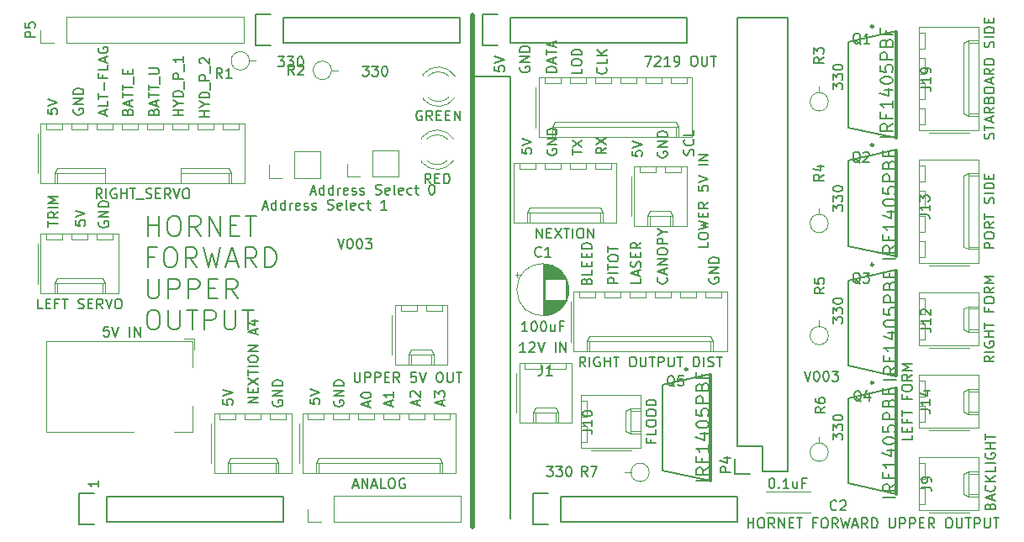
<source format=gbr>
G04 #@! TF.GenerationSoftware,KiCad,Pcbnew,(5.1.5-0-10_14)*
G04 #@! TF.CreationDate,2022-03-30T14:34:22+10:00*
G04 #@! TF.ProjectId,Hornet Forward Output Upper Shield,486f726e-6574-4204-966f-727761726420,rev?*
G04 #@! TF.SameCoordinates,Original*
G04 #@! TF.FileFunction,Legend,Top*
G04 #@! TF.FilePolarity,Positive*
%FSLAX46Y46*%
G04 Gerber Fmt 4.6, Leading zero omitted, Abs format (unit mm)*
G04 Created by KiCad (PCBNEW (5.1.5-0-10_14)) date 2022-03-30 14:34:22*
%MOMM*%
%LPD*%
G04 APERTURE LIST*
%ADD10C,0.150000*%
%ADD11C,0.500000*%
%ADD12C,0.120000*%
%ADD13C,0.300000*%
%ADD14C,0.250000*%
G04 APERTURE END LIST*
D10*
X197169071Y-121038880D02*
X197169071Y-120038880D01*
X197169071Y-120515071D02*
X197740500Y-120515071D01*
X197740500Y-121038880D02*
X197740500Y-120038880D01*
X198407166Y-120038880D02*
X198597642Y-120038880D01*
X198692880Y-120086500D01*
X198788119Y-120181738D01*
X198835738Y-120372214D01*
X198835738Y-120705547D01*
X198788119Y-120896023D01*
X198692880Y-120991261D01*
X198597642Y-121038880D01*
X198407166Y-121038880D01*
X198311928Y-120991261D01*
X198216690Y-120896023D01*
X198169071Y-120705547D01*
X198169071Y-120372214D01*
X198216690Y-120181738D01*
X198311928Y-120086500D01*
X198407166Y-120038880D01*
X199835738Y-121038880D02*
X199502404Y-120562690D01*
X199264309Y-121038880D02*
X199264309Y-120038880D01*
X199645261Y-120038880D01*
X199740500Y-120086500D01*
X199788119Y-120134119D01*
X199835738Y-120229357D01*
X199835738Y-120372214D01*
X199788119Y-120467452D01*
X199740500Y-120515071D01*
X199645261Y-120562690D01*
X199264309Y-120562690D01*
X200264309Y-121038880D02*
X200264309Y-120038880D01*
X200835738Y-121038880D01*
X200835738Y-120038880D01*
X201311928Y-120515071D02*
X201645261Y-120515071D01*
X201788119Y-121038880D02*
X201311928Y-121038880D01*
X201311928Y-120038880D01*
X201788119Y-120038880D01*
X202073833Y-120038880D02*
X202645261Y-120038880D01*
X202359547Y-121038880D02*
X202359547Y-120038880D01*
X204073833Y-120515071D02*
X203740500Y-120515071D01*
X203740500Y-121038880D02*
X203740500Y-120038880D01*
X204216690Y-120038880D01*
X204788119Y-120038880D02*
X204978595Y-120038880D01*
X205073833Y-120086500D01*
X205169071Y-120181738D01*
X205216690Y-120372214D01*
X205216690Y-120705547D01*
X205169071Y-120896023D01*
X205073833Y-120991261D01*
X204978595Y-121038880D01*
X204788119Y-121038880D01*
X204692880Y-120991261D01*
X204597642Y-120896023D01*
X204550023Y-120705547D01*
X204550023Y-120372214D01*
X204597642Y-120181738D01*
X204692880Y-120086500D01*
X204788119Y-120038880D01*
X206216690Y-121038880D02*
X205883357Y-120562690D01*
X205645261Y-121038880D02*
X205645261Y-120038880D01*
X206026214Y-120038880D01*
X206121452Y-120086500D01*
X206169071Y-120134119D01*
X206216690Y-120229357D01*
X206216690Y-120372214D01*
X206169071Y-120467452D01*
X206121452Y-120515071D01*
X206026214Y-120562690D01*
X205645261Y-120562690D01*
X206550023Y-120038880D02*
X206788119Y-121038880D01*
X206978595Y-120324595D01*
X207169071Y-121038880D01*
X207407166Y-120038880D01*
X207740500Y-120753166D02*
X208216690Y-120753166D01*
X207645261Y-121038880D02*
X207978595Y-120038880D01*
X208311928Y-121038880D01*
X209216690Y-121038880D02*
X208883357Y-120562690D01*
X208645261Y-121038880D02*
X208645261Y-120038880D01*
X209026214Y-120038880D01*
X209121452Y-120086500D01*
X209169071Y-120134119D01*
X209216690Y-120229357D01*
X209216690Y-120372214D01*
X209169071Y-120467452D01*
X209121452Y-120515071D01*
X209026214Y-120562690D01*
X208645261Y-120562690D01*
X209645261Y-121038880D02*
X209645261Y-120038880D01*
X209883357Y-120038880D01*
X210026214Y-120086500D01*
X210121452Y-120181738D01*
X210169071Y-120276976D01*
X210216690Y-120467452D01*
X210216690Y-120610309D01*
X210169071Y-120800785D01*
X210121452Y-120896023D01*
X210026214Y-120991261D01*
X209883357Y-121038880D01*
X209645261Y-121038880D01*
X211407166Y-120038880D02*
X211407166Y-120848404D01*
X211454785Y-120943642D01*
X211502404Y-120991261D01*
X211597642Y-121038880D01*
X211788119Y-121038880D01*
X211883357Y-120991261D01*
X211930976Y-120943642D01*
X211978595Y-120848404D01*
X211978595Y-120038880D01*
X212454785Y-121038880D02*
X212454785Y-120038880D01*
X212835738Y-120038880D01*
X212930976Y-120086500D01*
X212978595Y-120134119D01*
X213026214Y-120229357D01*
X213026214Y-120372214D01*
X212978595Y-120467452D01*
X212930976Y-120515071D01*
X212835738Y-120562690D01*
X212454785Y-120562690D01*
X213454785Y-121038880D02*
X213454785Y-120038880D01*
X213835738Y-120038880D01*
X213930976Y-120086500D01*
X213978595Y-120134119D01*
X214026214Y-120229357D01*
X214026214Y-120372214D01*
X213978595Y-120467452D01*
X213930976Y-120515071D01*
X213835738Y-120562690D01*
X213454785Y-120562690D01*
X214454785Y-120515071D02*
X214788119Y-120515071D01*
X214930976Y-121038880D02*
X214454785Y-121038880D01*
X214454785Y-120038880D01*
X214930976Y-120038880D01*
X215930976Y-121038880D02*
X215597642Y-120562690D01*
X215359547Y-121038880D02*
X215359547Y-120038880D01*
X215740500Y-120038880D01*
X215835738Y-120086500D01*
X215883357Y-120134119D01*
X215930976Y-120229357D01*
X215930976Y-120372214D01*
X215883357Y-120467452D01*
X215835738Y-120515071D01*
X215740500Y-120562690D01*
X215359547Y-120562690D01*
X217311928Y-120038880D02*
X217502404Y-120038880D01*
X217597642Y-120086500D01*
X217692880Y-120181738D01*
X217740500Y-120372214D01*
X217740500Y-120705547D01*
X217692880Y-120896023D01*
X217597642Y-120991261D01*
X217502404Y-121038880D01*
X217311928Y-121038880D01*
X217216690Y-120991261D01*
X217121452Y-120896023D01*
X217073833Y-120705547D01*
X217073833Y-120372214D01*
X217121452Y-120181738D01*
X217216690Y-120086500D01*
X217311928Y-120038880D01*
X218169071Y-120038880D02*
X218169071Y-120848404D01*
X218216690Y-120943642D01*
X218264309Y-120991261D01*
X218359547Y-121038880D01*
X218550023Y-121038880D01*
X218645261Y-120991261D01*
X218692880Y-120943642D01*
X218740500Y-120848404D01*
X218740500Y-120038880D01*
X219073833Y-120038880D02*
X219645261Y-120038880D01*
X219359547Y-121038880D02*
X219359547Y-120038880D01*
X219978595Y-121038880D02*
X219978595Y-120038880D01*
X220359547Y-120038880D01*
X220454785Y-120086500D01*
X220502404Y-120134119D01*
X220550023Y-120229357D01*
X220550023Y-120372214D01*
X220502404Y-120467452D01*
X220454785Y-120515071D01*
X220359547Y-120562690D01*
X219978595Y-120562690D01*
X220978595Y-120038880D02*
X220978595Y-120848404D01*
X221026214Y-120943642D01*
X221073833Y-120991261D01*
X221169071Y-121038880D01*
X221359547Y-121038880D01*
X221454785Y-120991261D01*
X221502404Y-120943642D01*
X221550023Y-120848404D01*
X221550023Y-120038880D01*
X221883357Y-120038880D02*
X222454785Y-120038880D01*
X222169071Y-121038880D02*
X222169071Y-120038880D01*
X202835095Y-105243380D02*
X203168428Y-106243380D01*
X203501761Y-105243380D01*
X204025571Y-105243380D02*
X204120809Y-105243380D01*
X204216047Y-105291000D01*
X204263666Y-105338619D01*
X204311285Y-105433857D01*
X204358904Y-105624333D01*
X204358904Y-105862428D01*
X204311285Y-106052904D01*
X204263666Y-106148142D01*
X204216047Y-106195761D01*
X204120809Y-106243380D01*
X204025571Y-106243380D01*
X203930333Y-106195761D01*
X203882714Y-106148142D01*
X203835095Y-106052904D01*
X203787476Y-105862428D01*
X203787476Y-105624333D01*
X203835095Y-105433857D01*
X203882714Y-105338619D01*
X203930333Y-105291000D01*
X204025571Y-105243380D01*
X204977952Y-105243380D02*
X205073190Y-105243380D01*
X205168428Y-105291000D01*
X205216047Y-105338619D01*
X205263666Y-105433857D01*
X205311285Y-105624333D01*
X205311285Y-105862428D01*
X205263666Y-106052904D01*
X205216047Y-106148142D01*
X205168428Y-106195761D01*
X205073190Y-106243380D01*
X204977952Y-106243380D01*
X204882714Y-106195761D01*
X204835095Y-106148142D01*
X204787476Y-106052904D01*
X204739857Y-105862428D01*
X204739857Y-105624333D01*
X204787476Y-105433857D01*
X204835095Y-105338619D01*
X204882714Y-105291000D01*
X204977952Y-105243380D01*
X205644619Y-105243380D02*
X206263666Y-105243380D01*
X205930333Y-105624333D01*
X206073190Y-105624333D01*
X206168428Y-105671952D01*
X206216047Y-105719571D01*
X206263666Y-105814809D01*
X206263666Y-106052904D01*
X206216047Y-106148142D01*
X206168428Y-106195761D01*
X206073190Y-106243380D01*
X205787476Y-106243380D01*
X205692238Y-106195761D01*
X205644619Y-106148142D01*
X173228000Y-75565000D02*
X173228000Y-120078500D01*
X169481500Y-75565000D02*
X173228000Y-75565000D01*
X166346166Y-108678023D02*
X166346166Y-108201833D01*
X166631880Y-108773261D02*
X165631880Y-108439928D01*
X166631880Y-108106595D01*
X165631880Y-107868500D02*
X165631880Y-107249452D01*
X166012833Y-107582785D01*
X166012833Y-107439928D01*
X166060452Y-107344690D01*
X166108071Y-107297071D01*
X166203309Y-107249452D01*
X166441404Y-107249452D01*
X166536642Y-107297071D01*
X166584261Y-107344690D01*
X166631880Y-107439928D01*
X166631880Y-107725642D01*
X166584261Y-107820880D01*
X166536642Y-107868500D01*
X163869666Y-108678023D02*
X163869666Y-108201833D01*
X164155380Y-108773261D02*
X163155380Y-108439928D01*
X164155380Y-108106595D01*
X163250619Y-107820880D02*
X163203000Y-107773261D01*
X163155380Y-107678023D01*
X163155380Y-107439928D01*
X163203000Y-107344690D01*
X163250619Y-107297071D01*
X163345857Y-107249452D01*
X163441095Y-107249452D01*
X163583952Y-107297071D01*
X164155380Y-107868500D01*
X164155380Y-107249452D01*
X161202666Y-108741523D02*
X161202666Y-108265333D01*
X161488380Y-108836761D02*
X160488380Y-108503428D01*
X161488380Y-108170095D01*
X161488380Y-107312952D02*
X161488380Y-107884380D01*
X161488380Y-107598666D02*
X160488380Y-107598666D01*
X160631238Y-107693904D01*
X160726476Y-107789142D01*
X160774095Y-107884380D01*
X158916666Y-108805023D02*
X158916666Y-108328833D01*
X159202380Y-108900261D02*
X158202380Y-108566928D01*
X159202380Y-108233595D01*
X158202380Y-107709785D02*
X158202380Y-107614547D01*
X158250000Y-107519309D01*
X158297619Y-107471690D01*
X158392857Y-107424071D01*
X158583333Y-107376452D01*
X158821428Y-107376452D01*
X159011904Y-107424071D01*
X159107142Y-107471690D01*
X159154761Y-107519309D01*
X159202380Y-107614547D01*
X159202380Y-107709785D01*
X159154761Y-107805023D01*
X159107142Y-107852642D01*
X159011904Y-107900261D01*
X158821428Y-107947880D01*
X158583333Y-107947880D01*
X158392857Y-107900261D01*
X158297619Y-107852642D01*
X158250000Y-107805023D01*
X158202380Y-107709785D01*
X147835880Y-108439904D02*
X146835880Y-108439904D01*
X147835880Y-107868476D01*
X146835880Y-107868476D01*
X147312071Y-107392285D02*
X147312071Y-107058952D01*
X147835880Y-106916095D02*
X147835880Y-107392285D01*
X146835880Y-107392285D01*
X146835880Y-106916095D01*
X146835880Y-106582761D02*
X147835880Y-105916095D01*
X146835880Y-105916095D02*
X147835880Y-106582761D01*
X146835880Y-105678000D02*
X146835880Y-105106571D01*
X147835880Y-105392285D02*
X146835880Y-105392285D01*
X147835880Y-104773238D02*
X146835880Y-104773238D01*
X146835880Y-104106571D02*
X146835880Y-103916095D01*
X146883500Y-103820857D01*
X146978738Y-103725619D01*
X147169214Y-103678000D01*
X147502547Y-103678000D01*
X147693023Y-103725619D01*
X147788261Y-103820857D01*
X147835880Y-103916095D01*
X147835880Y-104106571D01*
X147788261Y-104201809D01*
X147693023Y-104297047D01*
X147502547Y-104344666D01*
X147169214Y-104344666D01*
X146978738Y-104297047D01*
X146883500Y-104201809D01*
X146835880Y-104106571D01*
X147835880Y-103249428D02*
X146835880Y-103249428D01*
X147835880Y-102678000D01*
X146835880Y-102678000D01*
X147550166Y-101487523D02*
X147550166Y-101011333D01*
X147835880Y-101582761D02*
X146835880Y-101249428D01*
X147835880Y-100916095D01*
X147169214Y-100154190D02*
X147835880Y-100154190D01*
X146788261Y-100392285D02*
X147502547Y-100630380D01*
X147502547Y-100011333D01*
X153058880Y-108027214D02*
X153058880Y-108503404D01*
X153535071Y-108551023D01*
X153487452Y-108503404D01*
X153439833Y-108408166D01*
X153439833Y-108170071D01*
X153487452Y-108074833D01*
X153535071Y-108027214D01*
X153630309Y-107979595D01*
X153868404Y-107979595D01*
X153963642Y-108027214D01*
X154011261Y-108074833D01*
X154058880Y-108170071D01*
X154058880Y-108408166D01*
X154011261Y-108503404D01*
X153963642Y-108551023D01*
X153058880Y-107693880D02*
X154058880Y-107360547D01*
X153058880Y-107027214D01*
X155519500Y-108233595D02*
X155471880Y-108328833D01*
X155471880Y-108471690D01*
X155519500Y-108614547D01*
X155614738Y-108709785D01*
X155709976Y-108757404D01*
X155900452Y-108805023D01*
X156043309Y-108805023D01*
X156233785Y-108757404D01*
X156329023Y-108709785D01*
X156424261Y-108614547D01*
X156471880Y-108471690D01*
X156471880Y-108376452D01*
X156424261Y-108233595D01*
X156376642Y-108185976D01*
X156043309Y-108185976D01*
X156043309Y-108376452D01*
X156471880Y-107757404D02*
X155471880Y-107757404D01*
X156471880Y-107185976D01*
X155471880Y-107185976D01*
X156471880Y-106709785D02*
X155471880Y-106709785D01*
X155471880Y-106471690D01*
X155519500Y-106328833D01*
X155614738Y-106233595D01*
X155709976Y-106185976D01*
X155900452Y-106138357D01*
X156043309Y-106138357D01*
X156233785Y-106185976D01*
X156329023Y-106233595D01*
X156424261Y-106328833D01*
X156471880Y-106471690D01*
X156471880Y-106709785D01*
X144295880Y-108090714D02*
X144295880Y-108566904D01*
X144772071Y-108614523D01*
X144724452Y-108566904D01*
X144676833Y-108471666D01*
X144676833Y-108233571D01*
X144724452Y-108138333D01*
X144772071Y-108090714D01*
X144867309Y-108043095D01*
X145105404Y-108043095D01*
X145200642Y-108090714D01*
X145248261Y-108138333D01*
X145295880Y-108233571D01*
X145295880Y-108471666D01*
X145248261Y-108566904D01*
X145200642Y-108614523D01*
X144295880Y-107757380D02*
X145295880Y-107424047D01*
X144295880Y-107090714D01*
X149360000Y-108233595D02*
X149312380Y-108328833D01*
X149312380Y-108471690D01*
X149360000Y-108614547D01*
X149455238Y-108709785D01*
X149550476Y-108757404D01*
X149740952Y-108805023D01*
X149883809Y-108805023D01*
X150074285Y-108757404D01*
X150169523Y-108709785D01*
X150264761Y-108614547D01*
X150312380Y-108471690D01*
X150312380Y-108376452D01*
X150264761Y-108233595D01*
X150217142Y-108185976D01*
X149883809Y-108185976D01*
X149883809Y-108376452D01*
X150312380Y-107757404D02*
X149312380Y-107757404D01*
X150312380Y-107185976D01*
X149312380Y-107185976D01*
X150312380Y-106709785D02*
X149312380Y-106709785D01*
X149312380Y-106471690D01*
X149360000Y-106328833D01*
X149455238Y-106233595D01*
X149550476Y-106185976D01*
X149740952Y-106138357D01*
X149883809Y-106138357D01*
X150074285Y-106185976D01*
X150169523Y-106233595D01*
X150264761Y-106328833D01*
X150312380Y-106471690D01*
X150312380Y-106709785D01*
X142946380Y-79610904D02*
X141946380Y-79610904D01*
X142422571Y-79610904D02*
X142422571Y-79039476D01*
X142946380Y-79039476D02*
X141946380Y-79039476D01*
X142470190Y-78372809D02*
X142946380Y-78372809D01*
X141946380Y-78706142D02*
X142470190Y-78372809D01*
X141946380Y-78039476D01*
X142946380Y-77706142D02*
X141946380Y-77706142D01*
X141946380Y-77468047D01*
X141994000Y-77325190D01*
X142089238Y-77229952D01*
X142184476Y-77182333D01*
X142374952Y-77134714D01*
X142517809Y-77134714D01*
X142708285Y-77182333D01*
X142803523Y-77229952D01*
X142898761Y-77325190D01*
X142946380Y-77468047D01*
X142946380Y-77706142D01*
X143041619Y-76944238D02*
X143041619Y-76182333D01*
X142946380Y-75944238D02*
X141946380Y-75944238D01*
X141946380Y-75563285D01*
X141994000Y-75468047D01*
X142041619Y-75420428D01*
X142136857Y-75372809D01*
X142279714Y-75372809D01*
X142374952Y-75420428D01*
X142422571Y-75468047D01*
X142470190Y-75563285D01*
X142470190Y-75944238D01*
X143041619Y-75182333D02*
X143041619Y-74420428D01*
X142041619Y-74229952D02*
X141994000Y-74182333D01*
X141946380Y-74087095D01*
X141946380Y-73849000D01*
X141994000Y-73753761D01*
X142041619Y-73706142D01*
X142136857Y-73658523D01*
X142232095Y-73658523D01*
X142374952Y-73706142D01*
X142946380Y-74277571D01*
X142946380Y-73658523D01*
X140279380Y-79483904D02*
X139279380Y-79483904D01*
X139755571Y-79483904D02*
X139755571Y-78912476D01*
X140279380Y-78912476D02*
X139279380Y-78912476D01*
X139803190Y-78245809D02*
X140279380Y-78245809D01*
X139279380Y-78579142D02*
X139803190Y-78245809D01*
X139279380Y-77912476D01*
X140279380Y-77579142D02*
X139279380Y-77579142D01*
X139279380Y-77341047D01*
X139327000Y-77198190D01*
X139422238Y-77102952D01*
X139517476Y-77055333D01*
X139707952Y-77007714D01*
X139850809Y-77007714D01*
X140041285Y-77055333D01*
X140136523Y-77102952D01*
X140231761Y-77198190D01*
X140279380Y-77341047D01*
X140279380Y-77579142D01*
X140374619Y-76817238D02*
X140374619Y-76055333D01*
X140279380Y-75817238D02*
X139279380Y-75817238D01*
X139279380Y-75436285D01*
X139327000Y-75341047D01*
X139374619Y-75293428D01*
X139469857Y-75245809D01*
X139612714Y-75245809D01*
X139707952Y-75293428D01*
X139755571Y-75341047D01*
X139803190Y-75436285D01*
X139803190Y-75817238D01*
X140374619Y-75055333D02*
X140374619Y-74293428D01*
X140279380Y-73531523D02*
X140279380Y-74102952D01*
X140279380Y-73817238D02*
X139279380Y-73817238D01*
X139422238Y-73912476D01*
X139517476Y-74007714D01*
X139565095Y-74102952D01*
X137342571Y-79087071D02*
X137390190Y-78944214D01*
X137437809Y-78896595D01*
X137533047Y-78848976D01*
X137675904Y-78848976D01*
X137771142Y-78896595D01*
X137818761Y-78944214D01*
X137866380Y-79039452D01*
X137866380Y-79420404D01*
X136866380Y-79420404D01*
X136866380Y-79087071D01*
X136914000Y-78991833D01*
X136961619Y-78944214D01*
X137056857Y-78896595D01*
X137152095Y-78896595D01*
X137247333Y-78944214D01*
X137294952Y-78991833D01*
X137342571Y-79087071D01*
X137342571Y-79420404D01*
X137580666Y-78468023D02*
X137580666Y-77991833D01*
X137866380Y-78563261D02*
X136866380Y-78229928D01*
X137866380Y-77896595D01*
X136866380Y-77706119D02*
X136866380Y-77134690D01*
X137866380Y-77420404D02*
X136866380Y-77420404D01*
X136866380Y-76944214D02*
X136866380Y-76372785D01*
X137866380Y-76658500D02*
X136866380Y-76658500D01*
X137961619Y-76277547D02*
X137961619Y-75515642D01*
X136866380Y-75277547D02*
X137675904Y-75277547D01*
X137771142Y-75229928D01*
X137818761Y-75182309D01*
X137866380Y-75087071D01*
X137866380Y-74896595D01*
X137818761Y-74801357D01*
X137771142Y-74753738D01*
X137675904Y-74706119D01*
X136866380Y-74706119D01*
X134675571Y-79087071D02*
X134723190Y-78944214D01*
X134770809Y-78896595D01*
X134866047Y-78848976D01*
X135008904Y-78848976D01*
X135104142Y-78896595D01*
X135151761Y-78944214D01*
X135199380Y-79039452D01*
X135199380Y-79420404D01*
X134199380Y-79420404D01*
X134199380Y-79087071D01*
X134247000Y-78991833D01*
X134294619Y-78944214D01*
X134389857Y-78896595D01*
X134485095Y-78896595D01*
X134580333Y-78944214D01*
X134627952Y-78991833D01*
X134675571Y-79087071D01*
X134675571Y-79420404D01*
X134913666Y-78468023D02*
X134913666Y-77991833D01*
X135199380Y-78563261D02*
X134199380Y-78229928D01*
X135199380Y-77896595D01*
X134199380Y-77706119D02*
X134199380Y-77134690D01*
X135199380Y-77420404D02*
X134199380Y-77420404D01*
X134199380Y-76944214D02*
X134199380Y-76372785D01*
X135199380Y-76658500D02*
X134199380Y-76658500D01*
X135294619Y-76277547D02*
X135294619Y-75515642D01*
X134675571Y-75277547D02*
X134675571Y-74944214D01*
X135199380Y-74801357D02*
X135199380Y-75277547D01*
X134199380Y-75277547D01*
X134199380Y-74801357D01*
X132437166Y-79404523D02*
X132437166Y-78928333D01*
X132722880Y-79499761D02*
X131722880Y-79166428D01*
X132722880Y-78833095D01*
X132722880Y-78023571D02*
X132722880Y-78499761D01*
X131722880Y-78499761D01*
X131722880Y-77833095D02*
X131722880Y-77261666D01*
X132722880Y-77547380D02*
X131722880Y-77547380D01*
X132341928Y-76928333D02*
X132341928Y-76166428D01*
X132199071Y-75356904D02*
X132199071Y-75690238D01*
X132722880Y-75690238D02*
X131722880Y-75690238D01*
X131722880Y-75214047D01*
X132722880Y-74356904D02*
X132722880Y-74833095D01*
X131722880Y-74833095D01*
X132437166Y-74071190D02*
X132437166Y-73595000D01*
X132722880Y-74166428D02*
X131722880Y-73833095D01*
X132722880Y-73499761D01*
X131770500Y-72642619D02*
X131722880Y-72737857D01*
X131722880Y-72880714D01*
X131770500Y-73023571D01*
X131865738Y-73118809D01*
X131960976Y-73166428D01*
X132151452Y-73214047D01*
X132294309Y-73214047D01*
X132484785Y-73166428D01*
X132580023Y-73118809D01*
X132675261Y-73023571D01*
X132722880Y-72880714D01*
X132722880Y-72785476D01*
X132675261Y-72642619D01*
X132627642Y-72595000D01*
X132294309Y-72595000D01*
X132294309Y-72785476D01*
X126706380Y-90675761D02*
X126706380Y-90104333D01*
X127706380Y-90390047D02*
X126706380Y-90390047D01*
X127706380Y-89199571D02*
X127230190Y-89532904D01*
X127706380Y-89771000D02*
X126706380Y-89771000D01*
X126706380Y-89390047D01*
X126754000Y-89294809D01*
X126801619Y-89247190D01*
X126896857Y-89199571D01*
X127039714Y-89199571D01*
X127134952Y-89247190D01*
X127182571Y-89294809D01*
X127230190Y-89390047D01*
X127230190Y-89771000D01*
X127706380Y-88771000D02*
X126706380Y-88771000D01*
X127706380Y-88294809D02*
X126706380Y-88294809D01*
X127420666Y-87961476D01*
X126706380Y-87628142D01*
X127706380Y-87628142D01*
X126642880Y-78817214D02*
X126642880Y-79293404D01*
X127119071Y-79341023D01*
X127071452Y-79293404D01*
X127023833Y-79198166D01*
X127023833Y-78960071D01*
X127071452Y-78864833D01*
X127119071Y-78817214D01*
X127214309Y-78769595D01*
X127452404Y-78769595D01*
X127547642Y-78817214D01*
X127595261Y-78864833D01*
X127642880Y-78960071D01*
X127642880Y-79198166D01*
X127595261Y-79293404D01*
X127547642Y-79341023D01*
X126642880Y-78483880D02*
X127642880Y-78150547D01*
X126642880Y-77817214D01*
X129294000Y-78833095D02*
X129246380Y-78928333D01*
X129246380Y-79071190D01*
X129294000Y-79214047D01*
X129389238Y-79309285D01*
X129484476Y-79356904D01*
X129674952Y-79404523D01*
X129817809Y-79404523D01*
X130008285Y-79356904D01*
X130103523Y-79309285D01*
X130198761Y-79214047D01*
X130246380Y-79071190D01*
X130246380Y-78975952D01*
X130198761Y-78833095D01*
X130151142Y-78785476D01*
X129817809Y-78785476D01*
X129817809Y-78975952D01*
X130246380Y-78356904D02*
X129246380Y-78356904D01*
X130246380Y-77785476D01*
X129246380Y-77785476D01*
X130246380Y-77309285D02*
X129246380Y-77309285D01*
X129246380Y-77071190D01*
X129294000Y-76928333D01*
X129389238Y-76833095D01*
X129484476Y-76785476D01*
X129674952Y-76737857D01*
X129817809Y-76737857D01*
X130008285Y-76785476D01*
X130103523Y-76833095D01*
X130198761Y-76928333D01*
X130246380Y-77071190D01*
X130246380Y-77309285D01*
X131834000Y-90199595D02*
X131786380Y-90294833D01*
X131786380Y-90437690D01*
X131834000Y-90580547D01*
X131929238Y-90675785D01*
X132024476Y-90723404D01*
X132214952Y-90771023D01*
X132357809Y-90771023D01*
X132548285Y-90723404D01*
X132643523Y-90675785D01*
X132738761Y-90580547D01*
X132786380Y-90437690D01*
X132786380Y-90342452D01*
X132738761Y-90199595D01*
X132691142Y-90151976D01*
X132357809Y-90151976D01*
X132357809Y-90342452D01*
X132786380Y-89723404D02*
X131786380Y-89723404D01*
X132786380Y-89151976D01*
X131786380Y-89151976D01*
X132786380Y-88675785D02*
X131786380Y-88675785D01*
X131786380Y-88437690D01*
X131834000Y-88294833D01*
X131929238Y-88199595D01*
X132024476Y-88151976D01*
X132214952Y-88104357D01*
X132357809Y-88104357D01*
X132548285Y-88151976D01*
X132643523Y-88199595D01*
X132738761Y-88294833D01*
X132786380Y-88437690D01*
X132786380Y-88675785D01*
X129436880Y-90056714D02*
X129436880Y-90532904D01*
X129913071Y-90580523D01*
X129865452Y-90532904D01*
X129817833Y-90437666D01*
X129817833Y-90199571D01*
X129865452Y-90104333D01*
X129913071Y-90056714D01*
X130008309Y-90009095D01*
X130246404Y-90009095D01*
X130341642Y-90056714D01*
X130389261Y-90104333D01*
X130436880Y-90199571D01*
X130436880Y-90437666D01*
X130389261Y-90532904D01*
X130341642Y-90580523D01*
X129436880Y-89723380D02*
X130436880Y-89390047D01*
X129436880Y-89056714D01*
X177871380Y-75102404D02*
X176871380Y-75102404D01*
X176871380Y-74864309D01*
X176919000Y-74721452D01*
X177014238Y-74626214D01*
X177109476Y-74578595D01*
X177299952Y-74530976D01*
X177442809Y-74530976D01*
X177633285Y-74578595D01*
X177728523Y-74626214D01*
X177823761Y-74721452D01*
X177871380Y-74864309D01*
X177871380Y-75102404D01*
X177585666Y-74150023D02*
X177585666Y-73673833D01*
X177871380Y-74245261D02*
X176871380Y-73911928D01*
X177871380Y-73578595D01*
X176871380Y-73388119D02*
X176871380Y-72816690D01*
X177871380Y-73102404D02*
X176871380Y-73102404D01*
X177585666Y-72530976D02*
X177585666Y-72054785D01*
X177871380Y-72626214D02*
X176871380Y-72292880D01*
X177871380Y-71959547D01*
X182856142Y-74657976D02*
X182903761Y-74705595D01*
X182951380Y-74848452D01*
X182951380Y-74943690D01*
X182903761Y-75086547D01*
X182808523Y-75181785D01*
X182713285Y-75229404D01*
X182522809Y-75277023D01*
X182379952Y-75277023D01*
X182189476Y-75229404D01*
X182094238Y-75181785D01*
X181999000Y-75086547D01*
X181951380Y-74943690D01*
X181951380Y-74848452D01*
X181999000Y-74705595D01*
X182046619Y-74657976D01*
X182951380Y-73753214D02*
X182951380Y-74229404D01*
X181951380Y-74229404D01*
X182951380Y-73419880D02*
X181951380Y-73419880D01*
X182951380Y-72848452D02*
X182379952Y-73277023D01*
X181951380Y-72848452D02*
X182522809Y-73419880D01*
X180411380Y-74753214D02*
X180411380Y-75229404D01*
X179411380Y-75229404D01*
X179411380Y-74229404D02*
X179411380Y-74038928D01*
X179459000Y-73943690D01*
X179554238Y-73848452D01*
X179744714Y-73800833D01*
X180078047Y-73800833D01*
X180268523Y-73848452D01*
X180363761Y-73943690D01*
X180411380Y-74038928D01*
X180411380Y-74229404D01*
X180363761Y-74324642D01*
X180268523Y-74419880D01*
X180078047Y-74467500D01*
X179744714Y-74467500D01*
X179554238Y-74419880D01*
X179459000Y-74324642D01*
X179411380Y-74229404D01*
X180411380Y-73372261D02*
X179411380Y-73372261D01*
X179411380Y-73134166D01*
X179459000Y-72991309D01*
X179554238Y-72896071D01*
X179649476Y-72848452D01*
X179839952Y-72800833D01*
X179982809Y-72800833D01*
X180173285Y-72848452D01*
X180268523Y-72896071D01*
X180363761Y-72991309D01*
X180411380Y-73134166D01*
X180411380Y-73372261D01*
X171664380Y-74499214D02*
X171664380Y-74975404D01*
X172140571Y-75023023D01*
X172092952Y-74975404D01*
X172045333Y-74880166D01*
X172045333Y-74642071D01*
X172092952Y-74546833D01*
X172140571Y-74499214D01*
X172235809Y-74451595D01*
X172473904Y-74451595D01*
X172569142Y-74499214D01*
X172616761Y-74546833D01*
X172664380Y-74642071D01*
X172664380Y-74880166D01*
X172616761Y-74975404D01*
X172569142Y-75023023D01*
X171664380Y-74165880D02*
X172664380Y-73832547D01*
X171664380Y-73499214D01*
X174252000Y-74578595D02*
X174204380Y-74673833D01*
X174204380Y-74816690D01*
X174252000Y-74959547D01*
X174347238Y-75054785D01*
X174442476Y-75102404D01*
X174632952Y-75150023D01*
X174775809Y-75150023D01*
X174966285Y-75102404D01*
X175061523Y-75054785D01*
X175156761Y-74959547D01*
X175204380Y-74816690D01*
X175204380Y-74721452D01*
X175156761Y-74578595D01*
X175109142Y-74530976D01*
X174775809Y-74530976D01*
X174775809Y-74721452D01*
X175204380Y-74102404D02*
X174204380Y-74102404D01*
X175204380Y-73530976D01*
X174204380Y-73530976D01*
X175204380Y-73054785D02*
X174204380Y-73054785D01*
X174204380Y-72816690D01*
X174252000Y-72673833D01*
X174347238Y-72578595D01*
X174442476Y-72530976D01*
X174632952Y-72483357D01*
X174775809Y-72483357D01*
X174966285Y-72530976D01*
X175061523Y-72578595D01*
X175156761Y-72673833D01*
X175204380Y-72816690D01*
X175204380Y-73054785D01*
X191666761Y-83468523D02*
X191714380Y-83325666D01*
X191714380Y-83087571D01*
X191666761Y-82992333D01*
X191619142Y-82944714D01*
X191523904Y-82897095D01*
X191428666Y-82897095D01*
X191333428Y-82944714D01*
X191285809Y-82992333D01*
X191238190Y-83087571D01*
X191190571Y-83278047D01*
X191142952Y-83373285D01*
X191095333Y-83420904D01*
X191000095Y-83468523D01*
X190904857Y-83468523D01*
X190809619Y-83420904D01*
X190762000Y-83373285D01*
X190714380Y-83278047D01*
X190714380Y-83039952D01*
X190762000Y-82897095D01*
X191619142Y-81897095D02*
X191666761Y-81944714D01*
X191714380Y-82087571D01*
X191714380Y-82182809D01*
X191666761Y-82325666D01*
X191571523Y-82420904D01*
X191476285Y-82468523D01*
X191285809Y-82516142D01*
X191142952Y-82516142D01*
X190952476Y-82468523D01*
X190857238Y-82420904D01*
X190762000Y-82325666D01*
X190714380Y-82182809D01*
X190714380Y-82087571D01*
X190762000Y-81944714D01*
X190809619Y-81897095D01*
X191714380Y-80992333D02*
X191714380Y-81468523D01*
X190714380Y-81468523D01*
X185507380Y-83071714D02*
X185507380Y-83547904D01*
X185983571Y-83595523D01*
X185935952Y-83547904D01*
X185888333Y-83452666D01*
X185888333Y-83214571D01*
X185935952Y-83119333D01*
X185983571Y-83071714D01*
X186078809Y-83024095D01*
X186316904Y-83024095D01*
X186412142Y-83071714D01*
X186459761Y-83119333D01*
X186507380Y-83214571D01*
X186507380Y-83452666D01*
X186459761Y-83547904D01*
X186412142Y-83595523D01*
X185507380Y-82738380D02*
X186507380Y-82405047D01*
X185507380Y-82071714D01*
X188095000Y-83151095D02*
X188047380Y-83246333D01*
X188047380Y-83389190D01*
X188095000Y-83532047D01*
X188190238Y-83627285D01*
X188285476Y-83674904D01*
X188475952Y-83722523D01*
X188618809Y-83722523D01*
X188809285Y-83674904D01*
X188904523Y-83627285D01*
X188999761Y-83532047D01*
X189047380Y-83389190D01*
X189047380Y-83293952D01*
X188999761Y-83151095D01*
X188952142Y-83103476D01*
X188618809Y-83103476D01*
X188618809Y-83293952D01*
X189047380Y-82674904D02*
X188047380Y-82674904D01*
X189047380Y-82103476D01*
X188047380Y-82103476D01*
X189047380Y-81627285D02*
X188047380Y-81627285D01*
X188047380Y-81389190D01*
X188095000Y-81246333D01*
X188190238Y-81151095D01*
X188285476Y-81103476D01*
X188475952Y-81055857D01*
X188618809Y-81055857D01*
X188809285Y-81103476D01*
X188904523Y-81151095D01*
X188999761Y-81246333D01*
X189047380Y-81389190D01*
X189047380Y-81627285D01*
X182887880Y-82722476D02*
X182411690Y-83055809D01*
X182887880Y-83293904D02*
X181887880Y-83293904D01*
X181887880Y-82912952D01*
X181935500Y-82817714D01*
X181983119Y-82770095D01*
X182078357Y-82722476D01*
X182221214Y-82722476D01*
X182316452Y-82770095D01*
X182364071Y-82817714D01*
X182411690Y-82912952D01*
X182411690Y-83293904D01*
X181887880Y-82389142D02*
X182887880Y-81722476D01*
X181887880Y-81722476D02*
X182887880Y-82389142D01*
X179474880Y-83436761D02*
X179474880Y-82865333D01*
X180474880Y-83151047D02*
X179474880Y-83151047D01*
X179474880Y-82627238D02*
X180474880Y-81960571D01*
X179474880Y-81960571D02*
X180474880Y-82627238D01*
X174394880Y-82817714D02*
X174394880Y-83293904D01*
X174871071Y-83341523D01*
X174823452Y-83293904D01*
X174775833Y-83198666D01*
X174775833Y-82960571D01*
X174823452Y-82865333D01*
X174871071Y-82817714D01*
X174966309Y-82770095D01*
X175204404Y-82770095D01*
X175299642Y-82817714D01*
X175347261Y-82865333D01*
X175394880Y-82960571D01*
X175394880Y-83198666D01*
X175347261Y-83293904D01*
X175299642Y-83341523D01*
X174394880Y-82484380D02*
X175394880Y-82151047D01*
X174394880Y-81817714D01*
X176982500Y-82897095D02*
X176934880Y-82992333D01*
X176934880Y-83135190D01*
X176982500Y-83278047D01*
X177077738Y-83373285D01*
X177172976Y-83420904D01*
X177363452Y-83468523D01*
X177506309Y-83468523D01*
X177696785Y-83420904D01*
X177792023Y-83373285D01*
X177887261Y-83278047D01*
X177934880Y-83135190D01*
X177934880Y-83039952D01*
X177887261Y-82897095D01*
X177839642Y-82849476D01*
X177506309Y-82849476D01*
X177506309Y-83039952D01*
X177934880Y-82420904D02*
X176934880Y-82420904D01*
X177934880Y-81849476D01*
X176934880Y-81849476D01*
X177934880Y-81373285D02*
X176934880Y-81373285D01*
X176934880Y-81135190D01*
X176982500Y-80992333D01*
X177077738Y-80897095D01*
X177172976Y-80849476D01*
X177363452Y-80801857D01*
X177506309Y-80801857D01*
X177696785Y-80849476D01*
X177792023Y-80897095D01*
X177887261Y-80992333D01*
X177934880Y-81135190D01*
X177934880Y-81373285D01*
X188952142Y-95803476D02*
X188999761Y-95851095D01*
X189047380Y-95993952D01*
X189047380Y-96089190D01*
X188999761Y-96232047D01*
X188904523Y-96327285D01*
X188809285Y-96374904D01*
X188618809Y-96422523D01*
X188475952Y-96422523D01*
X188285476Y-96374904D01*
X188190238Y-96327285D01*
X188095000Y-96232047D01*
X188047380Y-96089190D01*
X188047380Y-95993952D01*
X188095000Y-95851095D01*
X188142619Y-95803476D01*
X188761666Y-95422523D02*
X188761666Y-94946333D01*
X189047380Y-95517761D02*
X188047380Y-95184428D01*
X189047380Y-94851095D01*
X189047380Y-94517761D02*
X188047380Y-94517761D01*
X189047380Y-93946333D01*
X188047380Y-93946333D01*
X188047380Y-93279666D02*
X188047380Y-93089190D01*
X188095000Y-92993952D01*
X188190238Y-92898714D01*
X188380714Y-92851095D01*
X188714047Y-92851095D01*
X188904523Y-92898714D01*
X188999761Y-92993952D01*
X189047380Y-93089190D01*
X189047380Y-93279666D01*
X188999761Y-93374904D01*
X188904523Y-93470142D01*
X188714047Y-93517761D01*
X188380714Y-93517761D01*
X188190238Y-93470142D01*
X188095000Y-93374904D01*
X188047380Y-93279666D01*
X189047380Y-92422523D02*
X188047380Y-92422523D01*
X188047380Y-92041571D01*
X188095000Y-91946333D01*
X188142619Y-91898714D01*
X188237857Y-91851095D01*
X188380714Y-91851095D01*
X188475952Y-91898714D01*
X188523571Y-91946333D01*
X188571190Y-92041571D01*
X188571190Y-92422523D01*
X188571190Y-91232047D02*
X189047380Y-91232047D01*
X188047380Y-91565380D02*
X188571190Y-91232047D01*
X188047380Y-90898714D01*
X186380380Y-95898714D02*
X186380380Y-96374904D01*
X185380380Y-96374904D01*
X186094666Y-95613000D02*
X186094666Y-95136809D01*
X186380380Y-95708238D02*
X185380380Y-95374904D01*
X186380380Y-95041571D01*
X186332761Y-94755857D02*
X186380380Y-94613000D01*
X186380380Y-94374904D01*
X186332761Y-94279666D01*
X186285142Y-94232047D01*
X186189904Y-94184428D01*
X186094666Y-94184428D01*
X185999428Y-94232047D01*
X185951809Y-94279666D01*
X185904190Y-94374904D01*
X185856571Y-94565380D01*
X185808952Y-94660619D01*
X185761333Y-94708238D01*
X185666095Y-94755857D01*
X185570857Y-94755857D01*
X185475619Y-94708238D01*
X185428000Y-94660619D01*
X185380380Y-94565380D01*
X185380380Y-94327285D01*
X185428000Y-94184428D01*
X185856571Y-93755857D02*
X185856571Y-93422523D01*
X186380380Y-93279666D02*
X186380380Y-93755857D01*
X185380380Y-93755857D01*
X185380380Y-93279666D01*
X186380380Y-92279666D02*
X185904190Y-92613000D01*
X186380380Y-92851095D02*
X185380380Y-92851095D01*
X185380380Y-92470142D01*
X185428000Y-92374904D01*
X185475619Y-92327285D01*
X185570857Y-92279666D01*
X185713714Y-92279666D01*
X185808952Y-92327285D01*
X185856571Y-92374904D01*
X185904190Y-92470142D01*
X185904190Y-92851095D01*
X184094380Y-96374904D02*
X183094380Y-96374904D01*
X183094380Y-95993952D01*
X183142000Y-95898714D01*
X183189619Y-95851095D01*
X183284857Y-95803476D01*
X183427714Y-95803476D01*
X183522952Y-95851095D01*
X183570571Y-95898714D01*
X183618190Y-95993952D01*
X183618190Y-96374904D01*
X184094380Y-95374904D02*
X183094380Y-95374904D01*
X183094380Y-95041571D02*
X183094380Y-94470142D01*
X184094380Y-94755857D02*
X183094380Y-94755857D01*
X183094380Y-93946333D02*
X183094380Y-93755857D01*
X183142000Y-93660619D01*
X183237238Y-93565380D01*
X183427714Y-93517761D01*
X183761047Y-93517761D01*
X183951523Y-93565380D01*
X184046761Y-93660619D01*
X184094380Y-93755857D01*
X184094380Y-93946333D01*
X184046761Y-94041571D01*
X183951523Y-94136809D01*
X183761047Y-94184428D01*
X183427714Y-94184428D01*
X183237238Y-94136809D01*
X183142000Y-94041571D01*
X183094380Y-93946333D01*
X183094380Y-93232047D02*
X183094380Y-92660619D01*
X184094380Y-92946333D02*
X183094380Y-92946333D01*
X180903571Y-96168571D02*
X180951190Y-96025714D01*
X180998809Y-95978095D01*
X181094047Y-95930476D01*
X181236904Y-95930476D01*
X181332142Y-95978095D01*
X181379761Y-96025714D01*
X181427380Y-96120952D01*
X181427380Y-96501904D01*
X180427380Y-96501904D01*
X180427380Y-96168571D01*
X180475000Y-96073333D01*
X180522619Y-96025714D01*
X180617857Y-95978095D01*
X180713095Y-95978095D01*
X180808333Y-96025714D01*
X180855952Y-96073333D01*
X180903571Y-96168571D01*
X180903571Y-96501904D01*
X181427380Y-95025714D02*
X181427380Y-95501904D01*
X180427380Y-95501904D01*
X180903571Y-94692380D02*
X180903571Y-94359047D01*
X181427380Y-94216190D02*
X181427380Y-94692380D01*
X180427380Y-94692380D01*
X180427380Y-94216190D01*
X180903571Y-93787619D02*
X180903571Y-93454285D01*
X181427380Y-93311428D02*
X181427380Y-93787619D01*
X180427380Y-93787619D01*
X180427380Y-93311428D01*
X181427380Y-92882857D02*
X180427380Y-92882857D01*
X180427380Y-92644761D01*
X180475000Y-92501904D01*
X180570238Y-92406666D01*
X180665476Y-92359047D01*
X180855952Y-92311428D01*
X180998809Y-92311428D01*
X181189285Y-92359047D01*
X181284523Y-92406666D01*
X181379761Y-92501904D01*
X181427380Y-92644761D01*
X181427380Y-92882857D01*
X193302000Y-95851095D02*
X193254380Y-95946333D01*
X193254380Y-96089190D01*
X193302000Y-96232047D01*
X193397238Y-96327285D01*
X193492476Y-96374904D01*
X193682952Y-96422523D01*
X193825809Y-96422523D01*
X194016285Y-96374904D01*
X194111523Y-96327285D01*
X194206761Y-96232047D01*
X194254380Y-96089190D01*
X194254380Y-95993952D01*
X194206761Y-95851095D01*
X194159142Y-95803476D01*
X193825809Y-95803476D01*
X193825809Y-95993952D01*
X194254380Y-95374904D02*
X193254380Y-95374904D01*
X194254380Y-94803476D01*
X193254380Y-94803476D01*
X194254380Y-94327285D02*
X193254380Y-94327285D01*
X193254380Y-94089190D01*
X193302000Y-93946333D01*
X193397238Y-93851095D01*
X193492476Y-93803476D01*
X193682952Y-93755857D01*
X193825809Y-93755857D01*
X194016285Y-93803476D01*
X194111523Y-93851095D01*
X194206761Y-93946333D01*
X194254380Y-94089190D01*
X194254380Y-94327285D01*
X155845095Y-91908380D02*
X156178428Y-92908380D01*
X156511761Y-91908380D01*
X157035571Y-91908380D02*
X157130809Y-91908380D01*
X157226047Y-91956000D01*
X157273666Y-92003619D01*
X157321285Y-92098857D01*
X157368904Y-92289333D01*
X157368904Y-92527428D01*
X157321285Y-92717904D01*
X157273666Y-92813142D01*
X157226047Y-92860761D01*
X157130809Y-92908380D01*
X157035571Y-92908380D01*
X156940333Y-92860761D01*
X156892714Y-92813142D01*
X156845095Y-92717904D01*
X156797476Y-92527428D01*
X156797476Y-92289333D01*
X156845095Y-92098857D01*
X156892714Y-92003619D01*
X156940333Y-91956000D01*
X157035571Y-91908380D01*
X157987952Y-91908380D02*
X158083190Y-91908380D01*
X158178428Y-91956000D01*
X158226047Y-92003619D01*
X158273666Y-92098857D01*
X158321285Y-92289333D01*
X158321285Y-92527428D01*
X158273666Y-92717904D01*
X158226047Y-92813142D01*
X158178428Y-92860761D01*
X158083190Y-92908380D01*
X157987952Y-92908380D01*
X157892714Y-92860761D01*
X157845095Y-92813142D01*
X157797476Y-92717904D01*
X157749857Y-92527428D01*
X157749857Y-92289333D01*
X157797476Y-92098857D01*
X157845095Y-92003619D01*
X157892714Y-91956000D01*
X157987952Y-91908380D01*
X158654619Y-91908380D02*
X159273666Y-91908380D01*
X158940333Y-92289333D01*
X159083190Y-92289333D01*
X159178428Y-92336952D01*
X159226047Y-92384571D01*
X159273666Y-92479809D01*
X159273666Y-92717904D01*
X159226047Y-92813142D01*
X159178428Y-92860761D01*
X159083190Y-92908380D01*
X158797476Y-92908380D01*
X158702238Y-92860761D01*
X158654619Y-92813142D01*
X136717690Y-91620261D02*
X136717690Y-89620261D01*
X136717690Y-90572642D02*
X137860547Y-90572642D01*
X137860547Y-91620261D02*
X137860547Y-89620261D01*
X139193880Y-89620261D02*
X139574833Y-89620261D01*
X139765309Y-89715500D01*
X139955785Y-89905976D01*
X140051023Y-90286928D01*
X140051023Y-90953595D01*
X139955785Y-91334547D01*
X139765309Y-91525023D01*
X139574833Y-91620261D01*
X139193880Y-91620261D01*
X139003404Y-91525023D01*
X138812928Y-91334547D01*
X138717690Y-90953595D01*
X138717690Y-90286928D01*
X138812928Y-89905976D01*
X139003404Y-89715500D01*
X139193880Y-89620261D01*
X142051023Y-91620261D02*
X141384357Y-90667880D01*
X140908166Y-91620261D02*
X140908166Y-89620261D01*
X141670071Y-89620261D01*
X141860547Y-89715500D01*
X141955785Y-89810738D01*
X142051023Y-90001214D01*
X142051023Y-90286928D01*
X141955785Y-90477404D01*
X141860547Y-90572642D01*
X141670071Y-90667880D01*
X140908166Y-90667880D01*
X142908166Y-91620261D02*
X142908166Y-89620261D01*
X144051023Y-91620261D01*
X144051023Y-89620261D01*
X145003404Y-90572642D02*
X145670071Y-90572642D01*
X145955785Y-91620261D02*
X145003404Y-91620261D01*
X145003404Y-89620261D01*
X145955785Y-89620261D01*
X146527214Y-89620261D02*
X147670071Y-89620261D01*
X147098642Y-91620261D02*
X147098642Y-89620261D01*
X137384357Y-93722642D02*
X136717690Y-93722642D01*
X136717690Y-94770261D02*
X136717690Y-92770261D01*
X137670071Y-92770261D01*
X138812928Y-92770261D02*
X139193880Y-92770261D01*
X139384357Y-92865500D01*
X139574833Y-93055976D01*
X139670071Y-93436928D01*
X139670071Y-94103595D01*
X139574833Y-94484547D01*
X139384357Y-94675023D01*
X139193880Y-94770261D01*
X138812928Y-94770261D01*
X138622452Y-94675023D01*
X138431976Y-94484547D01*
X138336738Y-94103595D01*
X138336738Y-93436928D01*
X138431976Y-93055976D01*
X138622452Y-92865500D01*
X138812928Y-92770261D01*
X141670071Y-94770261D02*
X141003404Y-93817880D01*
X140527214Y-94770261D02*
X140527214Y-92770261D01*
X141289119Y-92770261D01*
X141479595Y-92865500D01*
X141574833Y-92960738D01*
X141670071Y-93151214D01*
X141670071Y-93436928D01*
X141574833Y-93627404D01*
X141479595Y-93722642D01*
X141289119Y-93817880D01*
X140527214Y-93817880D01*
X142336738Y-92770261D02*
X142812928Y-94770261D01*
X143193880Y-93341690D01*
X143574833Y-94770261D01*
X144051023Y-92770261D01*
X144717690Y-94198833D02*
X145670071Y-94198833D01*
X144527214Y-94770261D02*
X145193880Y-92770261D01*
X145860547Y-94770261D01*
X147670071Y-94770261D02*
X147003404Y-93817880D01*
X146527214Y-94770261D02*
X146527214Y-92770261D01*
X147289119Y-92770261D01*
X147479595Y-92865500D01*
X147574833Y-92960738D01*
X147670071Y-93151214D01*
X147670071Y-93436928D01*
X147574833Y-93627404D01*
X147479595Y-93722642D01*
X147289119Y-93817880D01*
X146527214Y-93817880D01*
X148527214Y-94770261D02*
X148527214Y-92770261D01*
X149003404Y-92770261D01*
X149289119Y-92865500D01*
X149479595Y-93055976D01*
X149574833Y-93246452D01*
X149670071Y-93627404D01*
X149670071Y-93913119D01*
X149574833Y-94294071D01*
X149479595Y-94484547D01*
X149289119Y-94675023D01*
X149003404Y-94770261D01*
X148527214Y-94770261D01*
X136717690Y-95920261D02*
X136717690Y-97539309D01*
X136812928Y-97729785D01*
X136908166Y-97825023D01*
X137098642Y-97920261D01*
X137479595Y-97920261D01*
X137670071Y-97825023D01*
X137765309Y-97729785D01*
X137860547Y-97539309D01*
X137860547Y-95920261D01*
X138812928Y-97920261D02*
X138812928Y-95920261D01*
X139574833Y-95920261D01*
X139765309Y-96015500D01*
X139860547Y-96110738D01*
X139955785Y-96301214D01*
X139955785Y-96586928D01*
X139860547Y-96777404D01*
X139765309Y-96872642D01*
X139574833Y-96967880D01*
X138812928Y-96967880D01*
X140812928Y-97920261D02*
X140812928Y-95920261D01*
X141574833Y-95920261D01*
X141765309Y-96015500D01*
X141860547Y-96110738D01*
X141955785Y-96301214D01*
X141955785Y-96586928D01*
X141860547Y-96777404D01*
X141765309Y-96872642D01*
X141574833Y-96967880D01*
X140812928Y-96967880D01*
X142812928Y-96872642D02*
X143479595Y-96872642D01*
X143765309Y-97920261D02*
X142812928Y-97920261D01*
X142812928Y-95920261D01*
X143765309Y-95920261D01*
X145765309Y-97920261D02*
X145098642Y-96967880D01*
X144622452Y-97920261D02*
X144622452Y-95920261D01*
X145384357Y-95920261D01*
X145574833Y-96015500D01*
X145670071Y-96110738D01*
X145765309Y-96301214D01*
X145765309Y-96586928D01*
X145670071Y-96777404D01*
X145574833Y-96872642D01*
X145384357Y-96967880D01*
X144622452Y-96967880D01*
X137098642Y-99070261D02*
X137479595Y-99070261D01*
X137670071Y-99165500D01*
X137860547Y-99355976D01*
X137955785Y-99736928D01*
X137955785Y-100403595D01*
X137860547Y-100784547D01*
X137670071Y-100975023D01*
X137479595Y-101070261D01*
X137098642Y-101070261D01*
X136908166Y-100975023D01*
X136717690Y-100784547D01*
X136622452Y-100403595D01*
X136622452Y-99736928D01*
X136717690Y-99355976D01*
X136908166Y-99165500D01*
X137098642Y-99070261D01*
X138812928Y-99070261D02*
X138812928Y-100689309D01*
X138908166Y-100879785D01*
X139003404Y-100975023D01*
X139193880Y-101070261D01*
X139574833Y-101070261D01*
X139765309Y-100975023D01*
X139860547Y-100879785D01*
X139955785Y-100689309D01*
X139955785Y-99070261D01*
X140622452Y-99070261D02*
X141765309Y-99070261D01*
X141193880Y-101070261D02*
X141193880Y-99070261D01*
X142431976Y-101070261D02*
X142431976Y-99070261D01*
X143193880Y-99070261D01*
X143384357Y-99165500D01*
X143479595Y-99260738D01*
X143574833Y-99451214D01*
X143574833Y-99736928D01*
X143479595Y-99927404D01*
X143384357Y-100022642D01*
X143193880Y-100117880D01*
X142431976Y-100117880D01*
X144431976Y-99070261D02*
X144431976Y-100689309D01*
X144527214Y-100879785D01*
X144622452Y-100975023D01*
X144812928Y-101070261D01*
X145193880Y-101070261D01*
X145384357Y-100975023D01*
X145479595Y-100879785D01*
X145574833Y-100689309D01*
X145574833Y-99070261D01*
X146241500Y-99070261D02*
X147384357Y-99070261D01*
X146812928Y-101070261D02*
X146812928Y-99070261D01*
D11*
X169418000Y-69342000D02*
X169418000Y-120904000D01*
D10*
X131770380Y-116300285D02*
X131770380Y-116871714D01*
X131770380Y-116586000D02*
X130770380Y-116586000D01*
X130913238Y-116681238D01*
X131008476Y-116776476D01*
X131056095Y-116871714D01*
D12*
X198938000Y-117373000D02*
X198938000Y-117358000D01*
X198938000Y-119498000D02*
X198938000Y-119483000D01*
X203478000Y-117373000D02*
X203478000Y-117358000D01*
X203478000Y-119498000D02*
X203478000Y-119483000D01*
X203478000Y-117358000D02*
X198938000Y-117358000D01*
X203478000Y-119498000D02*
X198938000Y-119498000D01*
X173955225Y-95303000D02*
X173955225Y-95803000D01*
X173705225Y-95553000D02*
X174205225Y-95553000D01*
X179111000Y-96744000D02*
X179111000Y-97312000D01*
X179071000Y-96510000D02*
X179071000Y-97546000D01*
X179031000Y-96351000D02*
X179031000Y-97705000D01*
X178991000Y-96223000D02*
X178991000Y-97833000D01*
X178951000Y-96113000D02*
X178951000Y-97943000D01*
X178911000Y-96017000D02*
X178911000Y-98039000D01*
X178871000Y-95930000D02*
X178871000Y-98126000D01*
X178831000Y-95850000D02*
X178831000Y-98206000D01*
X178791000Y-98068000D02*
X178791000Y-98279000D01*
X178791000Y-95777000D02*
X178791000Y-95988000D01*
X178751000Y-98068000D02*
X178751000Y-98347000D01*
X178751000Y-95709000D02*
X178751000Y-95988000D01*
X178711000Y-98068000D02*
X178711000Y-98411000D01*
X178711000Y-95645000D02*
X178711000Y-95988000D01*
X178671000Y-98068000D02*
X178671000Y-98471000D01*
X178671000Y-95585000D02*
X178671000Y-95988000D01*
X178631000Y-98068000D02*
X178631000Y-98528000D01*
X178631000Y-95528000D02*
X178631000Y-95988000D01*
X178591000Y-98068000D02*
X178591000Y-98582000D01*
X178591000Y-95474000D02*
X178591000Y-95988000D01*
X178551000Y-98068000D02*
X178551000Y-98633000D01*
X178551000Y-95423000D02*
X178551000Y-95988000D01*
X178511000Y-98068000D02*
X178511000Y-98681000D01*
X178511000Y-95375000D02*
X178511000Y-95988000D01*
X178471000Y-98068000D02*
X178471000Y-98727000D01*
X178471000Y-95329000D02*
X178471000Y-95988000D01*
X178431000Y-98068000D02*
X178431000Y-98771000D01*
X178431000Y-95285000D02*
X178431000Y-95988000D01*
X178391000Y-98068000D02*
X178391000Y-98813000D01*
X178391000Y-95243000D02*
X178391000Y-95988000D01*
X178351000Y-98068000D02*
X178351000Y-98854000D01*
X178351000Y-95202000D02*
X178351000Y-95988000D01*
X178311000Y-98068000D02*
X178311000Y-98892000D01*
X178311000Y-95164000D02*
X178311000Y-95988000D01*
X178271000Y-98068000D02*
X178271000Y-98929000D01*
X178271000Y-95127000D02*
X178271000Y-95988000D01*
X178231000Y-98068000D02*
X178231000Y-98965000D01*
X178231000Y-95091000D02*
X178231000Y-95988000D01*
X178191000Y-98068000D02*
X178191000Y-98999000D01*
X178191000Y-95057000D02*
X178191000Y-95988000D01*
X178151000Y-98068000D02*
X178151000Y-99032000D01*
X178151000Y-95024000D02*
X178151000Y-95988000D01*
X178111000Y-98068000D02*
X178111000Y-99063000D01*
X178111000Y-94993000D02*
X178111000Y-95988000D01*
X178071000Y-98068000D02*
X178071000Y-99093000D01*
X178071000Y-94963000D02*
X178071000Y-95988000D01*
X178031000Y-98068000D02*
X178031000Y-99123000D01*
X178031000Y-94933000D02*
X178031000Y-95988000D01*
X177991000Y-98068000D02*
X177991000Y-99150000D01*
X177991000Y-94906000D02*
X177991000Y-95988000D01*
X177951000Y-98068000D02*
X177951000Y-99177000D01*
X177951000Y-94879000D02*
X177951000Y-95988000D01*
X177911000Y-98068000D02*
X177911000Y-99203000D01*
X177911000Y-94853000D02*
X177911000Y-95988000D01*
X177871000Y-98068000D02*
X177871000Y-99228000D01*
X177871000Y-94828000D02*
X177871000Y-95988000D01*
X177831000Y-98068000D02*
X177831000Y-99252000D01*
X177831000Y-94804000D02*
X177831000Y-95988000D01*
X177791000Y-98068000D02*
X177791000Y-99275000D01*
X177791000Y-94781000D02*
X177791000Y-95988000D01*
X177751000Y-98068000D02*
X177751000Y-99296000D01*
X177751000Y-94760000D02*
X177751000Y-95988000D01*
X177711000Y-98068000D02*
X177711000Y-99318000D01*
X177711000Y-94738000D02*
X177711000Y-95988000D01*
X177671000Y-98068000D02*
X177671000Y-99338000D01*
X177671000Y-94718000D02*
X177671000Y-95988000D01*
X177631000Y-98068000D02*
X177631000Y-99357000D01*
X177631000Y-94699000D02*
X177631000Y-95988000D01*
X177591000Y-98068000D02*
X177591000Y-99376000D01*
X177591000Y-94680000D02*
X177591000Y-95988000D01*
X177551000Y-98068000D02*
X177551000Y-99393000D01*
X177551000Y-94663000D02*
X177551000Y-95988000D01*
X177511000Y-98068000D02*
X177511000Y-99410000D01*
X177511000Y-94646000D02*
X177511000Y-95988000D01*
X177471000Y-98068000D02*
X177471000Y-99426000D01*
X177471000Y-94630000D02*
X177471000Y-95988000D01*
X177431000Y-98068000D02*
X177431000Y-99442000D01*
X177431000Y-94614000D02*
X177431000Y-95988000D01*
X177391000Y-98068000D02*
X177391000Y-99456000D01*
X177391000Y-94600000D02*
X177391000Y-95988000D01*
X177351000Y-98068000D02*
X177351000Y-99470000D01*
X177351000Y-94586000D02*
X177351000Y-95988000D01*
X177311000Y-98068000D02*
X177311000Y-99483000D01*
X177311000Y-94573000D02*
X177311000Y-95988000D01*
X177271000Y-98068000D02*
X177271000Y-99496000D01*
X177271000Y-94560000D02*
X177271000Y-95988000D01*
X177231000Y-98068000D02*
X177231000Y-99508000D01*
X177231000Y-94548000D02*
X177231000Y-95988000D01*
X177190000Y-98068000D02*
X177190000Y-99519000D01*
X177190000Y-94537000D02*
X177190000Y-95988000D01*
X177150000Y-98068000D02*
X177150000Y-99529000D01*
X177150000Y-94527000D02*
X177150000Y-95988000D01*
X177110000Y-98068000D02*
X177110000Y-99539000D01*
X177110000Y-94517000D02*
X177110000Y-95988000D01*
X177070000Y-98068000D02*
X177070000Y-99548000D01*
X177070000Y-94508000D02*
X177070000Y-95988000D01*
X177030000Y-98068000D02*
X177030000Y-99556000D01*
X177030000Y-94500000D02*
X177030000Y-95988000D01*
X176990000Y-98068000D02*
X176990000Y-99564000D01*
X176990000Y-94492000D02*
X176990000Y-95988000D01*
X176950000Y-98068000D02*
X176950000Y-99571000D01*
X176950000Y-94485000D02*
X176950000Y-95988000D01*
X176910000Y-98068000D02*
X176910000Y-99578000D01*
X176910000Y-94478000D02*
X176910000Y-95988000D01*
X176870000Y-98068000D02*
X176870000Y-99584000D01*
X176870000Y-94472000D02*
X176870000Y-95988000D01*
X176830000Y-98068000D02*
X176830000Y-99589000D01*
X176830000Y-94467000D02*
X176830000Y-95988000D01*
X176790000Y-98068000D02*
X176790000Y-99593000D01*
X176790000Y-94463000D02*
X176790000Y-95988000D01*
X176750000Y-98068000D02*
X176750000Y-99597000D01*
X176750000Y-94459000D02*
X176750000Y-95988000D01*
X176710000Y-94455000D02*
X176710000Y-99601000D01*
X176670000Y-94452000D02*
X176670000Y-99604000D01*
X176630000Y-94450000D02*
X176630000Y-99606000D01*
X176590000Y-94449000D02*
X176590000Y-99607000D01*
X176550000Y-94448000D02*
X176550000Y-99608000D01*
X176510000Y-94448000D02*
X176510000Y-99608000D01*
X179130000Y-97028000D02*
G75*
G03X179130000Y-97028000I-2620000J0D01*
G01*
X180958000Y-108230000D02*
X180358000Y-108230000D01*
X180958000Y-109830000D02*
X180958000Y-108230000D01*
X180358000Y-109830000D02*
X180958000Y-109830000D01*
X180958000Y-110770000D02*
X180358000Y-110770000D01*
X180958000Y-112370000D02*
X180958000Y-110770000D01*
X180358000Y-112370000D02*
X180958000Y-112370000D01*
X186378000Y-109280000D02*
X185378000Y-109280000D01*
X186378000Y-111320000D02*
X185378000Y-111320000D01*
X184848000Y-109280000D02*
X185378000Y-109030000D01*
X184848000Y-111320000D02*
X184848000Y-109280000D01*
X185378000Y-111570000D02*
X184848000Y-111320000D01*
X185378000Y-109030000D02*
X186378000Y-109030000D01*
X185378000Y-111570000D02*
X185378000Y-109030000D01*
X186378000Y-111570000D02*
X185378000Y-111570000D01*
X181388000Y-113240000D02*
X185388000Y-113240000D01*
X180358000Y-107650000D02*
X180358000Y-112950000D01*
X186378000Y-107650000D02*
X180358000Y-107650000D01*
X186378000Y-112950000D02*
X186378000Y-107650000D01*
X180358000Y-112950000D02*
X186378000Y-112950000D01*
X214994000Y-114516000D02*
X214394000Y-114516000D01*
X214994000Y-116116000D02*
X214994000Y-114516000D01*
X214394000Y-116116000D02*
X214994000Y-116116000D01*
X214994000Y-117056000D02*
X214394000Y-117056000D01*
X214994000Y-118656000D02*
X214994000Y-117056000D01*
X214394000Y-118656000D02*
X214994000Y-118656000D01*
X220414000Y-115566000D02*
X219414000Y-115566000D01*
X220414000Y-117606000D02*
X219414000Y-117606000D01*
X218884000Y-115566000D02*
X219414000Y-115316000D01*
X218884000Y-117606000D02*
X218884000Y-115566000D01*
X219414000Y-117856000D02*
X218884000Y-117606000D01*
X219414000Y-115316000D02*
X220414000Y-115316000D01*
X219414000Y-117856000D02*
X219414000Y-115316000D01*
X220414000Y-117856000D02*
X219414000Y-117856000D01*
X215424000Y-119526000D02*
X219424000Y-119526000D01*
X214394000Y-113936000D02*
X214394000Y-119236000D01*
X220414000Y-113936000D02*
X214394000Y-113936000D01*
X220414000Y-119236000D02*
X220414000Y-113936000D01*
X214394000Y-119236000D02*
X220414000Y-119236000D01*
X187229000Y-115443000D02*
G75*
G03X187229000Y-115443000I-920000J0D01*
G01*
X185389000Y-115443000D02*
X184769000Y-115443000D01*
X205263000Y-113411000D02*
G75*
G03X205263000Y-113411000I-920000J0D01*
G01*
X204343000Y-112491000D02*
X204343000Y-111871000D01*
D10*
X193359000Y-105559000D02*
X188529000Y-106634000D01*
D13*
X193359000Y-116259000D02*
X193359000Y-105609000D01*
D10*
X188529000Y-115234000D02*
X193359000Y-116309000D01*
X188529000Y-106634000D02*
X188529000Y-115234000D01*
D14*
X191069000Y-105059000D02*
G75*
G03X191069000Y-105059000I-125000J0D01*
G01*
D10*
X212092000Y-106893000D02*
X207262000Y-107968000D01*
D13*
X212092000Y-117593000D02*
X212092000Y-106943000D01*
D10*
X207262000Y-116568000D02*
X212092000Y-117643000D01*
X207262000Y-107968000D02*
X207262000Y-116568000D01*
D14*
X209802000Y-106393000D02*
G75*
G03X209802000Y-106393000I-125000J0D01*
G01*
D12*
X205263000Y-101664000D02*
G75*
G03X205263000Y-101664000I-920000J0D01*
G01*
X204343000Y-100744000D02*
X204343000Y-100124000D01*
X205263000Y-90360500D02*
G75*
G03X205263000Y-90360500I-920000J0D01*
G01*
X204343000Y-89440500D02*
X204343000Y-88820500D01*
X205263000Y-78105000D02*
G75*
G03X205263000Y-78105000I-920000J0D01*
G01*
X204343000Y-77185000D02*
X204343000Y-76565000D01*
D10*
X212092000Y-95019000D02*
X207262000Y-96094000D01*
D13*
X212092000Y-105719000D02*
X212092000Y-95069000D01*
D10*
X207262000Y-104694000D02*
X212092000Y-105769000D01*
X207262000Y-96094000D02*
X207262000Y-104694000D01*
D14*
X209802000Y-94519000D02*
G75*
G03X209802000Y-94519000I-125000J0D01*
G01*
D10*
X212092000Y-82953500D02*
X207262000Y-84028500D01*
D13*
X212092000Y-93653500D02*
X212092000Y-83003500D01*
D10*
X207262000Y-92628500D02*
X212092000Y-93703500D01*
X207262000Y-84028500D02*
X207262000Y-92628500D01*
D14*
X209802000Y-82453500D02*
G75*
G03X209802000Y-82453500I-125000J0D01*
G01*
D10*
X212092000Y-71015500D02*
X207262000Y-72090500D01*
D13*
X212092000Y-81715500D02*
X212092000Y-71065500D01*
D10*
X207262000Y-80690500D02*
X212092000Y-81765500D01*
X207262000Y-72090500D02*
X207262000Y-80690500D01*
D14*
X209802000Y-70515500D02*
G75*
G03X209802000Y-70515500I-125000J0D01*
G01*
D12*
X214994000Y-71145500D02*
X214394000Y-71145500D01*
X214994000Y-72745500D02*
X214994000Y-71145500D01*
X214394000Y-72745500D02*
X214994000Y-72745500D01*
X214994000Y-73685500D02*
X214394000Y-73685500D01*
X214994000Y-75285500D02*
X214994000Y-73685500D01*
X214394000Y-75285500D02*
X214994000Y-75285500D01*
X214994000Y-76225500D02*
X214394000Y-76225500D01*
X214994000Y-77825500D02*
X214994000Y-76225500D01*
X214394000Y-77825500D02*
X214994000Y-77825500D01*
X214994000Y-78765500D02*
X214394000Y-78765500D01*
X214994000Y-80365500D02*
X214994000Y-78765500D01*
X214394000Y-80365500D02*
X214994000Y-80365500D01*
X220414000Y-72195500D02*
X219414000Y-72195500D01*
X220414000Y-79315500D02*
X219414000Y-79315500D01*
X218884000Y-72195500D02*
X219414000Y-71945500D01*
X218884000Y-79315500D02*
X218884000Y-72195500D01*
X219414000Y-79565500D02*
X218884000Y-79315500D01*
X219414000Y-71945500D02*
X220414000Y-71945500D01*
X219414000Y-79565500D02*
X219414000Y-71945500D01*
X220414000Y-79565500D02*
X219414000Y-79565500D01*
X215424000Y-81235500D02*
X219424000Y-81235500D01*
X214394000Y-70565500D02*
X214394000Y-80945500D01*
X220414000Y-70565500D02*
X214394000Y-70565500D01*
X220414000Y-80945500D02*
X220414000Y-70565500D01*
X214394000Y-80945500D02*
X220414000Y-80945500D01*
X214994000Y-106213000D02*
X214394000Y-106213000D01*
X214994000Y-107813000D02*
X214994000Y-106213000D01*
X214394000Y-107813000D02*
X214994000Y-107813000D01*
X214994000Y-108753000D02*
X214394000Y-108753000D01*
X214994000Y-110353000D02*
X214994000Y-108753000D01*
X214394000Y-110353000D02*
X214994000Y-110353000D01*
X220414000Y-107263000D02*
X219414000Y-107263000D01*
X220414000Y-109303000D02*
X219414000Y-109303000D01*
X218884000Y-107263000D02*
X219414000Y-107013000D01*
X218884000Y-109303000D02*
X218884000Y-107263000D01*
X219414000Y-109553000D02*
X218884000Y-109303000D01*
X219414000Y-107013000D02*
X220414000Y-107013000D01*
X219414000Y-109553000D02*
X219414000Y-107013000D01*
X220414000Y-109553000D02*
X219414000Y-109553000D01*
X215424000Y-111223000D02*
X219424000Y-111223000D01*
X214394000Y-105633000D02*
X214394000Y-110933000D01*
X220414000Y-105633000D02*
X214394000Y-105633000D01*
X220414000Y-110933000D02*
X220414000Y-105633000D01*
X214394000Y-110933000D02*
X220414000Y-110933000D01*
X214994000Y-84528100D02*
X214394000Y-84528100D01*
X214994000Y-86128100D02*
X214994000Y-84528100D01*
X214394000Y-86128100D02*
X214994000Y-86128100D01*
X214994000Y-87068100D02*
X214394000Y-87068100D01*
X214994000Y-88668100D02*
X214994000Y-87068100D01*
X214394000Y-88668100D02*
X214994000Y-88668100D01*
X214994000Y-89608100D02*
X214394000Y-89608100D01*
X214994000Y-91208100D02*
X214994000Y-89608100D01*
X214394000Y-91208100D02*
X214994000Y-91208100D01*
X214994000Y-92148100D02*
X214394000Y-92148100D01*
X214994000Y-93748100D02*
X214994000Y-92148100D01*
X214394000Y-93748100D02*
X214994000Y-93748100D01*
X220414000Y-85578100D02*
X219414000Y-85578100D01*
X220414000Y-92698100D02*
X219414000Y-92698100D01*
X218884000Y-85578100D02*
X219414000Y-85328100D01*
X218884000Y-92698100D02*
X218884000Y-85578100D01*
X219414000Y-92948100D02*
X218884000Y-92698100D01*
X219414000Y-85328100D02*
X220414000Y-85328100D01*
X219414000Y-92948100D02*
X219414000Y-85328100D01*
X220414000Y-92948100D02*
X219414000Y-92948100D01*
X215424000Y-94618100D02*
X219424000Y-94618100D01*
X214394000Y-83948100D02*
X214394000Y-94328100D01*
X220414000Y-83948100D02*
X214394000Y-83948100D01*
X220414000Y-94328100D02*
X220414000Y-83948100D01*
X214394000Y-94328100D02*
X220414000Y-94328100D01*
X214994000Y-97911000D02*
X214394000Y-97911000D01*
X214994000Y-99511000D02*
X214994000Y-97911000D01*
X214394000Y-99511000D02*
X214994000Y-99511000D01*
X214994000Y-100451000D02*
X214394000Y-100451000D01*
X214994000Y-102051000D02*
X214994000Y-100451000D01*
X214394000Y-102051000D02*
X214994000Y-102051000D01*
X220414000Y-98961000D02*
X219414000Y-98961000D01*
X220414000Y-101001000D02*
X219414000Y-101001000D01*
X218884000Y-98961000D02*
X219414000Y-98711000D01*
X218884000Y-101001000D02*
X218884000Y-98961000D01*
X219414000Y-101251000D02*
X218884000Y-101001000D01*
X219414000Y-98711000D02*
X220414000Y-98711000D01*
X219414000Y-101251000D02*
X219414000Y-98711000D01*
X220414000Y-101251000D02*
X219414000Y-101251000D01*
X215424000Y-102921000D02*
X219424000Y-102921000D01*
X214394000Y-97331000D02*
X214394000Y-102631000D01*
X220414000Y-97331000D02*
X214394000Y-97331000D01*
X220414000Y-102631000D02*
X220414000Y-97331000D01*
X214394000Y-102631000D02*
X220414000Y-102631000D01*
X178854000Y-105012000D02*
X178854000Y-104412000D01*
X177254000Y-105012000D02*
X178854000Y-105012000D01*
X177254000Y-104412000D02*
X177254000Y-105012000D01*
X176314000Y-105012000D02*
X176314000Y-104412000D01*
X174714000Y-105012000D02*
X176314000Y-105012000D01*
X174714000Y-104412000D02*
X174714000Y-105012000D01*
X177804000Y-110432000D02*
X177804000Y-109432000D01*
X175764000Y-110432000D02*
X175764000Y-109432000D01*
X177804000Y-108902000D02*
X178054000Y-109432000D01*
X175764000Y-108902000D02*
X177804000Y-108902000D01*
X175514000Y-109432000D02*
X175764000Y-108902000D01*
X178054000Y-109432000D02*
X178054000Y-110432000D01*
X175514000Y-109432000D02*
X178054000Y-109432000D01*
X175514000Y-110432000D02*
X175514000Y-109432000D01*
X173844000Y-105442000D02*
X173844000Y-109442000D01*
X179434000Y-104412000D02*
X174134000Y-104412000D01*
X179434000Y-110432000D02*
X179434000Y-104412000D01*
X174134000Y-110432000D02*
X179434000Y-110432000D01*
X174134000Y-104412000D02*
X174134000Y-110432000D01*
X150660000Y-110092000D02*
X150660000Y-109492000D01*
X149060000Y-110092000D02*
X150660000Y-110092000D01*
X149060000Y-109492000D02*
X149060000Y-110092000D01*
X148120000Y-110092000D02*
X148120000Y-109492000D01*
X146520000Y-110092000D02*
X148120000Y-110092000D01*
X146520000Y-109492000D02*
X146520000Y-110092000D01*
X145580000Y-110092000D02*
X145580000Y-109492000D01*
X143980000Y-110092000D02*
X145580000Y-110092000D01*
X143980000Y-109492000D02*
X143980000Y-110092000D01*
X149610000Y-115512000D02*
X149610000Y-114512000D01*
X145030000Y-115512000D02*
X145030000Y-114512000D01*
X149610000Y-113982000D02*
X149860000Y-114512000D01*
X145030000Y-113982000D02*
X149610000Y-113982000D01*
X144780000Y-114512000D02*
X145030000Y-113982000D01*
X149860000Y-114512000D02*
X149860000Y-115512000D01*
X144780000Y-114512000D02*
X149860000Y-114512000D01*
X144780000Y-115512000D02*
X144780000Y-114512000D01*
X143110000Y-110522000D02*
X143110000Y-114522000D01*
X151240000Y-109492000D02*
X143400000Y-109492000D01*
X151240000Y-115512000D02*
X151240000Y-109492000D01*
X143400000Y-115512000D02*
X151240000Y-115512000D01*
X143400000Y-109492000D02*
X143400000Y-115512000D01*
X167170000Y-110092000D02*
X167170000Y-109492000D01*
X165570000Y-110092000D02*
X167170000Y-110092000D01*
X165570000Y-109492000D02*
X165570000Y-110092000D01*
X164630000Y-110092000D02*
X164630000Y-109492000D01*
X163030000Y-110092000D02*
X164630000Y-110092000D01*
X163030000Y-109492000D02*
X163030000Y-110092000D01*
X162090000Y-110092000D02*
X162090000Y-109492000D01*
X160490000Y-110092000D02*
X162090000Y-110092000D01*
X160490000Y-109492000D02*
X160490000Y-110092000D01*
X159550000Y-110092000D02*
X159550000Y-109492000D01*
X157950000Y-110092000D02*
X159550000Y-110092000D01*
X157950000Y-109492000D02*
X157950000Y-110092000D01*
X157010000Y-110092000D02*
X157010000Y-109492000D01*
X155410000Y-110092000D02*
X157010000Y-110092000D01*
X155410000Y-109492000D02*
X155410000Y-110092000D01*
X154470000Y-110092000D02*
X154470000Y-109492000D01*
X152870000Y-110092000D02*
X154470000Y-110092000D01*
X152870000Y-109492000D02*
X152870000Y-110092000D01*
X166120000Y-115512000D02*
X166120000Y-114512000D01*
X153920000Y-115512000D02*
X153920000Y-114512000D01*
X166120000Y-113982000D02*
X166370000Y-114512000D01*
X153920000Y-113982000D02*
X166120000Y-113982000D01*
X153670000Y-114512000D02*
X153920000Y-113982000D01*
X166370000Y-114512000D02*
X166370000Y-115512000D01*
X153670000Y-114512000D02*
X166370000Y-114512000D01*
X153670000Y-115512000D02*
X153670000Y-114512000D01*
X152000000Y-110522000D02*
X152000000Y-114522000D01*
X167750000Y-109492000D02*
X152290000Y-109492000D01*
X167750000Y-115512000D02*
X167750000Y-109492000D01*
X152290000Y-115512000D02*
X167750000Y-115512000D01*
X152290000Y-109492000D02*
X152290000Y-115512000D01*
X166344000Y-99170000D02*
X166344000Y-98570000D01*
X164744000Y-99170000D02*
X166344000Y-99170000D01*
X164744000Y-98570000D02*
X164744000Y-99170000D01*
X163804000Y-99170000D02*
X163804000Y-98570000D01*
X162204000Y-99170000D02*
X163804000Y-99170000D01*
X162204000Y-98570000D02*
X162204000Y-99170000D01*
X165294000Y-104590000D02*
X165294000Y-103590000D01*
X163254000Y-104590000D02*
X163254000Y-103590000D01*
X165294000Y-103060000D02*
X165544000Y-103590000D01*
X163254000Y-103060000D02*
X165294000Y-103060000D01*
X163004000Y-103590000D02*
X163254000Y-103060000D01*
X165544000Y-103590000D02*
X165544000Y-104590000D01*
X163004000Y-103590000D02*
X165544000Y-103590000D01*
X163004000Y-104590000D02*
X163004000Y-103590000D01*
X161334000Y-99600000D02*
X161334000Y-103600000D01*
X166924000Y-98570000D02*
X161624000Y-98570000D01*
X166924000Y-104590000D02*
X166924000Y-98570000D01*
X161624000Y-104590000D02*
X166924000Y-104590000D01*
X161624000Y-98570000D02*
X161624000Y-104590000D01*
X145898000Y-80882000D02*
X145898000Y-80282000D01*
X144298000Y-80882000D02*
X145898000Y-80882000D01*
X144298000Y-80282000D02*
X144298000Y-80882000D01*
X143358000Y-80882000D02*
X143358000Y-80282000D01*
X141758000Y-80882000D02*
X143358000Y-80882000D01*
X141758000Y-80282000D02*
X141758000Y-80882000D01*
X140818000Y-80882000D02*
X140818000Y-80282000D01*
X139218000Y-80882000D02*
X140818000Y-80882000D01*
X139218000Y-80282000D02*
X139218000Y-80882000D01*
X138278000Y-80882000D02*
X138278000Y-80282000D01*
X136678000Y-80882000D02*
X138278000Y-80882000D01*
X136678000Y-80282000D02*
X136678000Y-80882000D01*
X135738000Y-80882000D02*
X135738000Y-80282000D01*
X134138000Y-80882000D02*
X135738000Y-80882000D01*
X134138000Y-80282000D02*
X134138000Y-80882000D01*
X133198000Y-80882000D02*
X133198000Y-80282000D01*
X131598000Y-80882000D02*
X133198000Y-80882000D01*
X131598000Y-80282000D02*
X131598000Y-80882000D01*
X130658000Y-80882000D02*
X130658000Y-80282000D01*
X129058000Y-80882000D02*
X130658000Y-80882000D01*
X129058000Y-80282000D02*
X129058000Y-80882000D01*
X128118000Y-80882000D02*
X128118000Y-80282000D01*
X126518000Y-80882000D02*
X128118000Y-80882000D01*
X126518000Y-80282000D02*
X126518000Y-80882000D01*
X144848000Y-86302000D02*
X144848000Y-85302000D01*
X140018000Y-84772000D02*
X140018000Y-85302000D01*
X144848000Y-84772000D02*
X140018000Y-84772000D01*
X145098000Y-85302000D02*
X144848000Y-84772000D01*
X140018000Y-85302000D02*
X140018000Y-86302000D01*
X145098000Y-85302000D02*
X140018000Y-85302000D01*
X145098000Y-86302000D02*
X145098000Y-85302000D01*
X127568000Y-86302000D02*
X127568000Y-85302000D01*
X132398000Y-84772000D02*
X132398000Y-85302000D01*
X127568000Y-84772000D02*
X132398000Y-84772000D01*
X127318000Y-85302000D02*
X127568000Y-84772000D01*
X132398000Y-85302000D02*
X132398000Y-86302000D01*
X127318000Y-85302000D02*
X132398000Y-85302000D01*
X127318000Y-86302000D02*
X127318000Y-85302000D01*
X125648000Y-81312000D02*
X125648000Y-85312000D01*
X146478000Y-80282000D02*
X125938000Y-80282000D01*
X146478000Y-86302000D02*
X146478000Y-80282000D01*
X125938000Y-86302000D02*
X146478000Y-86302000D01*
X125938000Y-80282000D02*
X125938000Y-86302000D01*
X141235000Y-102207000D02*
X141235000Y-104807000D01*
X126535000Y-102207000D02*
X141235000Y-102207000D01*
X141235000Y-111407000D02*
X139335000Y-111407000D01*
X141235000Y-108707000D02*
X141235000Y-111407000D01*
X126535000Y-111407000D02*
X126535000Y-102207000D01*
X135335000Y-111407000D02*
X126535000Y-111407000D01*
X140385000Y-102007000D02*
X141435000Y-102007000D01*
X141435000Y-103057000D02*
X141435000Y-102007000D01*
X148911000Y-85785000D02*
X148911000Y-84455000D01*
X150241000Y-85785000D02*
X148911000Y-85785000D01*
X151511000Y-85785000D02*
X151511000Y-83125000D01*
X151511000Y-83125000D02*
X154111000Y-83125000D01*
X151511000Y-85785000D02*
X154111000Y-85785000D01*
X154111000Y-85785000D02*
X154111000Y-83125000D01*
X156785000Y-85658000D02*
X156785000Y-84328000D01*
X158115000Y-85658000D02*
X156785000Y-85658000D01*
X159385000Y-85658000D02*
X159385000Y-82998000D01*
X159385000Y-82998000D02*
X161985000Y-82998000D01*
X159385000Y-85658000D02*
X161985000Y-85658000D01*
X161985000Y-85658000D02*
X161985000Y-82998000D01*
X183362000Y-84882500D02*
X183362000Y-84282500D01*
X181762000Y-84882500D02*
X183362000Y-84882500D01*
X181762000Y-84282500D02*
X181762000Y-84882500D01*
X180822000Y-84882500D02*
X180822000Y-84282500D01*
X179222000Y-84882500D02*
X180822000Y-84882500D01*
X179222000Y-84282500D02*
X179222000Y-84882500D01*
X178282000Y-84882500D02*
X178282000Y-84282500D01*
X176682000Y-84882500D02*
X178282000Y-84882500D01*
X176682000Y-84282500D02*
X176682000Y-84882500D01*
X175742000Y-84882500D02*
X175742000Y-84282500D01*
X174142000Y-84882500D02*
X175742000Y-84882500D01*
X174142000Y-84282500D02*
X174142000Y-84882500D01*
X182312000Y-90302500D02*
X182312000Y-89302500D01*
X175192000Y-90302500D02*
X175192000Y-89302500D01*
X182312000Y-88772500D02*
X182562000Y-89302500D01*
X175192000Y-88772500D02*
X182312000Y-88772500D01*
X174942000Y-89302500D02*
X175192000Y-88772500D01*
X182562000Y-89302500D02*
X182562000Y-90302500D01*
X174942000Y-89302500D02*
X182562000Y-89302500D01*
X174942000Y-90302500D02*
X174942000Y-89302500D01*
X173272000Y-85312500D02*
X173272000Y-89312500D01*
X183942000Y-84282500D02*
X173562000Y-84282500D01*
X183942000Y-90302500D02*
X183942000Y-84282500D01*
X173562000Y-90302500D02*
X183942000Y-90302500D01*
X173562000Y-84282500D02*
X173562000Y-90302500D01*
X194475000Y-97836000D02*
X194475000Y-97236000D01*
X192875000Y-97836000D02*
X194475000Y-97836000D01*
X192875000Y-97236000D02*
X192875000Y-97836000D01*
X191935000Y-97836000D02*
X191935000Y-97236000D01*
X190335000Y-97836000D02*
X191935000Y-97836000D01*
X190335000Y-97236000D02*
X190335000Y-97836000D01*
X189395000Y-97836000D02*
X189395000Y-97236000D01*
X187795000Y-97836000D02*
X189395000Y-97836000D01*
X187795000Y-97236000D02*
X187795000Y-97836000D01*
X186855000Y-97836000D02*
X186855000Y-97236000D01*
X185255000Y-97836000D02*
X186855000Y-97836000D01*
X185255000Y-97236000D02*
X185255000Y-97836000D01*
X184315000Y-97836000D02*
X184315000Y-97236000D01*
X182715000Y-97836000D02*
X184315000Y-97836000D01*
X182715000Y-97236000D02*
X182715000Y-97836000D01*
X181775000Y-97836000D02*
X181775000Y-97236000D01*
X180175000Y-97836000D02*
X181775000Y-97836000D01*
X180175000Y-97236000D02*
X180175000Y-97836000D01*
X193425000Y-103256000D02*
X193425000Y-102256000D01*
X181225000Y-103256000D02*
X181225000Y-102256000D01*
X193425000Y-101726000D02*
X193675000Y-102256000D01*
X181225000Y-101726000D02*
X193425000Y-101726000D01*
X180975000Y-102256000D02*
X181225000Y-101726000D01*
X193675000Y-102256000D02*
X193675000Y-103256000D01*
X180975000Y-102256000D02*
X193675000Y-102256000D01*
X180975000Y-103256000D02*
X180975000Y-102256000D01*
X179305000Y-98266000D02*
X179305000Y-102266000D01*
X195055000Y-97236000D02*
X179595000Y-97236000D01*
X195055000Y-103256000D02*
X195055000Y-97236000D01*
X179595000Y-103256000D02*
X195055000Y-103256000D01*
X179595000Y-97236000D02*
X179595000Y-103256000D01*
X133198000Y-91994500D02*
X133198000Y-91394500D01*
X131598000Y-91994500D02*
X133198000Y-91994500D01*
X131598000Y-91394500D02*
X131598000Y-91994500D01*
X130658000Y-91994500D02*
X130658000Y-91394500D01*
X129058000Y-91994500D02*
X130658000Y-91994500D01*
X129058000Y-91394500D02*
X129058000Y-91994500D01*
X128118000Y-91994500D02*
X128118000Y-91394500D01*
X126518000Y-91994500D02*
X128118000Y-91994500D01*
X126518000Y-91394500D02*
X126518000Y-91994500D01*
X132148000Y-97414500D02*
X132148000Y-96414500D01*
X127568000Y-97414500D02*
X127568000Y-96414500D01*
X132148000Y-95884500D02*
X132398000Y-96414500D01*
X127568000Y-95884500D02*
X132148000Y-95884500D01*
X127318000Y-96414500D02*
X127568000Y-95884500D01*
X132398000Y-96414500D02*
X132398000Y-97414500D01*
X127318000Y-96414500D02*
X132398000Y-96414500D01*
X127318000Y-97414500D02*
X127318000Y-96414500D01*
X125648000Y-92424500D02*
X125648000Y-96424500D01*
X133778000Y-91394500D02*
X125938000Y-91394500D01*
X133778000Y-97414500D02*
X133778000Y-91394500D01*
X125938000Y-97414500D02*
X133778000Y-97414500D01*
X125938000Y-91394500D02*
X125938000Y-97414500D01*
X155225000Y-74930000D02*
G75*
G03X155225000Y-74930000I-920000J0D01*
G01*
X155225000Y-74930000D02*
X155845000Y-74930000D01*
X146970000Y-73977500D02*
G75*
G03X146970000Y-73977500I-920000J0D01*
G01*
X146970000Y-73977500D02*
X147590000Y-73977500D01*
X190982000Y-76246500D02*
X190982000Y-75646500D01*
X189382000Y-76246500D02*
X190982000Y-76246500D01*
X189382000Y-75646500D02*
X189382000Y-76246500D01*
X188442000Y-76246500D02*
X188442000Y-75646500D01*
X186842000Y-76246500D02*
X188442000Y-76246500D01*
X186842000Y-75646500D02*
X186842000Y-76246500D01*
X185902000Y-76246500D02*
X185902000Y-75646500D01*
X184302000Y-76246500D02*
X185902000Y-76246500D01*
X184302000Y-75646500D02*
X184302000Y-76246500D01*
X183362000Y-76246500D02*
X183362000Y-75646500D01*
X181762000Y-76246500D02*
X183362000Y-76246500D01*
X181762000Y-75646500D02*
X181762000Y-76246500D01*
X180822000Y-76246500D02*
X180822000Y-75646500D01*
X179222000Y-76246500D02*
X180822000Y-76246500D01*
X179222000Y-75646500D02*
X179222000Y-76246500D01*
X178282000Y-76246500D02*
X178282000Y-75646500D01*
X176682000Y-76246500D02*
X178282000Y-76246500D01*
X176682000Y-75646500D02*
X176682000Y-76246500D01*
X189932000Y-81666500D02*
X189932000Y-80666500D01*
X177732000Y-81666500D02*
X177732000Y-80666500D01*
X189932000Y-80136500D02*
X190182000Y-80666500D01*
X177732000Y-80136500D02*
X189932000Y-80136500D01*
X177482000Y-80666500D02*
X177732000Y-80136500D01*
X190182000Y-80666500D02*
X190182000Y-81666500D01*
X177482000Y-80666500D02*
X190182000Y-80666500D01*
X177482000Y-81666500D02*
X177482000Y-80666500D01*
X175812000Y-76676500D02*
X175812000Y-80676500D01*
X191562000Y-75646500D02*
X176102000Y-75646500D01*
X191562000Y-81666500D02*
X191562000Y-75646500D01*
X176102000Y-81666500D02*
X191562000Y-81666500D01*
X176102000Y-75646500D02*
X176102000Y-81666500D01*
X190411000Y-85200000D02*
X190411000Y-84600000D01*
X188811000Y-85200000D02*
X190411000Y-85200000D01*
X188811000Y-84600000D02*
X188811000Y-85200000D01*
X187871000Y-85200000D02*
X187871000Y-84600000D01*
X186271000Y-85200000D02*
X187871000Y-85200000D01*
X186271000Y-84600000D02*
X186271000Y-85200000D01*
X189361000Y-90620000D02*
X189361000Y-89620000D01*
X187321000Y-90620000D02*
X187321000Y-89620000D01*
X189361000Y-89090000D02*
X189611000Y-89620000D01*
X187321000Y-89090000D02*
X189361000Y-89090000D01*
X187071000Y-89620000D02*
X187321000Y-89090000D01*
X189611000Y-89620000D02*
X189611000Y-90620000D01*
X187071000Y-89620000D02*
X189611000Y-89620000D01*
X187071000Y-90620000D02*
X187071000Y-89620000D01*
X185401000Y-85630000D02*
X185401000Y-89630000D01*
X190991000Y-84600000D02*
X185691000Y-84600000D01*
X190991000Y-90620000D02*
X190991000Y-84600000D01*
X185691000Y-90620000D02*
X190991000Y-90620000D01*
X185691000Y-84600000D02*
X185691000Y-90620000D01*
X164302000Y-84011000D02*
X164302000Y-84167000D01*
X164302000Y-81695000D02*
X164302000Y-81851000D01*
X166903130Y-84010837D02*
G75*
G02X164821039Y-84011000I-1041130J1079837D01*
G01*
X166903130Y-81851163D02*
G75*
G03X164821039Y-81851000I-1041130J-1079837D01*
G01*
X167534335Y-84009608D02*
G75*
G02X164302000Y-84166516I-1672335J1078608D01*
G01*
X167534335Y-81852392D02*
G75*
G03X164302000Y-81695484I-1672335J-1078608D01*
G01*
X164429000Y-77661000D02*
X164429000Y-77817000D01*
X164429000Y-75345000D02*
X164429000Y-75501000D01*
X167030130Y-77660837D02*
G75*
G02X164948039Y-77661000I-1041130J1079837D01*
G01*
X167030130Y-75501163D02*
G75*
G03X164948039Y-75501000I-1041130J-1079837D01*
G01*
X167661335Y-77659608D02*
G75*
G02X164429000Y-77816516I-1672335J1078608D01*
G01*
X167661335Y-75502392D02*
G75*
G03X164429000Y-75345484I-1672335J-1078608D01*
G01*
X125924000Y-72196000D02*
X125924000Y-70866000D01*
X127254000Y-72196000D02*
X125924000Y-72196000D01*
X128524000Y-72196000D02*
X128524000Y-69536000D01*
X128524000Y-69536000D02*
X146364000Y-69536000D01*
X128524000Y-72196000D02*
X146364000Y-72196000D01*
X146364000Y-72196000D02*
X146364000Y-69536000D01*
X152848000Y-120456000D02*
X152848000Y-119126000D01*
X154178000Y-120456000D02*
X152848000Y-120456000D01*
X155448000Y-120456000D02*
X155448000Y-117796000D01*
X155448000Y-117796000D02*
X168208000Y-117796000D01*
X155448000Y-120456000D02*
X168208000Y-120456000D01*
X168208000Y-120456000D02*
X168208000Y-117796000D01*
D10*
X201168000Y-115316000D02*
X201168000Y-69596000D01*
X196088000Y-69596000D02*
X196088000Y-112776000D01*
X201168000Y-69596000D02*
X196088000Y-69596000D01*
X201168000Y-115316000D02*
X198628000Y-115316000D01*
X195808000Y-114046000D02*
X195808000Y-115596000D01*
X198628000Y-115316000D02*
X198628000Y-112776000D01*
X198628000Y-112776000D02*
X196088000Y-112776000D01*
X195808000Y-115596000D02*
X197358000Y-115596000D01*
X132588000Y-120396000D02*
X150368000Y-120396000D01*
X150368000Y-120396000D02*
X150368000Y-117856000D01*
X150368000Y-117856000D02*
X132588000Y-117856000D01*
X129768000Y-120676000D02*
X131318000Y-120676000D01*
X132588000Y-120396000D02*
X132588000Y-117856000D01*
X131318000Y-117576000D02*
X129768000Y-117576000D01*
X129768000Y-117576000D02*
X129768000Y-120676000D01*
X178308000Y-120396000D02*
X196088000Y-120396000D01*
X196088000Y-120396000D02*
X196088000Y-117856000D01*
X196088000Y-117856000D02*
X178308000Y-117856000D01*
X175488000Y-120676000D02*
X177038000Y-120676000D01*
X178308000Y-120396000D02*
X178308000Y-117856000D01*
X177038000Y-117576000D02*
X175488000Y-117576000D01*
X175488000Y-117576000D02*
X175488000Y-120676000D01*
X150368000Y-72136000D02*
X168148000Y-72136000D01*
X168148000Y-72136000D02*
X168148000Y-69596000D01*
X168148000Y-69596000D02*
X150368000Y-69596000D01*
X147548000Y-72416000D02*
X149098000Y-72416000D01*
X150368000Y-72136000D02*
X150368000Y-69596000D01*
X149098000Y-69316000D02*
X147548000Y-69316000D01*
X147548000Y-69316000D02*
X147548000Y-72416000D01*
X173228000Y-72136000D02*
X191008000Y-72136000D01*
X191008000Y-72136000D02*
X191008000Y-69596000D01*
X191008000Y-69596000D02*
X173228000Y-69596000D01*
X170408000Y-72416000D02*
X171958000Y-72416000D01*
X173228000Y-72136000D02*
X173228000Y-69596000D01*
X171958000Y-69316000D02*
X170408000Y-69316000D01*
X170408000Y-69316000D02*
X170408000Y-72416000D01*
X206081333Y-119166142D02*
X206033714Y-119213761D01*
X205890857Y-119261380D01*
X205795619Y-119261380D01*
X205652761Y-119213761D01*
X205557523Y-119118523D01*
X205509904Y-119023285D01*
X205462285Y-118832809D01*
X205462285Y-118689952D01*
X205509904Y-118499476D01*
X205557523Y-118404238D01*
X205652761Y-118309000D01*
X205795619Y-118261380D01*
X205890857Y-118261380D01*
X206033714Y-118309000D01*
X206081333Y-118356619D01*
X206462285Y-118356619D02*
X206509904Y-118309000D01*
X206605142Y-118261380D01*
X206843238Y-118261380D01*
X206938476Y-118309000D01*
X206986095Y-118356619D01*
X207033714Y-118451857D01*
X207033714Y-118547095D01*
X206986095Y-118689952D01*
X206414666Y-119261380D01*
X207033714Y-119261380D01*
X199525142Y-116038880D02*
X199620380Y-116038880D01*
X199715619Y-116086500D01*
X199763238Y-116134119D01*
X199810857Y-116229357D01*
X199858476Y-116419833D01*
X199858476Y-116657928D01*
X199810857Y-116848404D01*
X199763238Y-116943642D01*
X199715619Y-116991261D01*
X199620380Y-117038880D01*
X199525142Y-117038880D01*
X199429904Y-116991261D01*
X199382285Y-116943642D01*
X199334666Y-116848404D01*
X199287047Y-116657928D01*
X199287047Y-116419833D01*
X199334666Y-116229357D01*
X199382285Y-116134119D01*
X199429904Y-116086500D01*
X199525142Y-116038880D01*
X200287047Y-116943642D02*
X200334666Y-116991261D01*
X200287047Y-117038880D01*
X200239428Y-116991261D01*
X200287047Y-116943642D01*
X200287047Y-117038880D01*
X201287047Y-117038880D02*
X200715619Y-117038880D01*
X201001333Y-117038880D02*
X201001333Y-116038880D01*
X200906095Y-116181738D01*
X200810857Y-116276976D01*
X200715619Y-116324595D01*
X202144190Y-116372214D02*
X202144190Y-117038880D01*
X201715619Y-116372214D02*
X201715619Y-116896023D01*
X201763238Y-116991261D01*
X201858476Y-117038880D01*
X202001333Y-117038880D01*
X202096571Y-116991261D01*
X202144190Y-116943642D01*
X202953714Y-116515071D02*
X202620380Y-116515071D01*
X202620380Y-117038880D02*
X202620380Y-116038880D01*
X203096571Y-116038880D01*
X176343333Y-93635142D02*
X176295714Y-93682761D01*
X176152857Y-93730380D01*
X176057619Y-93730380D01*
X175914761Y-93682761D01*
X175819523Y-93587523D01*
X175771904Y-93492285D01*
X175724285Y-93301809D01*
X175724285Y-93158952D01*
X175771904Y-92968476D01*
X175819523Y-92873238D01*
X175914761Y-92778000D01*
X176057619Y-92730380D01*
X176152857Y-92730380D01*
X176295714Y-92778000D01*
X176343333Y-92825619D01*
X177295714Y-93730380D02*
X176724285Y-93730380D01*
X177010000Y-93730380D02*
X177010000Y-92730380D01*
X176914761Y-92873238D01*
X176819523Y-92968476D01*
X176724285Y-93016095D01*
X174962380Y-101230380D02*
X174390952Y-101230380D01*
X174676666Y-101230380D02*
X174676666Y-100230380D01*
X174581428Y-100373238D01*
X174486190Y-100468476D01*
X174390952Y-100516095D01*
X175581428Y-100230380D02*
X175676666Y-100230380D01*
X175771904Y-100278000D01*
X175819523Y-100325619D01*
X175867142Y-100420857D01*
X175914761Y-100611333D01*
X175914761Y-100849428D01*
X175867142Y-101039904D01*
X175819523Y-101135142D01*
X175771904Y-101182761D01*
X175676666Y-101230380D01*
X175581428Y-101230380D01*
X175486190Y-101182761D01*
X175438571Y-101135142D01*
X175390952Y-101039904D01*
X175343333Y-100849428D01*
X175343333Y-100611333D01*
X175390952Y-100420857D01*
X175438571Y-100325619D01*
X175486190Y-100278000D01*
X175581428Y-100230380D01*
X176533809Y-100230380D02*
X176629047Y-100230380D01*
X176724285Y-100278000D01*
X176771904Y-100325619D01*
X176819523Y-100420857D01*
X176867142Y-100611333D01*
X176867142Y-100849428D01*
X176819523Y-101039904D01*
X176771904Y-101135142D01*
X176724285Y-101182761D01*
X176629047Y-101230380D01*
X176533809Y-101230380D01*
X176438571Y-101182761D01*
X176390952Y-101135142D01*
X176343333Y-101039904D01*
X176295714Y-100849428D01*
X176295714Y-100611333D01*
X176343333Y-100420857D01*
X176390952Y-100325619D01*
X176438571Y-100278000D01*
X176533809Y-100230380D01*
X177724285Y-100563714D02*
X177724285Y-101230380D01*
X177295714Y-100563714D02*
X177295714Y-101087523D01*
X177343333Y-101182761D01*
X177438571Y-101230380D01*
X177581428Y-101230380D01*
X177676666Y-101182761D01*
X177724285Y-101135142D01*
X178533809Y-100706571D02*
X178200476Y-100706571D01*
X178200476Y-101230380D02*
X178200476Y-100230380D01*
X178676666Y-100230380D01*
X180490880Y-111173023D02*
X181205166Y-111173023D01*
X181348023Y-111220642D01*
X181443261Y-111315880D01*
X181490880Y-111458738D01*
X181490880Y-111553976D01*
X181490880Y-110173023D02*
X181490880Y-110744452D01*
X181490880Y-110458738D02*
X180490880Y-110458738D01*
X180633738Y-110553976D01*
X180728976Y-110649214D01*
X180776595Y-110744452D01*
X180490880Y-109553976D02*
X180490880Y-109458738D01*
X180538500Y-109363500D01*
X180586119Y-109315880D01*
X180681357Y-109268261D01*
X180871833Y-109220642D01*
X181109928Y-109220642D01*
X181300404Y-109268261D01*
X181395642Y-109315880D01*
X181443261Y-109363500D01*
X181490880Y-109458738D01*
X181490880Y-109553976D01*
X181443261Y-109649214D01*
X181395642Y-109696833D01*
X181300404Y-109744452D01*
X181109928Y-109792071D01*
X180871833Y-109792071D01*
X180681357Y-109744452D01*
X180586119Y-109696833D01*
X180538500Y-109649214D01*
X180490880Y-109553976D01*
X187396571Y-112109523D02*
X187396571Y-112442857D01*
X187920380Y-112442857D02*
X186920380Y-112442857D01*
X186920380Y-111966666D01*
X187920380Y-111109523D02*
X187920380Y-111585714D01*
X186920380Y-111585714D01*
X186920380Y-110585714D02*
X186920380Y-110395238D01*
X186968000Y-110300000D01*
X187063238Y-110204761D01*
X187253714Y-110157142D01*
X187587047Y-110157142D01*
X187777523Y-110204761D01*
X187872761Y-110300000D01*
X187920380Y-110395238D01*
X187920380Y-110585714D01*
X187872761Y-110680952D01*
X187777523Y-110776190D01*
X187587047Y-110823809D01*
X187253714Y-110823809D01*
X187063238Y-110776190D01*
X186968000Y-110680952D01*
X186920380Y-110585714D01*
X186920380Y-109538095D02*
X186920380Y-109347619D01*
X186968000Y-109252380D01*
X187063238Y-109157142D01*
X187253714Y-109109523D01*
X187587047Y-109109523D01*
X187777523Y-109157142D01*
X187872761Y-109252380D01*
X187920380Y-109347619D01*
X187920380Y-109538095D01*
X187872761Y-109633333D01*
X187777523Y-109728571D01*
X187587047Y-109776190D01*
X187253714Y-109776190D01*
X187063238Y-109728571D01*
X186968000Y-109633333D01*
X186920380Y-109538095D01*
X187920380Y-108680952D02*
X186920380Y-108680952D01*
X186920380Y-108442857D01*
X186968000Y-108300000D01*
X187063238Y-108204761D01*
X187158476Y-108157142D01*
X187348952Y-108109523D01*
X187491809Y-108109523D01*
X187682285Y-108157142D01*
X187777523Y-108204761D01*
X187872761Y-108300000D01*
X187920380Y-108442857D01*
X187920380Y-108680952D01*
X214653880Y-116919333D02*
X215368166Y-116919333D01*
X215511023Y-116966952D01*
X215606261Y-117062190D01*
X215653880Y-117205047D01*
X215653880Y-117300285D01*
X215653880Y-116395523D02*
X215653880Y-116205047D01*
X215606261Y-116109809D01*
X215558642Y-116062190D01*
X215415785Y-115966952D01*
X215225309Y-115919333D01*
X214844357Y-115919333D01*
X214749119Y-115966952D01*
X214701500Y-116014571D01*
X214653880Y-116109809D01*
X214653880Y-116300285D01*
X214701500Y-116395523D01*
X214749119Y-116443142D01*
X214844357Y-116490761D01*
X215082452Y-116490761D01*
X215177690Y-116443142D01*
X215225309Y-116395523D01*
X215272928Y-116300285D01*
X215272928Y-116109809D01*
X215225309Y-116014571D01*
X215177690Y-115966952D01*
X215082452Y-115919333D01*
X221543571Y-118847761D02*
X221591190Y-118704904D01*
X221638809Y-118657285D01*
X221734047Y-118609666D01*
X221876904Y-118609666D01*
X221972142Y-118657285D01*
X222019761Y-118704904D01*
X222067380Y-118800142D01*
X222067380Y-119181095D01*
X221067380Y-119181095D01*
X221067380Y-118847761D01*
X221115000Y-118752523D01*
X221162619Y-118704904D01*
X221257857Y-118657285D01*
X221353095Y-118657285D01*
X221448333Y-118704904D01*
X221495952Y-118752523D01*
X221543571Y-118847761D01*
X221543571Y-119181095D01*
X221781666Y-118228714D02*
X221781666Y-117752523D01*
X222067380Y-118323952D02*
X221067380Y-117990619D01*
X222067380Y-117657285D01*
X221972142Y-116752523D02*
X222019761Y-116800142D01*
X222067380Y-116943000D01*
X222067380Y-117038238D01*
X222019761Y-117181095D01*
X221924523Y-117276333D01*
X221829285Y-117323952D01*
X221638809Y-117371571D01*
X221495952Y-117371571D01*
X221305476Y-117323952D01*
X221210238Y-117276333D01*
X221115000Y-117181095D01*
X221067380Y-117038238D01*
X221067380Y-116943000D01*
X221115000Y-116800142D01*
X221162619Y-116752523D01*
X222067380Y-116323952D02*
X221067380Y-116323952D01*
X222067380Y-115752523D02*
X221495952Y-116181095D01*
X221067380Y-115752523D02*
X221638809Y-116323952D01*
X222067380Y-114847761D02*
X222067380Y-115323952D01*
X221067380Y-115323952D01*
X222067380Y-114514428D02*
X221067380Y-114514428D01*
X221115000Y-113514428D02*
X221067380Y-113609666D01*
X221067380Y-113752523D01*
X221115000Y-113895380D01*
X221210238Y-113990619D01*
X221305476Y-114038238D01*
X221495952Y-114085857D01*
X221638809Y-114085857D01*
X221829285Y-114038238D01*
X221924523Y-113990619D01*
X222019761Y-113895380D01*
X222067380Y-113752523D01*
X222067380Y-113657285D01*
X222019761Y-113514428D01*
X221972142Y-113466809D01*
X221638809Y-113466809D01*
X221638809Y-113657285D01*
X222067380Y-113038238D02*
X221067380Y-113038238D01*
X221543571Y-113038238D02*
X221543571Y-112466809D01*
X222067380Y-112466809D02*
X221067380Y-112466809D01*
X221067380Y-112133476D02*
X221067380Y-111562047D01*
X222067380Y-111847761D02*
X221067380Y-111847761D01*
X180998833Y-115831880D02*
X180665500Y-115355690D01*
X180427404Y-115831880D02*
X180427404Y-114831880D01*
X180808357Y-114831880D01*
X180903595Y-114879500D01*
X180951214Y-114927119D01*
X180998833Y-115022357D01*
X180998833Y-115165214D01*
X180951214Y-115260452D01*
X180903595Y-115308071D01*
X180808357Y-115355690D01*
X180427404Y-115355690D01*
X181332166Y-114831880D02*
X181998833Y-114831880D01*
X181570261Y-115831880D01*
X176895285Y-114831880D02*
X177514333Y-114831880D01*
X177181000Y-115212833D01*
X177323857Y-115212833D01*
X177419095Y-115260452D01*
X177466714Y-115308071D01*
X177514333Y-115403309D01*
X177514333Y-115641404D01*
X177466714Y-115736642D01*
X177419095Y-115784261D01*
X177323857Y-115831880D01*
X177038142Y-115831880D01*
X176942904Y-115784261D01*
X176895285Y-115736642D01*
X177847666Y-114831880D02*
X178466714Y-114831880D01*
X178133380Y-115212833D01*
X178276238Y-115212833D01*
X178371476Y-115260452D01*
X178419095Y-115308071D01*
X178466714Y-115403309D01*
X178466714Y-115641404D01*
X178419095Y-115736642D01*
X178371476Y-115784261D01*
X178276238Y-115831880D01*
X177990523Y-115831880D01*
X177895285Y-115784261D01*
X177847666Y-115736642D01*
X179085761Y-114831880D02*
X179181000Y-114831880D01*
X179276238Y-114879500D01*
X179323857Y-114927119D01*
X179371476Y-115022357D01*
X179419095Y-115212833D01*
X179419095Y-115450928D01*
X179371476Y-115641404D01*
X179323857Y-115736642D01*
X179276238Y-115784261D01*
X179181000Y-115831880D01*
X179085761Y-115831880D01*
X178990523Y-115784261D01*
X178942904Y-115736642D01*
X178895285Y-115641404D01*
X178847666Y-115450928D01*
X178847666Y-115212833D01*
X178895285Y-115022357D01*
X178942904Y-114927119D01*
X178990523Y-114879500D01*
X179085761Y-114831880D01*
X204933880Y-108848666D02*
X204457690Y-109182000D01*
X204933880Y-109420095D02*
X203933880Y-109420095D01*
X203933880Y-109039142D01*
X203981500Y-108943904D01*
X204029119Y-108896285D01*
X204124357Y-108848666D01*
X204267214Y-108848666D01*
X204362452Y-108896285D01*
X204410071Y-108943904D01*
X204457690Y-109039142D01*
X204457690Y-109420095D01*
X203933880Y-107991523D02*
X203933880Y-108182000D01*
X203981500Y-108277238D01*
X204029119Y-108324857D01*
X204171976Y-108420095D01*
X204362452Y-108467714D01*
X204743404Y-108467714D01*
X204838642Y-108420095D01*
X204886261Y-108372476D01*
X204933880Y-108277238D01*
X204933880Y-108086761D01*
X204886261Y-107991523D01*
X204838642Y-107943904D01*
X204743404Y-107896285D01*
X204505309Y-107896285D01*
X204410071Y-107943904D01*
X204362452Y-107991523D01*
X204314833Y-108086761D01*
X204314833Y-108277238D01*
X204362452Y-108372476D01*
X204410071Y-108420095D01*
X204505309Y-108467714D01*
X205715380Y-112156714D02*
X205715380Y-111537666D01*
X206096333Y-111871000D01*
X206096333Y-111728142D01*
X206143952Y-111632904D01*
X206191571Y-111585285D01*
X206286809Y-111537666D01*
X206524904Y-111537666D01*
X206620142Y-111585285D01*
X206667761Y-111632904D01*
X206715380Y-111728142D01*
X206715380Y-112013857D01*
X206667761Y-112109095D01*
X206620142Y-112156714D01*
X205715380Y-111204333D02*
X205715380Y-110585285D01*
X206096333Y-110918619D01*
X206096333Y-110775761D01*
X206143952Y-110680523D01*
X206191571Y-110632904D01*
X206286809Y-110585285D01*
X206524904Y-110585285D01*
X206620142Y-110632904D01*
X206667761Y-110680523D01*
X206715380Y-110775761D01*
X206715380Y-111061476D01*
X206667761Y-111156714D01*
X206620142Y-111204333D01*
X205715380Y-109966238D02*
X205715380Y-109871000D01*
X205763000Y-109775761D01*
X205810619Y-109728142D01*
X205905857Y-109680523D01*
X206096333Y-109632904D01*
X206334428Y-109632904D01*
X206524904Y-109680523D01*
X206620142Y-109728142D01*
X206667761Y-109775761D01*
X206715380Y-109871000D01*
X206715380Y-109966238D01*
X206667761Y-110061476D01*
X206620142Y-110109095D01*
X206524904Y-110156714D01*
X206334428Y-110204333D01*
X206096333Y-110204333D01*
X205905857Y-110156714D01*
X205810619Y-110109095D01*
X205763000Y-110061476D01*
X205715380Y-109966238D01*
X189787261Y-106782619D02*
X189692023Y-106735000D01*
X189596785Y-106639761D01*
X189453928Y-106496904D01*
X189358690Y-106449285D01*
X189263452Y-106449285D01*
X189311071Y-106687380D02*
X189215833Y-106639761D01*
X189120595Y-106544523D01*
X189072976Y-106354047D01*
X189072976Y-106020714D01*
X189120595Y-105830238D01*
X189215833Y-105735000D01*
X189311071Y-105687380D01*
X189501547Y-105687380D01*
X189596785Y-105735000D01*
X189692023Y-105830238D01*
X189739642Y-106020714D01*
X189739642Y-106354047D01*
X189692023Y-106544523D01*
X189596785Y-106639761D01*
X189501547Y-106687380D01*
X189311071Y-106687380D01*
X190644404Y-105687380D02*
X190168214Y-105687380D01*
X190120595Y-106163571D01*
X190168214Y-106115952D01*
X190263452Y-106068333D01*
X190501547Y-106068333D01*
X190596785Y-106115952D01*
X190644404Y-106163571D01*
X190692023Y-106258809D01*
X190692023Y-106496904D01*
X190644404Y-106592142D01*
X190596785Y-106639761D01*
X190501547Y-106687380D01*
X190263452Y-106687380D01*
X190168214Y-106639761D01*
X190120595Y-106592142D01*
X193233023Y-116283119D02*
X191963023Y-116283119D01*
X193233023Y-114952642D02*
X192628261Y-115375976D01*
X193233023Y-115678357D02*
X191963023Y-115678357D01*
X191963023Y-115194547D01*
X192023500Y-115073595D01*
X192083976Y-115013119D01*
X192204928Y-114952642D01*
X192386357Y-114952642D01*
X192507309Y-115013119D01*
X192567785Y-115073595D01*
X192628261Y-115194547D01*
X192628261Y-115678357D01*
X192567785Y-113985023D02*
X192567785Y-114408357D01*
X193233023Y-114408357D02*
X191963023Y-114408357D01*
X191963023Y-113803595D01*
X193233023Y-112654547D02*
X193233023Y-113380261D01*
X193233023Y-113017404D02*
X191963023Y-113017404D01*
X192144452Y-113138357D01*
X192265404Y-113259309D01*
X192325880Y-113380261D01*
X192386357Y-111565976D02*
X193233023Y-111565976D01*
X191902547Y-111868357D02*
X192809690Y-112170738D01*
X192809690Y-111384547D01*
X191963023Y-110658833D02*
X191963023Y-110537880D01*
X192023500Y-110416928D01*
X192083976Y-110356452D01*
X192204928Y-110295976D01*
X192446833Y-110235500D01*
X192749214Y-110235500D01*
X192991119Y-110295976D01*
X193112071Y-110356452D01*
X193172547Y-110416928D01*
X193233023Y-110537880D01*
X193233023Y-110658833D01*
X193172547Y-110779785D01*
X193112071Y-110840261D01*
X192991119Y-110900738D01*
X192749214Y-110961214D01*
X192446833Y-110961214D01*
X192204928Y-110900738D01*
X192083976Y-110840261D01*
X192023500Y-110779785D01*
X191963023Y-110658833D01*
X191963023Y-109086452D02*
X191963023Y-109691214D01*
X192567785Y-109751690D01*
X192507309Y-109691214D01*
X192446833Y-109570261D01*
X192446833Y-109267880D01*
X192507309Y-109146928D01*
X192567785Y-109086452D01*
X192688738Y-109025976D01*
X192991119Y-109025976D01*
X193112071Y-109086452D01*
X193172547Y-109146928D01*
X193233023Y-109267880D01*
X193233023Y-109570261D01*
X193172547Y-109691214D01*
X193112071Y-109751690D01*
X193233023Y-108481690D02*
X191963023Y-108481690D01*
X191963023Y-107997880D01*
X192023500Y-107876928D01*
X192083976Y-107816452D01*
X192204928Y-107755976D01*
X192386357Y-107755976D01*
X192507309Y-107816452D01*
X192567785Y-107876928D01*
X192628261Y-107997880D01*
X192628261Y-108481690D01*
X192567785Y-106788357D02*
X192628261Y-106606928D01*
X192688738Y-106546452D01*
X192809690Y-106485976D01*
X192991119Y-106485976D01*
X193112071Y-106546452D01*
X193172547Y-106606928D01*
X193233023Y-106727880D01*
X193233023Y-107211690D01*
X191963023Y-107211690D01*
X191963023Y-106788357D01*
X192023500Y-106667404D01*
X192083976Y-106606928D01*
X192204928Y-106546452D01*
X192325880Y-106546452D01*
X192446833Y-106606928D01*
X192507309Y-106667404D01*
X192567785Y-106788357D01*
X192567785Y-107211690D01*
X192567785Y-105518357D02*
X192567785Y-105941690D01*
X193233023Y-105941690D02*
X191963023Y-105941690D01*
X191963023Y-105336928D01*
X208583761Y-108307119D02*
X208488523Y-108259500D01*
X208393285Y-108164261D01*
X208250428Y-108021404D01*
X208155190Y-107973785D01*
X208059952Y-107973785D01*
X208107571Y-108211880D02*
X208012333Y-108164261D01*
X207917095Y-108069023D01*
X207869476Y-107878547D01*
X207869476Y-107545214D01*
X207917095Y-107354738D01*
X208012333Y-107259500D01*
X208107571Y-107211880D01*
X208298047Y-107211880D01*
X208393285Y-107259500D01*
X208488523Y-107354738D01*
X208536142Y-107545214D01*
X208536142Y-107878547D01*
X208488523Y-108069023D01*
X208393285Y-108164261D01*
X208298047Y-108211880D01*
X208107571Y-108211880D01*
X209393285Y-107545214D02*
X209393285Y-108211880D01*
X209155190Y-107164261D02*
X208917095Y-107878547D01*
X209536142Y-107878547D01*
X212029523Y-117934619D02*
X210759523Y-117934619D01*
X212029523Y-116604142D02*
X211424761Y-117027476D01*
X212029523Y-117329857D02*
X210759523Y-117329857D01*
X210759523Y-116846047D01*
X210820000Y-116725095D01*
X210880476Y-116664619D01*
X211001428Y-116604142D01*
X211182857Y-116604142D01*
X211303809Y-116664619D01*
X211364285Y-116725095D01*
X211424761Y-116846047D01*
X211424761Y-117329857D01*
X211364285Y-115636523D02*
X211364285Y-116059857D01*
X212029523Y-116059857D02*
X210759523Y-116059857D01*
X210759523Y-115455095D01*
X212029523Y-114306047D02*
X212029523Y-115031761D01*
X212029523Y-114668904D02*
X210759523Y-114668904D01*
X210940952Y-114789857D01*
X211061904Y-114910809D01*
X211122380Y-115031761D01*
X211182857Y-113217476D02*
X212029523Y-113217476D01*
X210699047Y-113519857D02*
X211606190Y-113822238D01*
X211606190Y-113036047D01*
X210759523Y-112310333D02*
X210759523Y-112189380D01*
X210820000Y-112068428D01*
X210880476Y-112007952D01*
X211001428Y-111947476D01*
X211243333Y-111887000D01*
X211545714Y-111887000D01*
X211787619Y-111947476D01*
X211908571Y-112007952D01*
X211969047Y-112068428D01*
X212029523Y-112189380D01*
X212029523Y-112310333D01*
X211969047Y-112431285D01*
X211908571Y-112491761D01*
X211787619Y-112552238D01*
X211545714Y-112612714D01*
X211243333Y-112612714D01*
X211001428Y-112552238D01*
X210880476Y-112491761D01*
X210820000Y-112431285D01*
X210759523Y-112310333D01*
X210759523Y-110737952D02*
X210759523Y-111342714D01*
X211364285Y-111403190D01*
X211303809Y-111342714D01*
X211243333Y-111221761D01*
X211243333Y-110919380D01*
X211303809Y-110798428D01*
X211364285Y-110737952D01*
X211485238Y-110677476D01*
X211787619Y-110677476D01*
X211908571Y-110737952D01*
X211969047Y-110798428D01*
X212029523Y-110919380D01*
X212029523Y-111221761D01*
X211969047Y-111342714D01*
X211908571Y-111403190D01*
X212029523Y-110133190D02*
X210759523Y-110133190D01*
X210759523Y-109649380D01*
X210820000Y-109528428D01*
X210880476Y-109467952D01*
X211001428Y-109407476D01*
X211182857Y-109407476D01*
X211303809Y-109467952D01*
X211364285Y-109528428D01*
X211424761Y-109649380D01*
X211424761Y-110133190D01*
X211364285Y-108439857D02*
X211424761Y-108258428D01*
X211485238Y-108197952D01*
X211606190Y-108137476D01*
X211787619Y-108137476D01*
X211908571Y-108197952D01*
X211969047Y-108258428D01*
X212029523Y-108379380D01*
X212029523Y-108863190D01*
X210759523Y-108863190D01*
X210759523Y-108439857D01*
X210820000Y-108318904D01*
X210880476Y-108258428D01*
X211001428Y-108197952D01*
X211122380Y-108197952D01*
X211243333Y-108258428D01*
X211303809Y-108318904D01*
X211364285Y-108439857D01*
X211364285Y-108863190D01*
X211364285Y-107169857D02*
X211364285Y-107593190D01*
X212029523Y-107593190D02*
X210759523Y-107593190D01*
X210759523Y-106988428D01*
X204858880Y-96814166D02*
X204382690Y-97147500D01*
X204858880Y-97385595D02*
X203858880Y-97385595D01*
X203858880Y-97004642D01*
X203906500Y-96909404D01*
X203954119Y-96861785D01*
X204049357Y-96814166D01*
X204192214Y-96814166D01*
X204287452Y-96861785D01*
X204335071Y-96909404D01*
X204382690Y-97004642D01*
X204382690Y-97385595D01*
X203858880Y-95909404D02*
X203858880Y-96385595D01*
X204335071Y-96433214D01*
X204287452Y-96385595D01*
X204239833Y-96290357D01*
X204239833Y-96052261D01*
X204287452Y-95957023D01*
X204335071Y-95909404D01*
X204430309Y-95861785D01*
X204668404Y-95861785D01*
X204763642Y-95909404D01*
X204811261Y-95957023D01*
X204858880Y-96052261D01*
X204858880Y-96290357D01*
X204811261Y-96385595D01*
X204763642Y-96433214D01*
X205715380Y-100409714D02*
X205715380Y-99790666D01*
X206096333Y-100124000D01*
X206096333Y-99981142D01*
X206143952Y-99885904D01*
X206191571Y-99838285D01*
X206286809Y-99790666D01*
X206524904Y-99790666D01*
X206620142Y-99838285D01*
X206667761Y-99885904D01*
X206715380Y-99981142D01*
X206715380Y-100266857D01*
X206667761Y-100362095D01*
X206620142Y-100409714D01*
X205715380Y-99457333D02*
X205715380Y-98838285D01*
X206096333Y-99171619D01*
X206096333Y-99028761D01*
X206143952Y-98933523D01*
X206191571Y-98885904D01*
X206286809Y-98838285D01*
X206524904Y-98838285D01*
X206620142Y-98885904D01*
X206667761Y-98933523D01*
X206715380Y-99028761D01*
X206715380Y-99314476D01*
X206667761Y-99409714D01*
X206620142Y-99457333D01*
X205715380Y-98219238D02*
X205715380Y-98124000D01*
X205763000Y-98028761D01*
X205810619Y-97981142D01*
X205905857Y-97933523D01*
X206096333Y-97885904D01*
X206334428Y-97885904D01*
X206524904Y-97933523D01*
X206620142Y-97981142D01*
X206667761Y-98028761D01*
X206715380Y-98124000D01*
X206715380Y-98219238D01*
X206667761Y-98314476D01*
X206620142Y-98362095D01*
X206524904Y-98409714D01*
X206334428Y-98457333D01*
X206096333Y-98457333D01*
X205905857Y-98409714D01*
X205810619Y-98362095D01*
X205763000Y-98314476D01*
X205715380Y-98219238D01*
X204795380Y-85447166D02*
X204319190Y-85780500D01*
X204795380Y-86018595D02*
X203795380Y-86018595D01*
X203795380Y-85637642D01*
X203843000Y-85542404D01*
X203890619Y-85494785D01*
X203985857Y-85447166D01*
X204128714Y-85447166D01*
X204223952Y-85494785D01*
X204271571Y-85542404D01*
X204319190Y-85637642D01*
X204319190Y-86018595D01*
X204128714Y-84590023D02*
X204795380Y-84590023D01*
X203747761Y-84828119D02*
X204462047Y-85066214D01*
X204462047Y-84447166D01*
X205715380Y-89106214D02*
X205715380Y-88487166D01*
X206096333Y-88820500D01*
X206096333Y-88677642D01*
X206143952Y-88582404D01*
X206191571Y-88534785D01*
X206286809Y-88487166D01*
X206524904Y-88487166D01*
X206620142Y-88534785D01*
X206667761Y-88582404D01*
X206715380Y-88677642D01*
X206715380Y-88963357D01*
X206667761Y-89058595D01*
X206620142Y-89106214D01*
X205715380Y-88153833D02*
X205715380Y-87534785D01*
X206096333Y-87868119D01*
X206096333Y-87725261D01*
X206143952Y-87630023D01*
X206191571Y-87582404D01*
X206286809Y-87534785D01*
X206524904Y-87534785D01*
X206620142Y-87582404D01*
X206667761Y-87630023D01*
X206715380Y-87725261D01*
X206715380Y-88010976D01*
X206667761Y-88106214D01*
X206620142Y-88153833D01*
X205715380Y-86915738D02*
X205715380Y-86820500D01*
X205763000Y-86725261D01*
X205810619Y-86677642D01*
X205905857Y-86630023D01*
X206096333Y-86582404D01*
X206334428Y-86582404D01*
X206524904Y-86630023D01*
X206620142Y-86677642D01*
X206667761Y-86725261D01*
X206715380Y-86820500D01*
X206715380Y-86915738D01*
X206667761Y-87010976D01*
X206620142Y-87058595D01*
X206524904Y-87106214D01*
X206334428Y-87153833D01*
X206096333Y-87153833D01*
X205905857Y-87106214D01*
X205810619Y-87058595D01*
X205763000Y-87010976D01*
X205715380Y-86915738D01*
X204801380Y-73613166D02*
X204325190Y-73946500D01*
X204801380Y-74184595D02*
X203801380Y-74184595D01*
X203801380Y-73803642D01*
X203849000Y-73708404D01*
X203896619Y-73660785D01*
X203991857Y-73613166D01*
X204134714Y-73613166D01*
X204229952Y-73660785D01*
X204277571Y-73708404D01*
X204325190Y-73803642D01*
X204325190Y-74184595D01*
X203801380Y-73279833D02*
X203801380Y-72660785D01*
X204182333Y-72994119D01*
X204182333Y-72851261D01*
X204229952Y-72756023D01*
X204277571Y-72708404D01*
X204372809Y-72660785D01*
X204610904Y-72660785D01*
X204706142Y-72708404D01*
X204753761Y-72756023D01*
X204801380Y-72851261D01*
X204801380Y-73136976D01*
X204753761Y-73232214D01*
X204706142Y-73279833D01*
X205715380Y-76850714D02*
X205715380Y-76231666D01*
X206096333Y-76565000D01*
X206096333Y-76422142D01*
X206143952Y-76326904D01*
X206191571Y-76279285D01*
X206286809Y-76231666D01*
X206524904Y-76231666D01*
X206620142Y-76279285D01*
X206667761Y-76326904D01*
X206715380Y-76422142D01*
X206715380Y-76707857D01*
X206667761Y-76803095D01*
X206620142Y-76850714D01*
X205715380Y-75898333D02*
X205715380Y-75279285D01*
X206096333Y-75612619D01*
X206096333Y-75469761D01*
X206143952Y-75374523D01*
X206191571Y-75326904D01*
X206286809Y-75279285D01*
X206524904Y-75279285D01*
X206620142Y-75326904D01*
X206667761Y-75374523D01*
X206715380Y-75469761D01*
X206715380Y-75755476D01*
X206667761Y-75850714D01*
X206620142Y-75898333D01*
X205715380Y-74660238D02*
X205715380Y-74565000D01*
X205763000Y-74469761D01*
X205810619Y-74422142D01*
X205905857Y-74374523D01*
X206096333Y-74326904D01*
X206334428Y-74326904D01*
X206524904Y-74374523D01*
X206620142Y-74422142D01*
X206667761Y-74469761D01*
X206715380Y-74565000D01*
X206715380Y-74660238D01*
X206667761Y-74755476D01*
X206620142Y-74803095D01*
X206524904Y-74850714D01*
X206334428Y-74898333D01*
X206096333Y-74898333D01*
X205905857Y-74850714D01*
X205810619Y-74803095D01*
X205763000Y-74755476D01*
X205715380Y-74660238D01*
X208485261Y-96440119D02*
X208390023Y-96392500D01*
X208294785Y-96297261D01*
X208151928Y-96154404D01*
X208056690Y-96106785D01*
X207961452Y-96106785D01*
X208009071Y-96344880D02*
X207913833Y-96297261D01*
X207818595Y-96202023D01*
X207770976Y-96011547D01*
X207770976Y-95678214D01*
X207818595Y-95487738D01*
X207913833Y-95392500D01*
X208009071Y-95344880D01*
X208199547Y-95344880D01*
X208294785Y-95392500D01*
X208390023Y-95487738D01*
X208437642Y-95678214D01*
X208437642Y-96011547D01*
X208390023Y-96202023D01*
X208294785Y-96297261D01*
X208199547Y-96344880D01*
X208009071Y-96344880D01*
X208770976Y-95344880D02*
X209390023Y-95344880D01*
X209056690Y-95725833D01*
X209199547Y-95725833D01*
X209294785Y-95773452D01*
X209342404Y-95821071D01*
X209390023Y-95916309D01*
X209390023Y-96154404D01*
X209342404Y-96249642D01*
X209294785Y-96297261D01*
X209199547Y-96344880D01*
X208913833Y-96344880D01*
X208818595Y-96297261D01*
X208770976Y-96249642D01*
X212121523Y-106131119D02*
X210851523Y-106131119D01*
X212121523Y-104800642D02*
X211516761Y-105223976D01*
X212121523Y-105526357D02*
X210851523Y-105526357D01*
X210851523Y-105042547D01*
X210912000Y-104921595D01*
X210972476Y-104861119D01*
X211093428Y-104800642D01*
X211274857Y-104800642D01*
X211395809Y-104861119D01*
X211456285Y-104921595D01*
X211516761Y-105042547D01*
X211516761Y-105526357D01*
X211456285Y-103833023D02*
X211456285Y-104256357D01*
X212121523Y-104256357D02*
X210851523Y-104256357D01*
X210851523Y-103651595D01*
X212121523Y-102502547D02*
X212121523Y-103228261D01*
X212121523Y-102865404D02*
X210851523Y-102865404D01*
X211032952Y-102986357D01*
X211153904Y-103107309D01*
X211214380Y-103228261D01*
X211274857Y-101413976D02*
X212121523Y-101413976D01*
X210791047Y-101716357D02*
X211698190Y-102018738D01*
X211698190Y-101232547D01*
X210851523Y-100506833D02*
X210851523Y-100385880D01*
X210912000Y-100264928D01*
X210972476Y-100204452D01*
X211093428Y-100143976D01*
X211335333Y-100083500D01*
X211637714Y-100083500D01*
X211879619Y-100143976D01*
X212000571Y-100204452D01*
X212061047Y-100264928D01*
X212121523Y-100385880D01*
X212121523Y-100506833D01*
X212061047Y-100627785D01*
X212000571Y-100688261D01*
X211879619Y-100748738D01*
X211637714Y-100809214D01*
X211335333Y-100809214D01*
X211093428Y-100748738D01*
X210972476Y-100688261D01*
X210912000Y-100627785D01*
X210851523Y-100506833D01*
X210851523Y-98934452D02*
X210851523Y-99539214D01*
X211456285Y-99599690D01*
X211395809Y-99539214D01*
X211335333Y-99418261D01*
X211335333Y-99115880D01*
X211395809Y-98994928D01*
X211456285Y-98934452D01*
X211577238Y-98873976D01*
X211879619Y-98873976D01*
X212000571Y-98934452D01*
X212061047Y-98994928D01*
X212121523Y-99115880D01*
X212121523Y-99418261D01*
X212061047Y-99539214D01*
X212000571Y-99599690D01*
X212121523Y-98329690D02*
X210851523Y-98329690D01*
X210851523Y-97845880D01*
X210912000Y-97724928D01*
X210972476Y-97664452D01*
X211093428Y-97603976D01*
X211274857Y-97603976D01*
X211395809Y-97664452D01*
X211456285Y-97724928D01*
X211516761Y-97845880D01*
X211516761Y-98329690D01*
X211456285Y-96636357D02*
X211516761Y-96454928D01*
X211577238Y-96394452D01*
X211698190Y-96333976D01*
X211879619Y-96333976D01*
X212000571Y-96394452D01*
X212061047Y-96454928D01*
X212121523Y-96575880D01*
X212121523Y-97059690D01*
X210851523Y-97059690D01*
X210851523Y-96636357D01*
X210912000Y-96515404D01*
X210972476Y-96454928D01*
X211093428Y-96394452D01*
X211214380Y-96394452D01*
X211335333Y-96454928D01*
X211395809Y-96515404D01*
X211456285Y-96636357D01*
X211456285Y-97059690D01*
X211456285Y-95366357D02*
X211456285Y-95789690D01*
X212121523Y-95789690D02*
X210851523Y-95789690D01*
X210851523Y-95184928D01*
X208469261Y-84247619D02*
X208374023Y-84200000D01*
X208278785Y-84104761D01*
X208135928Y-83961904D01*
X208040690Y-83914285D01*
X207945452Y-83914285D01*
X207993071Y-84152380D02*
X207897833Y-84104761D01*
X207802595Y-84009523D01*
X207754976Y-83819047D01*
X207754976Y-83485714D01*
X207802595Y-83295238D01*
X207897833Y-83200000D01*
X207993071Y-83152380D01*
X208183547Y-83152380D01*
X208278785Y-83200000D01*
X208374023Y-83295238D01*
X208421642Y-83485714D01*
X208421642Y-83819047D01*
X208374023Y-84009523D01*
X208278785Y-84104761D01*
X208183547Y-84152380D01*
X207993071Y-84152380D01*
X208802595Y-83247619D02*
X208850214Y-83200000D01*
X208945452Y-83152380D01*
X209183547Y-83152380D01*
X209278785Y-83200000D01*
X209326404Y-83247619D01*
X209374023Y-83342857D01*
X209374023Y-83438095D01*
X209326404Y-83580952D01*
X208754976Y-84152380D01*
X209374023Y-84152380D01*
X212042023Y-93938619D02*
X210772023Y-93938619D01*
X212042023Y-92608142D02*
X211437261Y-93031476D01*
X212042023Y-93333857D02*
X210772023Y-93333857D01*
X210772023Y-92850047D01*
X210832500Y-92729095D01*
X210892976Y-92668619D01*
X211013928Y-92608142D01*
X211195357Y-92608142D01*
X211316309Y-92668619D01*
X211376785Y-92729095D01*
X211437261Y-92850047D01*
X211437261Y-93333857D01*
X211376785Y-91640523D02*
X211376785Y-92063857D01*
X212042023Y-92063857D02*
X210772023Y-92063857D01*
X210772023Y-91459095D01*
X212042023Y-90310047D02*
X212042023Y-91035761D01*
X212042023Y-90672904D02*
X210772023Y-90672904D01*
X210953452Y-90793857D01*
X211074404Y-90914809D01*
X211134880Y-91035761D01*
X211195357Y-89221476D02*
X212042023Y-89221476D01*
X210711547Y-89523857D02*
X211618690Y-89826238D01*
X211618690Y-89040047D01*
X210772023Y-88314333D02*
X210772023Y-88193380D01*
X210832500Y-88072428D01*
X210892976Y-88011952D01*
X211013928Y-87951476D01*
X211255833Y-87891000D01*
X211558214Y-87891000D01*
X211800119Y-87951476D01*
X211921071Y-88011952D01*
X211981547Y-88072428D01*
X212042023Y-88193380D01*
X212042023Y-88314333D01*
X211981547Y-88435285D01*
X211921071Y-88495761D01*
X211800119Y-88556238D01*
X211558214Y-88616714D01*
X211255833Y-88616714D01*
X211013928Y-88556238D01*
X210892976Y-88495761D01*
X210832500Y-88435285D01*
X210772023Y-88314333D01*
X210772023Y-86741952D02*
X210772023Y-87346714D01*
X211376785Y-87407190D01*
X211316309Y-87346714D01*
X211255833Y-87225761D01*
X211255833Y-86923380D01*
X211316309Y-86802428D01*
X211376785Y-86741952D01*
X211497738Y-86681476D01*
X211800119Y-86681476D01*
X211921071Y-86741952D01*
X211981547Y-86802428D01*
X212042023Y-86923380D01*
X212042023Y-87225761D01*
X211981547Y-87346714D01*
X211921071Y-87407190D01*
X212042023Y-86137190D02*
X210772023Y-86137190D01*
X210772023Y-85653380D01*
X210832500Y-85532428D01*
X210892976Y-85471952D01*
X211013928Y-85411476D01*
X211195357Y-85411476D01*
X211316309Y-85471952D01*
X211376785Y-85532428D01*
X211437261Y-85653380D01*
X211437261Y-86137190D01*
X211376785Y-84443857D02*
X211437261Y-84262428D01*
X211497738Y-84201952D01*
X211618690Y-84141476D01*
X211800119Y-84141476D01*
X211921071Y-84201952D01*
X211981547Y-84262428D01*
X212042023Y-84383380D01*
X212042023Y-84867190D01*
X210772023Y-84867190D01*
X210772023Y-84443857D01*
X210832500Y-84322904D01*
X210892976Y-84262428D01*
X211013928Y-84201952D01*
X211134880Y-84201952D01*
X211255833Y-84262428D01*
X211316309Y-84322904D01*
X211376785Y-84443857D01*
X211376785Y-84867190D01*
X211376785Y-83173857D02*
X211376785Y-83597190D01*
X212042023Y-83597190D02*
X210772023Y-83597190D01*
X210772023Y-82992428D01*
X208516761Y-72309619D02*
X208421523Y-72262000D01*
X208326285Y-72166761D01*
X208183428Y-72023904D01*
X208088190Y-71976285D01*
X207992952Y-71976285D01*
X208040571Y-72214380D02*
X207945333Y-72166761D01*
X207850095Y-72071523D01*
X207802476Y-71881047D01*
X207802476Y-71547714D01*
X207850095Y-71357238D01*
X207945333Y-71262000D01*
X208040571Y-71214380D01*
X208231047Y-71214380D01*
X208326285Y-71262000D01*
X208421523Y-71357238D01*
X208469142Y-71547714D01*
X208469142Y-71881047D01*
X208421523Y-72071523D01*
X208326285Y-72166761D01*
X208231047Y-72214380D01*
X208040571Y-72214380D01*
X209421523Y-72214380D02*
X208850095Y-72214380D01*
X209135809Y-72214380D02*
X209135809Y-71214380D01*
X209040571Y-71357238D01*
X208945333Y-71452476D01*
X208850095Y-71500095D01*
X211772023Y-81619619D02*
X210502023Y-81619619D01*
X211772023Y-80289142D02*
X211167261Y-80712476D01*
X211772023Y-81014857D02*
X210502023Y-81014857D01*
X210502023Y-80531047D01*
X210562500Y-80410095D01*
X210622976Y-80349619D01*
X210743928Y-80289142D01*
X210925357Y-80289142D01*
X211046309Y-80349619D01*
X211106785Y-80410095D01*
X211167261Y-80531047D01*
X211167261Y-81014857D01*
X211106785Y-79321523D02*
X211106785Y-79744857D01*
X211772023Y-79744857D02*
X210502023Y-79744857D01*
X210502023Y-79140095D01*
X211772023Y-77991047D02*
X211772023Y-78716761D01*
X211772023Y-78353904D02*
X210502023Y-78353904D01*
X210683452Y-78474857D01*
X210804404Y-78595809D01*
X210864880Y-78716761D01*
X210925357Y-76902476D02*
X211772023Y-76902476D01*
X210441547Y-77204857D02*
X211348690Y-77507238D01*
X211348690Y-76721047D01*
X210502023Y-75995333D02*
X210502023Y-75874380D01*
X210562500Y-75753428D01*
X210622976Y-75692952D01*
X210743928Y-75632476D01*
X210985833Y-75572000D01*
X211288214Y-75572000D01*
X211530119Y-75632476D01*
X211651071Y-75692952D01*
X211711547Y-75753428D01*
X211772023Y-75874380D01*
X211772023Y-75995333D01*
X211711547Y-76116285D01*
X211651071Y-76176761D01*
X211530119Y-76237238D01*
X211288214Y-76297714D01*
X210985833Y-76297714D01*
X210743928Y-76237238D01*
X210622976Y-76176761D01*
X210562500Y-76116285D01*
X210502023Y-75995333D01*
X210502023Y-74422952D02*
X210502023Y-75027714D01*
X211106785Y-75088190D01*
X211046309Y-75027714D01*
X210985833Y-74906761D01*
X210985833Y-74604380D01*
X211046309Y-74483428D01*
X211106785Y-74422952D01*
X211227738Y-74362476D01*
X211530119Y-74362476D01*
X211651071Y-74422952D01*
X211711547Y-74483428D01*
X211772023Y-74604380D01*
X211772023Y-74906761D01*
X211711547Y-75027714D01*
X211651071Y-75088190D01*
X211772023Y-73818190D02*
X210502023Y-73818190D01*
X210502023Y-73334380D01*
X210562500Y-73213428D01*
X210622976Y-73152952D01*
X210743928Y-73092476D01*
X210925357Y-73092476D01*
X211046309Y-73152952D01*
X211106785Y-73213428D01*
X211167261Y-73334380D01*
X211167261Y-73818190D01*
X211106785Y-72124857D02*
X211167261Y-71943428D01*
X211227738Y-71882952D01*
X211348690Y-71822476D01*
X211530119Y-71822476D01*
X211651071Y-71882952D01*
X211711547Y-71943428D01*
X211772023Y-72064380D01*
X211772023Y-72548190D01*
X210502023Y-72548190D01*
X210502023Y-72124857D01*
X210562500Y-72003904D01*
X210622976Y-71943428D01*
X210743928Y-71882952D01*
X210864880Y-71882952D01*
X210985833Y-71943428D01*
X211046309Y-72003904D01*
X211106785Y-72124857D01*
X211106785Y-72548190D01*
X211106785Y-70854857D02*
X211106785Y-71278190D01*
X211772023Y-71278190D02*
X210502023Y-71278190D01*
X210502023Y-70673428D01*
X214590380Y-76628523D02*
X215304666Y-76628523D01*
X215447523Y-76676142D01*
X215542761Y-76771380D01*
X215590380Y-76914238D01*
X215590380Y-77009476D01*
X215590380Y-75628523D02*
X215590380Y-76199952D01*
X215590380Y-75914238D02*
X214590380Y-75914238D01*
X214733238Y-76009476D01*
X214828476Y-76104714D01*
X214876095Y-76199952D01*
X215590380Y-75152333D02*
X215590380Y-74961857D01*
X215542761Y-74866619D01*
X215495142Y-74819000D01*
X215352285Y-74723761D01*
X215161809Y-74676142D01*
X214780857Y-74676142D01*
X214685619Y-74723761D01*
X214638000Y-74771380D01*
X214590380Y-74866619D01*
X214590380Y-75057095D01*
X214638000Y-75152333D01*
X214685619Y-75199952D01*
X214780857Y-75247571D01*
X215018952Y-75247571D01*
X215114190Y-75199952D01*
X215161809Y-75152333D01*
X215209428Y-75057095D01*
X215209428Y-74866619D01*
X215161809Y-74771380D01*
X215114190Y-74723761D01*
X215018952Y-74676142D01*
X221908761Y-81850738D02*
X221956380Y-81707880D01*
X221956380Y-81469785D01*
X221908761Y-81374547D01*
X221861142Y-81326928D01*
X221765904Y-81279309D01*
X221670666Y-81279309D01*
X221575428Y-81326928D01*
X221527809Y-81374547D01*
X221480190Y-81469785D01*
X221432571Y-81660261D01*
X221384952Y-81755500D01*
X221337333Y-81803119D01*
X221242095Y-81850738D01*
X221146857Y-81850738D01*
X221051619Y-81803119D01*
X221004000Y-81755500D01*
X220956380Y-81660261D01*
X220956380Y-81422166D01*
X221004000Y-81279309D01*
X220956380Y-80993595D02*
X220956380Y-80422166D01*
X221956380Y-80707880D02*
X220956380Y-80707880D01*
X221670666Y-80136452D02*
X221670666Y-79660261D01*
X221956380Y-80231690D02*
X220956380Y-79898357D01*
X221956380Y-79565023D01*
X221956380Y-78660261D02*
X221480190Y-78993595D01*
X221956380Y-79231690D02*
X220956380Y-79231690D01*
X220956380Y-78850738D01*
X221004000Y-78755500D01*
X221051619Y-78707880D01*
X221146857Y-78660261D01*
X221289714Y-78660261D01*
X221384952Y-78707880D01*
X221432571Y-78755500D01*
X221480190Y-78850738D01*
X221480190Y-79231690D01*
X221432571Y-77898357D02*
X221480190Y-77755500D01*
X221527809Y-77707880D01*
X221623047Y-77660261D01*
X221765904Y-77660261D01*
X221861142Y-77707880D01*
X221908761Y-77755500D01*
X221956380Y-77850738D01*
X221956380Y-78231690D01*
X220956380Y-78231690D01*
X220956380Y-77898357D01*
X221004000Y-77803119D01*
X221051619Y-77755500D01*
X221146857Y-77707880D01*
X221242095Y-77707880D01*
X221337333Y-77755500D01*
X221384952Y-77803119D01*
X221432571Y-77898357D01*
X221432571Y-78231690D01*
X220956380Y-77041214D02*
X220956380Y-76850738D01*
X221004000Y-76755500D01*
X221099238Y-76660261D01*
X221289714Y-76612642D01*
X221623047Y-76612642D01*
X221813523Y-76660261D01*
X221908761Y-76755500D01*
X221956380Y-76850738D01*
X221956380Y-77041214D01*
X221908761Y-77136452D01*
X221813523Y-77231690D01*
X221623047Y-77279309D01*
X221289714Y-77279309D01*
X221099238Y-77231690D01*
X221004000Y-77136452D01*
X220956380Y-77041214D01*
X221670666Y-76231690D02*
X221670666Y-75755500D01*
X221956380Y-76326928D02*
X220956380Y-75993595D01*
X221956380Y-75660261D01*
X221956380Y-74755500D02*
X221480190Y-75088833D01*
X221956380Y-75326928D02*
X220956380Y-75326928D01*
X220956380Y-74945976D01*
X221004000Y-74850738D01*
X221051619Y-74803119D01*
X221146857Y-74755500D01*
X221289714Y-74755500D01*
X221384952Y-74803119D01*
X221432571Y-74850738D01*
X221480190Y-74945976D01*
X221480190Y-75326928D01*
X221956380Y-74326928D02*
X220956380Y-74326928D01*
X220956380Y-74088833D01*
X221004000Y-73945976D01*
X221099238Y-73850738D01*
X221194476Y-73803119D01*
X221384952Y-73755500D01*
X221527809Y-73755500D01*
X221718285Y-73803119D01*
X221813523Y-73850738D01*
X221908761Y-73945976D01*
X221956380Y-74088833D01*
X221956380Y-74326928D01*
X221908761Y-72612642D02*
X221956380Y-72469785D01*
X221956380Y-72231690D01*
X221908761Y-72136452D01*
X221861142Y-72088833D01*
X221765904Y-72041214D01*
X221670666Y-72041214D01*
X221575428Y-72088833D01*
X221527809Y-72136452D01*
X221480190Y-72231690D01*
X221432571Y-72422166D01*
X221384952Y-72517404D01*
X221337333Y-72565023D01*
X221242095Y-72612642D01*
X221146857Y-72612642D01*
X221051619Y-72565023D01*
X221004000Y-72517404D01*
X220956380Y-72422166D01*
X220956380Y-72184071D01*
X221004000Y-72041214D01*
X221956380Y-71612642D02*
X220956380Y-71612642D01*
X221956380Y-71136452D02*
X220956380Y-71136452D01*
X220956380Y-70898357D01*
X221004000Y-70755500D01*
X221099238Y-70660261D01*
X221194476Y-70612642D01*
X221384952Y-70565023D01*
X221527809Y-70565023D01*
X221718285Y-70612642D01*
X221813523Y-70660261D01*
X221908761Y-70755500D01*
X221956380Y-70898357D01*
X221956380Y-71136452D01*
X221432571Y-70136452D02*
X221432571Y-69803119D01*
X221956380Y-69660261D02*
X221956380Y-70136452D01*
X220956380Y-70136452D01*
X220956380Y-69660261D01*
X214526880Y-109092523D02*
X215241166Y-109092523D01*
X215384023Y-109140142D01*
X215479261Y-109235380D01*
X215526880Y-109378238D01*
X215526880Y-109473476D01*
X215526880Y-108092523D02*
X215526880Y-108663952D01*
X215526880Y-108378238D02*
X214526880Y-108378238D01*
X214669738Y-108473476D01*
X214764976Y-108568714D01*
X214812595Y-108663952D01*
X214860214Y-107235380D02*
X215526880Y-107235380D01*
X214479261Y-107473476D02*
X215193547Y-107711571D01*
X215193547Y-107092523D01*
X213685380Y-111687767D02*
X213685380Y-112163958D01*
X212685380Y-112163958D01*
X213161571Y-111354434D02*
X213161571Y-111021101D01*
X213685380Y-110878244D02*
X213685380Y-111354434D01*
X212685380Y-111354434D01*
X212685380Y-110878244D01*
X213161571Y-110116339D02*
X213161571Y-110449672D01*
X213685380Y-110449672D02*
X212685380Y-110449672D01*
X212685380Y-109973482D01*
X212685380Y-109735386D02*
X212685380Y-109163958D01*
X213685380Y-109449672D02*
X212685380Y-109449672D01*
X213161571Y-107735386D02*
X213161571Y-108068720D01*
X213685380Y-108068720D02*
X212685380Y-108068720D01*
X212685380Y-107592529D01*
X212685380Y-107021101D02*
X212685380Y-106830625D01*
X212733000Y-106735386D01*
X212828238Y-106640148D01*
X213018714Y-106592529D01*
X213352047Y-106592529D01*
X213542523Y-106640148D01*
X213637761Y-106735386D01*
X213685380Y-106830625D01*
X213685380Y-107021101D01*
X213637761Y-107116339D01*
X213542523Y-107211577D01*
X213352047Y-107259196D01*
X213018714Y-107259196D01*
X212828238Y-107211577D01*
X212733000Y-107116339D01*
X212685380Y-107021101D01*
X213685380Y-105592529D02*
X213209190Y-105925863D01*
X213685380Y-106163958D02*
X212685380Y-106163958D01*
X212685380Y-105783005D01*
X212733000Y-105687767D01*
X212780619Y-105640148D01*
X212875857Y-105592529D01*
X213018714Y-105592529D01*
X213113952Y-105640148D01*
X213161571Y-105687767D01*
X213209190Y-105783005D01*
X213209190Y-106163958D01*
X213685380Y-105163958D02*
X212685380Y-105163958D01*
X213399666Y-104830625D01*
X212685380Y-104497291D01*
X213685380Y-104497291D01*
X214446380Y-89477623D02*
X215160666Y-89477623D01*
X215303523Y-89525242D01*
X215398761Y-89620480D01*
X215446380Y-89763338D01*
X215446380Y-89858576D01*
X215446380Y-88477623D02*
X215446380Y-89049052D01*
X215446380Y-88763338D02*
X214446380Y-88763338D01*
X214589238Y-88858576D01*
X214684476Y-88953814D01*
X214732095Y-89049052D01*
X214446380Y-88144290D02*
X214446380Y-87525242D01*
X214827333Y-87858576D01*
X214827333Y-87715719D01*
X214874952Y-87620480D01*
X214922571Y-87572861D01*
X215017809Y-87525242D01*
X215255904Y-87525242D01*
X215351142Y-87572861D01*
X215398761Y-87620480D01*
X215446380Y-87715719D01*
X215446380Y-88001433D01*
X215398761Y-88096671D01*
X215351142Y-88144290D01*
X221956380Y-92852385D02*
X220956380Y-92852385D01*
X220956380Y-92471433D01*
X221004000Y-92376195D01*
X221051619Y-92328576D01*
X221146857Y-92280957D01*
X221289714Y-92280957D01*
X221384952Y-92328576D01*
X221432571Y-92376195D01*
X221480190Y-92471433D01*
X221480190Y-92852385D01*
X220956380Y-91661909D02*
X220956380Y-91471433D01*
X221004000Y-91376195D01*
X221099238Y-91280957D01*
X221289714Y-91233338D01*
X221623047Y-91233338D01*
X221813523Y-91280957D01*
X221908761Y-91376195D01*
X221956380Y-91471433D01*
X221956380Y-91661909D01*
X221908761Y-91757147D01*
X221813523Y-91852385D01*
X221623047Y-91900004D01*
X221289714Y-91900004D01*
X221099238Y-91852385D01*
X221004000Y-91757147D01*
X220956380Y-91661909D01*
X221956380Y-90233338D02*
X221480190Y-90566671D01*
X221956380Y-90804766D02*
X220956380Y-90804766D01*
X220956380Y-90423814D01*
X221004000Y-90328576D01*
X221051619Y-90280957D01*
X221146857Y-90233338D01*
X221289714Y-90233338D01*
X221384952Y-90280957D01*
X221432571Y-90328576D01*
X221480190Y-90423814D01*
X221480190Y-90804766D01*
X220956380Y-89947623D02*
X220956380Y-89376195D01*
X221956380Y-89661909D02*
X220956380Y-89661909D01*
X221908761Y-88328576D02*
X221956380Y-88185719D01*
X221956380Y-87947623D01*
X221908761Y-87852385D01*
X221861142Y-87804766D01*
X221765904Y-87757147D01*
X221670666Y-87757147D01*
X221575428Y-87804766D01*
X221527809Y-87852385D01*
X221480190Y-87947623D01*
X221432571Y-88138100D01*
X221384952Y-88233338D01*
X221337333Y-88280957D01*
X221242095Y-88328576D01*
X221146857Y-88328576D01*
X221051619Y-88280957D01*
X221004000Y-88233338D01*
X220956380Y-88138100D01*
X220956380Y-87900004D01*
X221004000Y-87757147D01*
X221956380Y-87328576D02*
X220956380Y-87328576D01*
X221956380Y-86852385D02*
X220956380Y-86852385D01*
X220956380Y-86614290D01*
X221004000Y-86471433D01*
X221099238Y-86376195D01*
X221194476Y-86328576D01*
X221384952Y-86280957D01*
X221527809Y-86280957D01*
X221718285Y-86328576D01*
X221813523Y-86376195D01*
X221908761Y-86471433D01*
X221956380Y-86614290D01*
X221956380Y-86852385D01*
X221432571Y-85852385D02*
X221432571Y-85519052D01*
X221956380Y-85376195D02*
X221956380Y-85852385D01*
X220956380Y-85852385D01*
X220956380Y-85376195D01*
X214590380Y-100917523D02*
X215304666Y-100917523D01*
X215447523Y-100965142D01*
X215542761Y-101060380D01*
X215590380Y-101203238D01*
X215590380Y-101298476D01*
X215590380Y-99917523D02*
X215590380Y-100488952D01*
X215590380Y-100203238D02*
X214590380Y-100203238D01*
X214733238Y-100298476D01*
X214828476Y-100393714D01*
X214876095Y-100488952D01*
X214685619Y-99536571D02*
X214638000Y-99488952D01*
X214590380Y-99393714D01*
X214590380Y-99155619D01*
X214638000Y-99060380D01*
X214685619Y-99012761D01*
X214780857Y-98965142D01*
X214876095Y-98965142D01*
X215018952Y-99012761D01*
X215590380Y-99584190D01*
X215590380Y-98965142D01*
X221956380Y-103719095D02*
X221480190Y-104052428D01*
X221956380Y-104290523D02*
X220956380Y-104290523D01*
X220956380Y-103909571D01*
X221004000Y-103814333D01*
X221051619Y-103766714D01*
X221146857Y-103719095D01*
X221289714Y-103719095D01*
X221384952Y-103766714D01*
X221432571Y-103814333D01*
X221480190Y-103909571D01*
X221480190Y-104290523D01*
X221956380Y-103290523D02*
X220956380Y-103290523D01*
X221004000Y-102290523D02*
X220956380Y-102385761D01*
X220956380Y-102528619D01*
X221004000Y-102671476D01*
X221099238Y-102766714D01*
X221194476Y-102814333D01*
X221384952Y-102861952D01*
X221527809Y-102861952D01*
X221718285Y-102814333D01*
X221813523Y-102766714D01*
X221908761Y-102671476D01*
X221956380Y-102528619D01*
X221956380Y-102433380D01*
X221908761Y-102290523D01*
X221861142Y-102242904D01*
X221527809Y-102242904D01*
X221527809Y-102433380D01*
X221956380Y-101814333D02*
X220956380Y-101814333D01*
X221432571Y-101814333D02*
X221432571Y-101242904D01*
X221956380Y-101242904D02*
X220956380Y-101242904D01*
X220956380Y-100909571D02*
X220956380Y-100338142D01*
X221956380Y-100623857D02*
X220956380Y-100623857D01*
X221432571Y-98909571D02*
X221432571Y-99242904D01*
X221956380Y-99242904D02*
X220956380Y-99242904D01*
X220956380Y-98766714D01*
X220956380Y-98195285D02*
X220956380Y-98004809D01*
X221004000Y-97909571D01*
X221099238Y-97814333D01*
X221289714Y-97766714D01*
X221623047Y-97766714D01*
X221813523Y-97814333D01*
X221908761Y-97909571D01*
X221956380Y-98004809D01*
X221956380Y-98195285D01*
X221908761Y-98290523D01*
X221813523Y-98385761D01*
X221623047Y-98433380D01*
X221289714Y-98433380D01*
X221099238Y-98385761D01*
X221004000Y-98290523D01*
X220956380Y-98195285D01*
X221956380Y-96766714D02*
X221480190Y-97100047D01*
X221956380Y-97338142D02*
X220956380Y-97338142D01*
X220956380Y-96957190D01*
X221004000Y-96861952D01*
X221051619Y-96814333D01*
X221146857Y-96766714D01*
X221289714Y-96766714D01*
X221384952Y-96814333D01*
X221432571Y-96861952D01*
X221480190Y-96957190D01*
X221480190Y-97338142D01*
X221956380Y-96338142D02*
X220956380Y-96338142D01*
X221670666Y-96004809D01*
X220956380Y-95671476D01*
X221956380Y-95671476D01*
X176450666Y-104671880D02*
X176450666Y-105386166D01*
X176403047Y-105529023D01*
X176307809Y-105624261D01*
X176164952Y-105671880D01*
X176069714Y-105671880D01*
X177450666Y-105671880D02*
X176879238Y-105671880D01*
X177164952Y-105671880D02*
X177164952Y-104671880D01*
X177069714Y-104814738D01*
X176974476Y-104909976D01*
X176879238Y-104957595D01*
X174768095Y-103322380D02*
X174196666Y-103322380D01*
X174482380Y-103322380D02*
X174482380Y-102322380D01*
X174387142Y-102465238D01*
X174291904Y-102560476D01*
X174196666Y-102608095D01*
X175149047Y-102417619D02*
X175196666Y-102370000D01*
X175291904Y-102322380D01*
X175530000Y-102322380D01*
X175625238Y-102370000D01*
X175672857Y-102417619D01*
X175720476Y-102512857D01*
X175720476Y-102608095D01*
X175672857Y-102750952D01*
X175101428Y-103322380D01*
X175720476Y-103322380D01*
X176006190Y-102322380D02*
X176339523Y-103322380D01*
X176672857Y-102322380D01*
X177768095Y-103322380D02*
X177768095Y-102322380D01*
X178244285Y-103322380D02*
X178244285Y-102322380D01*
X178815714Y-103322380D01*
X178815714Y-102322380D01*
X157400952Y-116768666D02*
X157877142Y-116768666D01*
X157305714Y-117054380D02*
X157639047Y-116054380D01*
X157972380Y-117054380D01*
X158305714Y-117054380D02*
X158305714Y-116054380D01*
X158877142Y-117054380D01*
X158877142Y-116054380D01*
X159305714Y-116768666D02*
X159781904Y-116768666D01*
X159210476Y-117054380D02*
X159543809Y-116054380D01*
X159877142Y-117054380D01*
X160686666Y-117054380D02*
X160210476Y-117054380D01*
X160210476Y-116054380D01*
X161210476Y-116054380D02*
X161400952Y-116054380D01*
X161496190Y-116102000D01*
X161591428Y-116197238D01*
X161639047Y-116387714D01*
X161639047Y-116721047D01*
X161591428Y-116911523D01*
X161496190Y-117006761D01*
X161400952Y-117054380D01*
X161210476Y-117054380D01*
X161115238Y-117006761D01*
X161020000Y-116911523D01*
X160972380Y-116721047D01*
X160972380Y-116387714D01*
X161020000Y-116197238D01*
X161115238Y-116102000D01*
X161210476Y-116054380D01*
X162591428Y-116102000D02*
X162496190Y-116054380D01*
X162353333Y-116054380D01*
X162210476Y-116102000D01*
X162115238Y-116197238D01*
X162067619Y-116292476D01*
X162020000Y-116482952D01*
X162020000Y-116625809D01*
X162067619Y-116816285D01*
X162115238Y-116911523D01*
X162210476Y-117006761D01*
X162353333Y-117054380D01*
X162448571Y-117054380D01*
X162591428Y-117006761D01*
X162639047Y-116959142D01*
X162639047Y-116625809D01*
X162448571Y-116625809D01*
X157543666Y-105370380D02*
X157543666Y-106179904D01*
X157591285Y-106275142D01*
X157638904Y-106322761D01*
X157734142Y-106370380D01*
X157924619Y-106370380D01*
X158019857Y-106322761D01*
X158067476Y-106275142D01*
X158115095Y-106179904D01*
X158115095Y-105370380D01*
X158591285Y-106370380D02*
X158591285Y-105370380D01*
X158972238Y-105370380D01*
X159067476Y-105418000D01*
X159115095Y-105465619D01*
X159162714Y-105560857D01*
X159162714Y-105703714D01*
X159115095Y-105798952D01*
X159067476Y-105846571D01*
X158972238Y-105894190D01*
X158591285Y-105894190D01*
X159591285Y-106370380D02*
X159591285Y-105370380D01*
X159972238Y-105370380D01*
X160067476Y-105418000D01*
X160115095Y-105465619D01*
X160162714Y-105560857D01*
X160162714Y-105703714D01*
X160115095Y-105798952D01*
X160067476Y-105846571D01*
X159972238Y-105894190D01*
X159591285Y-105894190D01*
X160591285Y-105846571D02*
X160924619Y-105846571D01*
X161067476Y-106370380D02*
X160591285Y-106370380D01*
X160591285Y-105370380D01*
X161067476Y-105370380D01*
X162067476Y-106370380D02*
X161734142Y-105894190D01*
X161496047Y-106370380D02*
X161496047Y-105370380D01*
X161877000Y-105370380D01*
X161972238Y-105418000D01*
X162019857Y-105465619D01*
X162067476Y-105560857D01*
X162067476Y-105703714D01*
X162019857Y-105798952D01*
X161972238Y-105846571D01*
X161877000Y-105894190D01*
X161496047Y-105894190D01*
X163734142Y-105370380D02*
X163257952Y-105370380D01*
X163210333Y-105846571D01*
X163257952Y-105798952D01*
X163353190Y-105751333D01*
X163591285Y-105751333D01*
X163686523Y-105798952D01*
X163734142Y-105846571D01*
X163781761Y-105941809D01*
X163781761Y-106179904D01*
X163734142Y-106275142D01*
X163686523Y-106322761D01*
X163591285Y-106370380D01*
X163353190Y-106370380D01*
X163257952Y-106322761D01*
X163210333Y-106275142D01*
X164067476Y-105370380D02*
X164400809Y-106370380D01*
X164734142Y-105370380D01*
X166019857Y-105370380D02*
X166210333Y-105370380D01*
X166305571Y-105418000D01*
X166400809Y-105513238D01*
X166448428Y-105703714D01*
X166448428Y-106037047D01*
X166400809Y-106227523D01*
X166305571Y-106322761D01*
X166210333Y-106370380D01*
X166019857Y-106370380D01*
X165924619Y-106322761D01*
X165829380Y-106227523D01*
X165781761Y-106037047D01*
X165781761Y-105703714D01*
X165829380Y-105513238D01*
X165924619Y-105418000D01*
X166019857Y-105370380D01*
X166877000Y-105370380D02*
X166877000Y-106179904D01*
X166924619Y-106275142D01*
X166972238Y-106322761D01*
X167067476Y-106370380D01*
X167257952Y-106370380D01*
X167353190Y-106322761D01*
X167400809Y-106275142D01*
X167448428Y-106179904D01*
X167448428Y-105370380D01*
X167781761Y-105370380D02*
X168353190Y-105370380D01*
X168067476Y-106370380D02*
X168067476Y-105370380D01*
X132112761Y-87844380D02*
X131779428Y-87368190D01*
X131541333Y-87844380D02*
X131541333Y-86844380D01*
X131922285Y-86844380D01*
X132017523Y-86892000D01*
X132065142Y-86939619D01*
X132112761Y-87034857D01*
X132112761Y-87177714D01*
X132065142Y-87272952D01*
X132017523Y-87320571D01*
X131922285Y-87368190D01*
X131541333Y-87368190D01*
X132541333Y-87844380D02*
X132541333Y-86844380D01*
X133541333Y-86892000D02*
X133446095Y-86844380D01*
X133303238Y-86844380D01*
X133160380Y-86892000D01*
X133065142Y-86987238D01*
X133017523Y-87082476D01*
X132969904Y-87272952D01*
X132969904Y-87415809D01*
X133017523Y-87606285D01*
X133065142Y-87701523D01*
X133160380Y-87796761D01*
X133303238Y-87844380D01*
X133398476Y-87844380D01*
X133541333Y-87796761D01*
X133588952Y-87749142D01*
X133588952Y-87415809D01*
X133398476Y-87415809D01*
X134017523Y-87844380D02*
X134017523Y-86844380D01*
X134017523Y-87320571D02*
X134588952Y-87320571D01*
X134588952Y-87844380D02*
X134588952Y-86844380D01*
X134922285Y-86844380D02*
X135493714Y-86844380D01*
X135208000Y-87844380D02*
X135208000Y-86844380D01*
X135588952Y-87939619D02*
X136350857Y-87939619D01*
X136541333Y-87796761D02*
X136684190Y-87844380D01*
X136922285Y-87844380D01*
X137017523Y-87796761D01*
X137065142Y-87749142D01*
X137112761Y-87653904D01*
X137112761Y-87558666D01*
X137065142Y-87463428D01*
X137017523Y-87415809D01*
X136922285Y-87368190D01*
X136731809Y-87320571D01*
X136636571Y-87272952D01*
X136588952Y-87225333D01*
X136541333Y-87130095D01*
X136541333Y-87034857D01*
X136588952Y-86939619D01*
X136636571Y-86892000D01*
X136731809Y-86844380D01*
X136969904Y-86844380D01*
X137112761Y-86892000D01*
X137541333Y-87320571D02*
X137874666Y-87320571D01*
X138017523Y-87844380D02*
X137541333Y-87844380D01*
X137541333Y-86844380D01*
X138017523Y-86844380D01*
X139017523Y-87844380D02*
X138684190Y-87368190D01*
X138446095Y-87844380D02*
X138446095Y-86844380D01*
X138827047Y-86844380D01*
X138922285Y-86892000D01*
X138969904Y-86939619D01*
X139017523Y-87034857D01*
X139017523Y-87177714D01*
X138969904Y-87272952D01*
X138922285Y-87320571D01*
X138827047Y-87368190D01*
X138446095Y-87368190D01*
X139303238Y-86844380D02*
X139636571Y-87844380D01*
X139969904Y-86844380D01*
X140493714Y-86844380D02*
X140684190Y-86844380D01*
X140779428Y-86892000D01*
X140874666Y-86987238D01*
X140922285Y-87177714D01*
X140922285Y-87511047D01*
X140874666Y-87701523D01*
X140779428Y-87796761D01*
X140684190Y-87844380D01*
X140493714Y-87844380D01*
X140398476Y-87796761D01*
X140303238Y-87701523D01*
X140255619Y-87511047D01*
X140255619Y-87177714D01*
X140303238Y-86987238D01*
X140398476Y-86892000D01*
X140493714Y-86844380D01*
X132801666Y-100759380D02*
X132325476Y-100759380D01*
X132277857Y-101235571D01*
X132325476Y-101187952D01*
X132420714Y-101140333D01*
X132658809Y-101140333D01*
X132754047Y-101187952D01*
X132801666Y-101235571D01*
X132849285Y-101330809D01*
X132849285Y-101568904D01*
X132801666Y-101664142D01*
X132754047Y-101711761D01*
X132658809Y-101759380D01*
X132420714Y-101759380D01*
X132325476Y-101711761D01*
X132277857Y-101664142D01*
X133135000Y-100759380D02*
X133468333Y-101759380D01*
X133801666Y-100759380D01*
X134896904Y-101759380D02*
X134896904Y-100759380D01*
X135373095Y-101759380D02*
X135373095Y-100759380D01*
X135944523Y-101759380D01*
X135944523Y-100759380D01*
X148320904Y-88685666D02*
X148797095Y-88685666D01*
X148225666Y-88971380D02*
X148559000Y-87971380D01*
X148892333Y-88971380D01*
X149654238Y-88971380D02*
X149654238Y-87971380D01*
X149654238Y-88923761D02*
X149559000Y-88971380D01*
X149368523Y-88971380D01*
X149273285Y-88923761D01*
X149225666Y-88876142D01*
X149178047Y-88780904D01*
X149178047Y-88495190D01*
X149225666Y-88399952D01*
X149273285Y-88352333D01*
X149368523Y-88304714D01*
X149559000Y-88304714D01*
X149654238Y-88352333D01*
X150559000Y-88971380D02*
X150559000Y-87971380D01*
X150559000Y-88923761D02*
X150463761Y-88971380D01*
X150273285Y-88971380D01*
X150178047Y-88923761D01*
X150130428Y-88876142D01*
X150082809Y-88780904D01*
X150082809Y-88495190D01*
X150130428Y-88399952D01*
X150178047Y-88352333D01*
X150273285Y-88304714D01*
X150463761Y-88304714D01*
X150559000Y-88352333D01*
X151035190Y-88971380D02*
X151035190Y-88304714D01*
X151035190Y-88495190D02*
X151082809Y-88399952D01*
X151130428Y-88352333D01*
X151225666Y-88304714D01*
X151320904Y-88304714D01*
X152035190Y-88923761D02*
X151939952Y-88971380D01*
X151749476Y-88971380D01*
X151654238Y-88923761D01*
X151606619Y-88828523D01*
X151606619Y-88447571D01*
X151654238Y-88352333D01*
X151749476Y-88304714D01*
X151939952Y-88304714D01*
X152035190Y-88352333D01*
X152082809Y-88447571D01*
X152082809Y-88542809D01*
X151606619Y-88638047D01*
X152463761Y-88923761D02*
X152559000Y-88971380D01*
X152749476Y-88971380D01*
X152844714Y-88923761D01*
X152892333Y-88828523D01*
X152892333Y-88780904D01*
X152844714Y-88685666D01*
X152749476Y-88638047D01*
X152606619Y-88638047D01*
X152511380Y-88590428D01*
X152463761Y-88495190D01*
X152463761Y-88447571D01*
X152511380Y-88352333D01*
X152606619Y-88304714D01*
X152749476Y-88304714D01*
X152844714Y-88352333D01*
X153273285Y-88923761D02*
X153368523Y-88971380D01*
X153559000Y-88971380D01*
X153654238Y-88923761D01*
X153701857Y-88828523D01*
X153701857Y-88780904D01*
X153654238Y-88685666D01*
X153559000Y-88638047D01*
X153416142Y-88638047D01*
X153320904Y-88590428D01*
X153273285Y-88495190D01*
X153273285Y-88447571D01*
X153320904Y-88352333D01*
X153416142Y-88304714D01*
X153559000Y-88304714D01*
X153654238Y-88352333D01*
X154844714Y-88923761D02*
X154987571Y-88971380D01*
X155225666Y-88971380D01*
X155320904Y-88923761D01*
X155368523Y-88876142D01*
X155416142Y-88780904D01*
X155416142Y-88685666D01*
X155368523Y-88590428D01*
X155320904Y-88542809D01*
X155225666Y-88495190D01*
X155035190Y-88447571D01*
X154939952Y-88399952D01*
X154892333Y-88352333D01*
X154844714Y-88257095D01*
X154844714Y-88161857D01*
X154892333Y-88066619D01*
X154939952Y-88019000D01*
X155035190Y-87971380D01*
X155273285Y-87971380D01*
X155416142Y-88019000D01*
X156225666Y-88923761D02*
X156130428Y-88971380D01*
X155939952Y-88971380D01*
X155844714Y-88923761D01*
X155797095Y-88828523D01*
X155797095Y-88447571D01*
X155844714Y-88352333D01*
X155939952Y-88304714D01*
X156130428Y-88304714D01*
X156225666Y-88352333D01*
X156273285Y-88447571D01*
X156273285Y-88542809D01*
X155797095Y-88638047D01*
X156844714Y-88971380D02*
X156749476Y-88923761D01*
X156701857Y-88828523D01*
X156701857Y-87971380D01*
X157606619Y-88923761D02*
X157511380Y-88971380D01*
X157320904Y-88971380D01*
X157225666Y-88923761D01*
X157178047Y-88828523D01*
X157178047Y-88447571D01*
X157225666Y-88352333D01*
X157320904Y-88304714D01*
X157511380Y-88304714D01*
X157606619Y-88352333D01*
X157654238Y-88447571D01*
X157654238Y-88542809D01*
X157178047Y-88638047D01*
X158511380Y-88923761D02*
X158416142Y-88971380D01*
X158225666Y-88971380D01*
X158130428Y-88923761D01*
X158082809Y-88876142D01*
X158035190Y-88780904D01*
X158035190Y-88495190D01*
X158082809Y-88399952D01*
X158130428Y-88352333D01*
X158225666Y-88304714D01*
X158416142Y-88304714D01*
X158511380Y-88352333D01*
X158797095Y-88304714D02*
X159178047Y-88304714D01*
X158939952Y-87971380D02*
X158939952Y-88828523D01*
X158987571Y-88923761D01*
X159082809Y-88971380D01*
X159178047Y-88971380D01*
X160797095Y-88971380D02*
X160225666Y-88971380D01*
X160511380Y-88971380D02*
X160511380Y-87971380D01*
X160416142Y-88114238D01*
X160320904Y-88209476D01*
X160225666Y-88257095D01*
X153146904Y-87161666D02*
X153623095Y-87161666D01*
X153051666Y-87447380D02*
X153385000Y-86447380D01*
X153718333Y-87447380D01*
X154480238Y-87447380D02*
X154480238Y-86447380D01*
X154480238Y-87399761D02*
X154385000Y-87447380D01*
X154194523Y-87447380D01*
X154099285Y-87399761D01*
X154051666Y-87352142D01*
X154004047Y-87256904D01*
X154004047Y-86971190D01*
X154051666Y-86875952D01*
X154099285Y-86828333D01*
X154194523Y-86780714D01*
X154385000Y-86780714D01*
X154480238Y-86828333D01*
X155385000Y-87447380D02*
X155385000Y-86447380D01*
X155385000Y-87399761D02*
X155289761Y-87447380D01*
X155099285Y-87447380D01*
X155004047Y-87399761D01*
X154956428Y-87352142D01*
X154908809Y-87256904D01*
X154908809Y-86971190D01*
X154956428Y-86875952D01*
X155004047Y-86828333D01*
X155099285Y-86780714D01*
X155289761Y-86780714D01*
X155385000Y-86828333D01*
X155861190Y-87447380D02*
X155861190Y-86780714D01*
X155861190Y-86971190D02*
X155908809Y-86875952D01*
X155956428Y-86828333D01*
X156051666Y-86780714D01*
X156146904Y-86780714D01*
X156861190Y-87399761D02*
X156765952Y-87447380D01*
X156575476Y-87447380D01*
X156480238Y-87399761D01*
X156432619Y-87304523D01*
X156432619Y-86923571D01*
X156480238Y-86828333D01*
X156575476Y-86780714D01*
X156765952Y-86780714D01*
X156861190Y-86828333D01*
X156908809Y-86923571D01*
X156908809Y-87018809D01*
X156432619Y-87114047D01*
X157289761Y-87399761D02*
X157385000Y-87447380D01*
X157575476Y-87447380D01*
X157670714Y-87399761D01*
X157718333Y-87304523D01*
X157718333Y-87256904D01*
X157670714Y-87161666D01*
X157575476Y-87114047D01*
X157432619Y-87114047D01*
X157337380Y-87066428D01*
X157289761Y-86971190D01*
X157289761Y-86923571D01*
X157337380Y-86828333D01*
X157432619Y-86780714D01*
X157575476Y-86780714D01*
X157670714Y-86828333D01*
X158099285Y-87399761D02*
X158194523Y-87447380D01*
X158385000Y-87447380D01*
X158480238Y-87399761D01*
X158527857Y-87304523D01*
X158527857Y-87256904D01*
X158480238Y-87161666D01*
X158385000Y-87114047D01*
X158242142Y-87114047D01*
X158146904Y-87066428D01*
X158099285Y-86971190D01*
X158099285Y-86923571D01*
X158146904Y-86828333D01*
X158242142Y-86780714D01*
X158385000Y-86780714D01*
X158480238Y-86828333D01*
X159670714Y-87399761D02*
X159813571Y-87447380D01*
X160051666Y-87447380D01*
X160146904Y-87399761D01*
X160194523Y-87352142D01*
X160242142Y-87256904D01*
X160242142Y-87161666D01*
X160194523Y-87066428D01*
X160146904Y-87018809D01*
X160051666Y-86971190D01*
X159861190Y-86923571D01*
X159765952Y-86875952D01*
X159718333Y-86828333D01*
X159670714Y-86733095D01*
X159670714Y-86637857D01*
X159718333Y-86542619D01*
X159765952Y-86495000D01*
X159861190Y-86447380D01*
X160099285Y-86447380D01*
X160242142Y-86495000D01*
X161051666Y-87399761D02*
X160956428Y-87447380D01*
X160765952Y-87447380D01*
X160670714Y-87399761D01*
X160623095Y-87304523D01*
X160623095Y-86923571D01*
X160670714Y-86828333D01*
X160765952Y-86780714D01*
X160956428Y-86780714D01*
X161051666Y-86828333D01*
X161099285Y-86923571D01*
X161099285Y-87018809D01*
X160623095Y-87114047D01*
X161670714Y-87447380D02*
X161575476Y-87399761D01*
X161527857Y-87304523D01*
X161527857Y-86447380D01*
X162432619Y-87399761D02*
X162337380Y-87447380D01*
X162146904Y-87447380D01*
X162051666Y-87399761D01*
X162004047Y-87304523D01*
X162004047Y-86923571D01*
X162051666Y-86828333D01*
X162146904Y-86780714D01*
X162337380Y-86780714D01*
X162432619Y-86828333D01*
X162480238Y-86923571D01*
X162480238Y-87018809D01*
X162004047Y-87114047D01*
X163337380Y-87399761D02*
X163242142Y-87447380D01*
X163051666Y-87447380D01*
X162956428Y-87399761D01*
X162908809Y-87352142D01*
X162861190Y-87256904D01*
X162861190Y-86971190D01*
X162908809Y-86875952D01*
X162956428Y-86828333D01*
X163051666Y-86780714D01*
X163242142Y-86780714D01*
X163337380Y-86828333D01*
X163623095Y-86780714D02*
X164004047Y-86780714D01*
X163765952Y-86447380D02*
X163765952Y-87304523D01*
X163813571Y-87399761D01*
X163908809Y-87447380D01*
X164004047Y-87447380D01*
X165289761Y-86447380D02*
X165385000Y-86447380D01*
X165480238Y-86495000D01*
X165527857Y-86542619D01*
X165575476Y-86637857D01*
X165623095Y-86828333D01*
X165623095Y-87066428D01*
X165575476Y-87256904D01*
X165527857Y-87352142D01*
X165480238Y-87399761D01*
X165385000Y-87447380D01*
X165289761Y-87447380D01*
X165194523Y-87399761D01*
X165146904Y-87352142D01*
X165099285Y-87256904D01*
X165051666Y-87066428D01*
X165051666Y-86828333D01*
X165099285Y-86637857D01*
X165146904Y-86542619D01*
X165194523Y-86495000D01*
X165289761Y-86447380D01*
X175871047Y-91844880D02*
X175871047Y-90844880D01*
X176442476Y-91844880D01*
X176442476Y-90844880D01*
X176918666Y-91321071D02*
X177252000Y-91321071D01*
X177394857Y-91844880D02*
X176918666Y-91844880D01*
X176918666Y-90844880D01*
X177394857Y-90844880D01*
X177728190Y-90844880D02*
X178394857Y-91844880D01*
X178394857Y-90844880D02*
X177728190Y-91844880D01*
X178632952Y-90844880D02*
X179204380Y-90844880D01*
X178918666Y-91844880D02*
X178918666Y-90844880D01*
X179537714Y-91844880D02*
X179537714Y-90844880D01*
X180204380Y-90844880D02*
X180394857Y-90844880D01*
X180490095Y-90892500D01*
X180585333Y-90987738D01*
X180632952Y-91178214D01*
X180632952Y-91511547D01*
X180585333Y-91702023D01*
X180490095Y-91797261D01*
X180394857Y-91844880D01*
X180204380Y-91844880D01*
X180109142Y-91797261D01*
X180013904Y-91702023D01*
X179966285Y-91511547D01*
X179966285Y-91178214D01*
X180013904Y-90987738D01*
X180109142Y-90892500D01*
X180204380Y-90844880D01*
X181061523Y-91844880D02*
X181061523Y-90844880D01*
X181632952Y-91844880D01*
X181632952Y-90844880D01*
X180801190Y-104798380D02*
X180467857Y-104322190D01*
X180229761Y-104798380D02*
X180229761Y-103798380D01*
X180610714Y-103798380D01*
X180705952Y-103846000D01*
X180753571Y-103893619D01*
X180801190Y-103988857D01*
X180801190Y-104131714D01*
X180753571Y-104226952D01*
X180705952Y-104274571D01*
X180610714Y-104322190D01*
X180229761Y-104322190D01*
X181229761Y-104798380D02*
X181229761Y-103798380D01*
X182229761Y-103846000D02*
X182134523Y-103798380D01*
X181991666Y-103798380D01*
X181848809Y-103846000D01*
X181753571Y-103941238D01*
X181705952Y-104036476D01*
X181658333Y-104226952D01*
X181658333Y-104369809D01*
X181705952Y-104560285D01*
X181753571Y-104655523D01*
X181848809Y-104750761D01*
X181991666Y-104798380D01*
X182086904Y-104798380D01*
X182229761Y-104750761D01*
X182277380Y-104703142D01*
X182277380Y-104369809D01*
X182086904Y-104369809D01*
X182705952Y-104798380D02*
X182705952Y-103798380D01*
X182705952Y-104274571D02*
X183277380Y-104274571D01*
X183277380Y-104798380D02*
X183277380Y-103798380D01*
X183610714Y-103798380D02*
X184182142Y-103798380D01*
X183896428Y-104798380D02*
X183896428Y-103798380D01*
X185467857Y-103798380D02*
X185658333Y-103798380D01*
X185753571Y-103846000D01*
X185848809Y-103941238D01*
X185896428Y-104131714D01*
X185896428Y-104465047D01*
X185848809Y-104655523D01*
X185753571Y-104750761D01*
X185658333Y-104798380D01*
X185467857Y-104798380D01*
X185372619Y-104750761D01*
X185277380Y-104655523D01*
X185229761Y-104465047D01*
X185229761Y-104131714D01*
X185277380Y-103941238D01*
X185372619Y-103846000D01*
X185467857Y-103798380D01*
X186325000Y-103798380D02*
X186325000Y-104607904D01*
X186372619Y-104703142D01*
X186420238Y-104750761D01*
X186515476Y-104798380D01*
X186705952Y-104798380D01*
X186801190Y-104750761D01*
X186848809Y-104703142D01*
X186896428Y-104607904D01*
X186896428Y-103798380D01*
X187229761Y-103798380D02*
X187801190Y-103798380D01*
X187515476Y-104798380D02*
X187515476Y-103798380D01*
X188134523Y-104798380D02*
X188134523Y-103798380D01*
X188515476Y-103798380D01*
X188610714Y-103846000D01*
X188658333Y-103893619D01*
X188705952Y-103988857D01*
X188705952Y-104131714D01*
X188658333Y-104226952D01*
X188610714Y-104274571D01*
X188515476Y-104322190D01*
X188134523Y-104322190D01*
X189134523Y-103798380D02*
X189134523Y-104607904D01*
X189182142Y-104703142D01*
X189229761Y-104750761D01*
X189325000Y-104798380D01*
X189515476Y-104798380D01*
X189610714Y-104750761D01*
X189658333Y-104703142D01*
X189705952Y-104607904D01*
X189705952Y-103798380D01*
X190039285Y-103798380D02*
X190610714Y-103798380D01*
X190325000Y-104798380D02*
X190325000Y-103798380D01*
X191705952Y-104798380D02*
X191705952Y-103798380D01*
X191944047Y-103798380D01*
X192086904Y-103846000D01*
X192182142Y-103941238D01*
X192229761Y-104036476D01*
X192277380Y-104226952D01*
X192277380Y-104369809D01*
X192229761Y-104560285D01*
X192182142Y-104655523D01*
X192086904Y-104750761D01*
X191944047Y-104798380D01*
X191705952Y-104798380D01*
X192705952Y-104798380D02*
X192705952Y-103798380D01*
X193134523Y-104750761D02*
X193277380Y-104798380D01*
X193515476Y-104798380D01*
X193610714Y-104750761D01*
X193658333Y-104703142D01*
X193705952Y-104607904D01*
X193705952Y-104512666D01*
X193658333Y-104417428D01*
X193610714Y-104369809D01*
X193515476Y-104322190D01*
X193325000Y-104274571D01*
X193229761Y-104226952D01*
X193182142Y-104179333D01*
X193134523Y-104084095D01*
X193134523Y-103988857D01*
X193182142Y-103893619D01*
X193229761Y-103846000D01*
X193325000Y-103798380D01*
X193563095Y-103798380D01*
X193705952Y-103846000D01*
X193991666Y-103798380D02*
X194563095Y-103798380D01*
X194277380Y-104798380D02*
X194277380Y-103798380D01*
X126143714Y-98956880D02*
X125667523Y-98956880D01*
X125667523Y-97956880D01*
X126477047Y-98433071D02*
X126810380Y-98433071D01*
X126953238Y-98956880D02*
X126477047Y-98956880D01*
X126477047Y-97956880D01*
X126953238Y-97956880D01*
X127715142Y-98433071D02*
X127381809Y-98433071D01*
X127381809Y-98956880D02*
X127381809Y-97956880D01*
X127858000Y-97956880D01*
X128096095Y-97956880D02*
X128667523Y-97956880D01*
X128381809Y-98956880D02*
X128381809Y-97956880D01*
X129715142Y-98909261D02*
X129858000Y-98956880D01*
X130096095Y-98956880D01*
X130191333Y-98909261D01*
X130238952Y-98861642D01*
X130286571Y-98766404D01*
X130286571Y-98671166D01*
X130238952Y-98575928D01*
X130191333Y-98528309D01*
X130096095Y-98480690D01*
X129905619Y-98433071D01*
X129810380Y-98385452D01*
X129762761Y-98337833D01*
X129715142Y-98242595D01*
X129715142Y-98147357D01*
X129762761Y-98052119D01*
X129810380Y-98004500D01*
X129905619Y-97956880D01*
X130143714Y-97956880D01*
X130286571Y-98004500D01*
X130715142Y-98433071D02*
X131048476Y-98433071D01*
X131191333Y-98956880D02*
X130715142Y-98956880D01*
X130715142Y-97956880D01*
X131191333Y-97956880D01*
X132191333Y-98956880D02*
X131858000Y-98480690D01*
X131619904Y-98956880D02*
X131619904Y-97956880D01*
X132000857Y-97956880D01*
X132096095Y-98004500D01*
X132143714Y-98052119D01*
X132191333Y-98147357D01*
X132191333Y-98290214D01*
X132143714Y-98385452D01*
X132096095Y-98433071D01*
X132000857Y-98480690D01*
X131619904Y-98480690D01*
X132477047Y-97956880D02*
X132810380Y-98956880D01*
X133143714Y-97956880D01*
X133667523Y-97956880D02*
X133858000Y-97956880D01*
X133953238Y-98004500D01*
X134048476Y-98099738D01*
X134096095Y-98290214D01*
X134096095Y-98623547D01*
X134048476Y-98814023D01*
X133953238Y-98909261D01*
X133858000Y-98956880D01*
X133667523Y-98956880D01*
X133572285Y-98909261D01*
X133477047Y-98814023D01*
X133429428Y-98623547D01*
X133429428Y-98290214D01*
X133477047Y-98099738D01*
X133572285Y-98004500D01*
X133667523Y-97956880D01*
X151471333Y-75382380D02*
X151138000Y-74906190D01*
X150899904Y-75382380D02*
X150899904Y-74382380D01*
X151280857Y-74382380D01*
X151376095Y-74430000D01*
X151423714Y-74477619D01*
X151471333Y-74572857D01*
X151471333Y-74715714D01*
X151423714Y-74810952D01*
X151376095Y-74858571D01*
X151280857Y-74906190D01*
X150899904Y-74906190D01*
X151852285Y-74477619D02*
X151899904Y-74430000D01*
X151995142Y-74382380D01*
X152233238Y-74382380D01*
X152328476Y-74430000D01*
X152376095Y-74477619D01*
X152423714Y-74572857D01*
X152423714Y-74668095D01*
X152376095Y-74810952D01*
X151804666Y-75382380D01*
X152423714Y-75382380D01*
X158353285Y-74509380D02*
X158972333Y-74509380D01*
X158639000Y-74890333D01*
X158781857Y-74890333D01*
X158877095Y-74937952D01*
X158924714Y-74985571D01*
X158972333Y-75080809D01*
X158972333Y-75318904D01*
X158924714Y-75414142D01*
X158877095Y-75461761D01*
X158781857Y-75509380D01*
X158496142Y-75509380D01*
X158400904Y-75461761D01*
X158353285Y-75414142D01*
X159305666Y-74509380D02*
X159924714Y-74509380D01*
X159591380Y-74890333D01*
X159734238Y-74890333D01*
X159829476Y-74937952D01*
X159877095Y-74985571D01*
X159924714Y-75080809D01*
X159924714Y-75318904D01*
X159877095Y-75414142D01*
X159829476Y-75461761D01*
X159734238Y-75509380D01*
X159448523Y-75509380D01*
X159353285Y-75461761D01*
X159305666Y-75414142D01*
X160543761Y-74509380D02*
X160639000Y-74509380D01*
X160734238Y-74557000D01*
X160781857Y-74604619D01*
X160829476Y-74699857D01*
X160877095Y-74890333D01*
X160877095Y-75128428D01*
X160829476Y-75318904D01*
X160781857Y-75414142D01*
X160734238Y-75461761D01*
X160639000Y-75509380D01*
X160543761Y-75509380D01*
X160448523Y-75461761D01*
X160400904Y-75414142D01*
X160353285Y-75318904D01*
X160305666Y-75128428D01*
X160305666Y-74890333D01*
X160353285Y-74699857D01*
X160400904Y-74604619D01*
X160448523Y-74557000D01*
X160543761Y-74509380D01*
X144232333Y-75699880D02*
X143899000Y-75223690D01*
X143660904Y-75699880D02*
X143660904Y-74699880D01*
X144041857Y-74699880D01*
X144137095Y-74747500D01*
X144184714Y-74795119D01*
X144232333Y-74890357D01*
X144232333Y-75033214D01*
X144184714Y-75128452D01*
X144137095Y-75176071D01*
X144041857Y-75223690D01*
X143660904Y-75223690D01*
X145184714Y-75699880D02*
X144613285Y-75699880D01*
X144899000Y-75699880D02*
X144899000Y-74699880D01*
X144803761Y-74842738D01*
X144708523Y-74937976D01*
X144613285Y-74985595D01*
X149844285Y-73556880D02*
X150463333Y-73556880D01*
X150130000Y-73937833D01*
X150272857Y-73937833D01*
X150368095Y-73985452D01*
X150415714Y-74033071D01*
X150463333Y-74128309D01*
X150463333Y-74366404D01*
X150415714Y-74461642D01*
X150368095Y-74509261D01*
X150272857Y-74556880D01*
X149987142Y-74556880D01*
X149891904Y-74509261D01*
X149844285Y-74461642D01*
X150796666Y-73556880D02*
X151415714Y-73556880D01*
X151082380Y-73937833D01*
X151225238Y-73937833D01*
X151320476Y-73985452D01*
X151368095Y-74033071D01*
X151415714Y-74128309D01*
X151415714Y-74366404D01*
X151368095Y-74461642D01*
X151320476Y-74509261D01*
X151225238Y-74556880D01*
X150939523Y-74556880D01*
X150844285Y-74509261D01*
X150796666Y-74461642D01*
X152034761Y-73556880D02*
X152130000Y-73556880D01*
X152225238Y-73604500D01*
X152272857Y-73652119D01*
X152320476Y-73747357D01*
X152368095Y-73937833D01*
X152368095Y-74175928D01*
X152320476Y-74366404D01*
X152272857Y-74461642D01*
X152225238Y-74509261D01*
X152130000Y-74556880D01*
X152034761Y-74556880D01*
X151939523Y-74509261D01*
X151891904Y-74461642D01*
X151844285Y-74366404D01*
X151796666Y-74175928D01*
X151796666Y-73937833D01*
X151844285Y-73747357D01*
X151891904Y-73652119D01*
X151939523Y-73604500D01*
X152034761Y-73556880D01*
X186801071Y-73493380D02*
X187467738Y-73493380D01*
X187039166Y-74493380D01*
X187801071Y-73588619D02*
X187848690Y-73541000D01*
X187943928Y-73493380D01*
X188182023Y-73493380D01*
X188277261Y-73541000D01*
X188324880Y-73588619D01*
X188372500Y-73683857D01*
X188372500Y-73779095D01*
X188324880Y-73921952D01*
X187753452Y-74493380D01*
X188372500Y-74493380D01*
X189324880Y-74493380D02*
X188753452Y-74493380D01*
X189039166Y-74493380D02*
X189039166Y-73493380D01*
X188943928Y-73636238D01*
X188848690Y-73731476D01*
X188753452Y-73779095D01*
X189801071Y-74493380D02*
X189991547Y-74493380D01*
X190086785Y-74445761D01*
X190134404Y-74398142D01*
X190229642Y-74255285D01*
X190277261Y-74064809D01*
X190277261Y-73683857D01*
X190229642Y-73588619D01*
X190182023Y-73541000D01*
X190086785Y-73493380D01*
X189896309Y-73493380D01*
X189801071Y-73541000D01*
X189753452Y-73588619D01*
X189705833Y-73683857D01*
X189705833Y-73921952D01*
X189753452Y-74017190D01*
X189801071Y-74064809D01*
X189896309Y-74112428D01*
X190086785Y-74112428D01*
X190182023Y-74064809D01*
X190229642Y-74017190D01*
X190277261Y-73921952D01*
X191658214Y-73493380D02*
X191848690Y-73493380D01*
X191943928Y-73541000D01*
X192039166Y-73636238D01*
X192086785Y-73826714D01*
X192086785Y-74160047D01*
X192039166Y-74350523D01*
X191943928Y-74445761D01*
X191848690Y-74493380D01*
X191658214Y-74493380D01*
X191562976Y-74445761D01*
X191467738Y-74350523D01*
X191420119Y-74160047D01*
X191420119Y-73826714D01*
X191467738Y-73636238D01*
X191562976Y-73541000D01*
X191658214Y-73493380D01*
X192515357Y-73493380D02*
X192515357Y-74302904D01*
X192562976Y-74398142D01*
X192610595Y-74445761D01*
X192705833Y-74493380D01*
X192896309Y-74493380D01*
X192991547Y-74445761D01*
X193039166Y-74398142D01*
X193086785Y-74302904D01*
X193086785Y-73493380D01*
X193420119Y-73493380D02*
X193991547Y-73493380D01*
X193705833Y-74493380D02*
X193705833Y-73493380D01*
X193174880Y-92241166D02*
X193174880Y-92717357D01*
X192174880Y-92717357D01*
X192174880Y-91717357D02*
X192174880Y-91526880D01*
X192222500Y-91431642D01*
X192317738Y-91336404D01*
X192508214Y-91288785D01*
X192841547Y-91288785D01*
X193032023Y-91336404D01*
X193127261Y-91431642D01*
X193174880Y-91526880D01*
X193174880Y-91717357D01*
X193127261Y-91812595D01*
X193032023Y-91907833D01*
X192841547Y-91955452D01*
X192508214Y-91955452D01*
X192317738Y-91907833D01*
X192222500Y-91812595D01*
X192174880Y-91717357D01*
X192174880Y-90955452D02*
X193174880Y-90717357D01*
X192460595Y-90526880D01*
X193174880Y-90336404D01*
X192174880Y-90098309D01*
X192651071Y-89717357D02*
X192651071Y-89384023D01*
X193174880Y-89241166D02*
X193174880Y-89717357D01*
X192174880Y-89717357D01*
X192174880Y-89241166D01*
X193174880Y-88241166D02*
X192698690Y-88574500D01*
X193174880Y-88812595D02*
X192174880Y-88812595D01*
X192174880Y-88431642D01*
X192222500Y-88336404D01*
X192270119Y-88288785D01*
X192365357Y-88241166D01*
X192508214Y-88241166D01*
X192603452Y-88288785D01*
X192651071Y-88336404D01*
X192698690Y-88431642D01*
X192698690Y-88812595D01*
X192174880Y-86574500D02*
X192174880Y-87050690D01*
X192651071Y-87098309D01*
X192603452Y-87050690D01*
X192555833Y-86955452D01*
X192555833Y-86717357D01*
X192603452Y-86622119D01*
X192651071Y-86574500D01*
X192746309Y-86526880D01*
X192984404Y-86526880D01*
X193079642Y-86574500D01*
X193127261Y-86622119D01*
X193174880Y-86717357D01*
X193174880Y-86955452D01*
X193127261Y-87050690D01*
X193079642Y-87098309D01*
X192174880Y-86241166D02*
X193174880Y-85907833D01*
X192174880Y-85574500D01*
X193174880Y-84479261D02*
X192174880Y-84479261D01*
X193174880Y-84003071D02*
X192174880Y-84003071D01*
X193174880Y-83431642D01*
X192174880Y-83431642D01*
X165219142Y-86343380D02*
X164885809Y-85867190D01*
X164647714Y-86343380D02*
X164647714Y-85343380D01*
X165028666Y-85343380D01*
X165123904Y-85391000D01*
X165171523Y-85438619D01*
X165219142Y-85533857D01*
X165219142Y-85676714D01*
X165171523Y-85771952D01*
X165123904Y-85819571D01*
X165028666Y-85867190D01*
X164647714Y-85867190D01*
X165647714Y-85819571D02*
X165981047Y-85819571D01*
X166123904Y-86343380D02*
X165647714Y-86343380D01*
X165647714Y-85343380D01*
X166123904Y-85343380D01*
X166552476Y-86343380D02*
X166552476Y-85343380D01*
X166790571Y-85343380D01*
X166933428Y-85391000D01*
X167028666Y-85486238D01*
X167076285Y-85581476D01*
X167123904Y-85771952D01*
X167123904Y-85914809D01*
X167076285Y-86105285D01*
X167028666Y-86200523D01*
X166933428Y-86295761D01*
X166790571Y-86343380D01*
X166552476Y-86343380D01*
X164322333Y-79041000D02*
X164227095Y-78993380D01*
X164084238Y-78993380D01*
X163941380Y-79041000D01*
X163846142Y-79136238D01*
X163798523Y-79231476D01*
X163750904Y-79421952D01*
X163750904Y-79564809D01*
X163798523Y-79755285D01*
X163846142Y-79850523D01*
X163941380Y-79945761D01*
X164084238Y-79993380D01*
X164179476Y-79993380D01*
X164322333Y-79945761D01*
X164369952Y-79898142D01*
X164369952Y-79564809D01*
X164179476Y-79564809D01*
X165369952Y-79993380D02*
X165036619Y-79517190D01*
X164798523Y-79993380D02*
X164798523Y-78993380D01*
X165179476Y-78993380D01*
X165274714Y-79041000D01*
X165322333Y-79088619D01*
X165369952Y-79183857D01*
X165369952Y-79326714D01*
X165322333Y-79421952D01*
X165274714Y-79469571D01*
X165179476Y-79517190D01*
X164798523Y-79517190D01*
X165798523Y-79469571D02*
X166131857Y-79469571D01*
X166274714Y-79993380D02*
X165798523Y-79993380D01*
X165798523Y-78993380D01*
X166274714Y-78993380D01*
X166703285Y-79469571D02*
X167036619Y-79469571D01*
X167179476Y-79993380D02*
X166703285Y-79993380D01*
X166703285Y-78993380D01*
X167179476Y-78993380D01*
X167608047Y-79993380D02*
X167608047Y-78993380D01*
X168179476Y-79993380D01*
X168179476Y-78993380D01*
X125376380Y-71604095D02*
X124376380Y-71604095D01*
X124376380Y-71223142D01*
X124424000Y-71127904D01*
X124471619Y-71080285D01*
X124566857Y-71032666D01*
X124709714Y-71032666D01*
X124804952Y-71080285D01*
X124852571Y-71127904D01*
X124900190Y-71223142D01*
X124900190Y-71604095D01*
X124376380Y-70127904D02*
X124376380Y-70604095D01*
X124852571Y-70651714D01*
X124804952Y-70604095D01*
X124757333Y-70508857D01*
X124757333Y-70270761D01*
X124804952Y-70175523D01*
X124852571Y-70127904D01*
X124947809Y-70080285D01*
X125185904Y-70080285D01*
X125281142Y-70127904D01*
X125328761Y-70175523D01*
X125376380Y-70270761D01*
X125376380Y-70508857D01*
X125328761Y-70604095D01*
X125281142Y-70651714D01*
X195397380Y-115419095D02*
X194397380Y-115419095D01*
X194397380Y-115038142D01*
X194445000Y-114942904D01*
X194492619Y-114895285D01*
X194587857Y-114847666D01*
X194730714Y-114847666D01*
X194825952Y-114895285D01*
X194873571Y-114942904D01*
X194921190Y-115038142D01*
X194921190Y-115419095D01*
X194730714Y-113990523D02*
X195397380Y-113990523D01*
X194349761Y-114228619D02*
X195064047Y-114466714D01*
X195064047Y-113847666D01*
M02*

</source>
